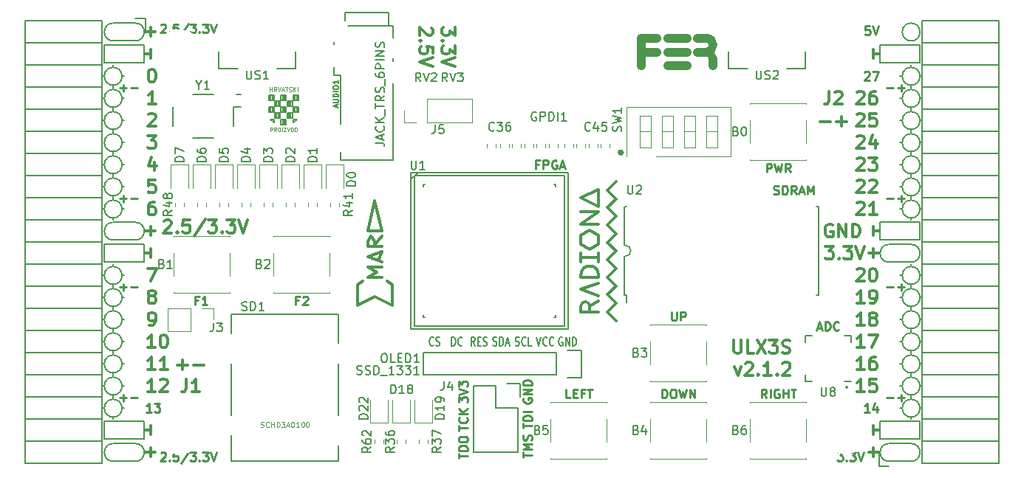
<source format=gto>
G04 #@! TF.GenerationSoftware,KiCad,Pcbnew,5.0.0+dfsg1-2*
G04 #@! TF.CreationDate,2018-08-27T09:53:12+02:00*
G04 #@! TF.ProjectId,ulx3s,756C7833732E6B696361645F70636200,rev?*
G04 #@! TF.SameCoordinates,Original*
G04 #@! TF.FileFunction,Legend,Top*
G04 #@! TF.FilePolarity,Positive*
%FSLAX46Y46*%
G04 Gerber Fmt 4.6, Leading zero omitted, Abs format (unit mm)*
G04 Created by KiCad (PCBNEW 5.0.0+dfsg1-2) date Mon Aug 27 09:53:12 2018*
%MOMM*%
%LPD*%
G01*
G04 APERTURE LIST*
%ADD10C,0.250000*%
%ADD11C,0.200000*%
%ADD12C,0.300000*%
%ADD13C,0.150000*%
%ADD14C,0.120000*%
%ADD15C,1.000000*%
%ADD16C,0.152400*%
%ADD17C,0.124460*%
%ADD18C,0.075000*%
%ADD19C,0.500000*%
%ADD20R,0.400000X2.000000*%
%ADD21C,2.100000*%
%ADD22R,1.220000X2.540000*%
%ADD23R,0.660000X1.000000*%
%ADD24O,1.827200X1.827200*%
%ADD25R,1.827200X1.827200*%
%ADD26C,5.600000*%
%ADD27O,0.950000X0.400000*%
%ADD28O,0.400000X0.950000*%
%ADD29R,1.775000X1.775000*%
%ADD30R,1.827200X2.132000*%
%ADD31O,1.827200X2.132000*%
%ADD32R,2.900000X2.100000*%
%ADD33R,2.900000X2.300000*%
%ADD34R,2.900000X2.900000*%
%ADD35C,1.800000*%
%ADD36R,0.800000X1.600000*%
%ADD37R,1.550000X1.000000*%
%ADD38R,1.550000X2.100000*%
%ADD39R,2.300000X1.900000*%
%ADD40R,1.100000X0.770000*%
%ADD41R,1.600000X1.070000*%
%ADD42R,1.800000X1.800000*%
%ADD43O,1.800000X1.800000*%
%ADD44R,1.395000X1.500000*%
%ADD45R,1.900000X2.000000*%
%ADD46R,0.500000X1.450000*%
%ADD47R,2.000000X2.000000*%
%ADD48R,2.200000X1.700000*%
%ADD49R,1.650000X1.400000*%
G04 APERTURE END LIST*
D10*
X116641666Y-93497571D02*
X116308333Y-93497571D01*
X116308333Y-94021380D02*
X116308333Y-93021380D01*
X116784523Y-93021380D01*
X117117857Y-93116619D02*
X117165476Y-93069000D01*
X117260714Y-93021380D01*
X117498809Y-93021380D01*
X117594047Y-93069000D01*
X117641666Y-93116619D01*
X117689285Y-93211857D01*
X117689285Y-93307095D01*
X117641666Y-93449952D01*
X117070238Y-94021380D01*
X117689285Y-94021380D01*
X105084666Y-93497571D02*
X104751333Y-93497571D01*
X104751333Y-94021380D02*
X104751333Y-93021380D01*
X105227523Y-93021380D01*
X106132285Y-94021380D02*
X105560857Y-94021380D01*
X105846571Y-94021380D02*
X105846571Y-93021380D01*
X105751333Y-93164238D01*
X105656095Y-93259476D01*
X105560857Y-93307095D01*
X170236666Y-104689380D02*
X169903333Y-104213190D01*
X169665238Y-104689380D02*
X169665238Y-103689380D01*
X170046190Y-103689380D01*
X170141428Y-103737000D01*
X170189047Y-103784619D01*
X170236666Y-103879857D01*
X170236666Y-104022714D01*
X170189047Y-104117952D01*
X170141428Y-104165571D01*
X170046190Y-104213190D01*
X169665238Y-104213190D01*
X170665238Y-104689380D02*
X170665238Y-103689380D01*
X171665238Y-103737000D02*
X171570000Y-103689380D01*
X171427142Y-103689380D01*
X171284285Y-103737000D01*
X171189047Y-103832238D01*
X171141428Y-103927476D01*
X171093809Y-104117952D01*
X171093809Y-104260809D01*
X171141428Y-104451285D01*
X171189047Y-104546523D01*
X171284285Y-104641761D01*
X171427142Y-104689380D01*
X171522380Y-104689380D01*
X171665238Y-104641761D01*
X171712857Y-104594142D01*
X171712857Y-104260809D01*
X171522380Y-104260809D01*
X172141428Y-104689380D02*
X172141428Y-103689380D01*
X172141428Y-104165571D02*
X172712857Y-104165571D01*
X172712857Y-104689380D02*
X172712857Y-103689380D01*
X173046190Y-103689380D02*
X173617619Y-103689380D01*
X173331904Y-104689380D02*
X173331904Y-103689380D01*
X159354285Y-94799380D02*
X159354285Y-95608904D01*
X159401904Y-95704142D01*
X159449523Y-95751761D01*
X159544761Y-95799380D01*
X159735238Y-95799380D01*
X159830476Y-95751761D01*
X159878095Y-95704142D01*
X159925714Y-95608904D01*
X159925714Y-94799380D01*
X160401904Y-95799380D02*
X160401904Y-94799380D01*
X160782857Y-94799380D01*
X160878095Y-94847000D01*
X160925714Y-94894619D01*
X160973333Y-94989857D01*
X160973333Y-95132714D01*
X160925714Y-95227952D01*
X160878095Y-95275571D01*
X160782857Y-95323190D01*
X160401904Y-95323190D01*
X158259047Y-104689380D02*
X158259047Y-103689380D01*
X158497142Y-103689380D01*
X158640000Y-103737000D01*
X158735238Y-103832238D01*
X158782857Y-103927476D01*
X158830476Y-104117952D01*
X158830476Y-104260809D01*
X158782857Y-104451285D01*
X158735238Y-104546523D01*
X158640000Y-104641761D01*
X158497142Y-104689380D01*
X158259047Y-104689380D01*
X159449523Y-103689380D02*
X159640000Y-103689380D01*
X159735238Y-103737000D01*
X159830476Y-103832238D01*
X159878095Y-104022714D01*
X159878095Y-104356047D01*
X159830476Y-104546523D01*
X159735238Y-104641761D01*
X159640000Y-104689380D01*
X159449523Y-104689380D01*
X159354285Y-104641761D01*
X159259047Y-104546523D01*
X159211428Y-104356047D01*
X159211428Y-104022714D01*
X159259047Y-103832238D01*
X159354285Y-103737000D01*
X159449523Y-103689380D01*
X160211428Y-103689380D02*
X160449523Y-104689380D01*
X160640000Y-103975095D01*
X160830476Y-104689380D01*
X161068571Y-103689380D01*
X161449523Y-104689380D02*
X161449523Y-103689380D01*
X162020952Y-104689380D01*
X162020952Y-103689380D01*
X147757619Y-104689380D02*
X147281428Y-104689380D01*
X147281428Y-103689380D01*
X148090952Y-104165571D02*
X148424285Y-104165571D01*
X148567142Y-104689380D02*
X148090952Y-104689380D01*
X148090952Y-103689380D01*
X148567142Y-103689380D01*
X149329047Y-104165571D02*
X148995714Y-104165571D01*
X148995714Y-104689380D02*
X148995714Y-103689380D01*
X149471904Y-103689380D01*
X149710000Y-103689380D02*
X150281428Y-103689380D01*
X149995714Y-104689380D02*
X149995714Y-103689380D01*
X170251666Y-78781380D02*
X170251666Y-77781380D01*
X170632619Y-77781380D01*
X170727857Y-77829000D01*
X170775476Y-77876619D01*
X170823095Y-77971857D01*
X170823095Y-78114714D01*
X170775476Y-78209952D01*
X170727857Y-78257571D01*
X170632619Y-78305190D01*
X170251666Y-78305190D01*
X171156428Y-77781380D02*
X171394523Y-78781380D01*
X171585000Y-78067095D01*
X171775476Y-78781380D01*
X172013571Y-77781380D01*
X172965952Y-78781380D02*
X172632619Y-78305190D01*
X172394523Y-78781380D02*
X172394523Y-77781380D01*
X172775476Y-77781380D01*
X172870714Y-77829000D01*
X172918333Y-77876619D01*
X172965952Y-77971857D01*
X172965952Y-78114714D01*
X172918333Y-78209952D01*
X172870714Y-78257571D01*
X172775476Y-78305190D01*
X172394523Y-78305190D01*
D11*
X179586000Y-103475000D02*
G75*
G03X179586000Y-103475000I-127000J0D01*
G01*
D12*
X134560428Y-62144714D02*
X134560428Y-63073285D01*
X133989000Y-62573285D01*
X133989000Y-62787571D01*
X133917571Y-62930428D01*
X133846142Y-63001857D01*
X133703285Y-63073285D01*
X133346142Y-63073285D01*
X133203285Y-63001857D01*
X133131857Y-62930428D01*
X133060428Y-62787571D01*
X133060428Y-62359000D01*
X133131857Y-62216142D01*
X133203285Y-62144714D01*
X133203285Y-63716142D02*
X133131857Y-63787571D01*
X133060428Y-63716142D01*
X133131857Y-63644714D01*
X133203285Y-63716142D01*
X133060428Y-63716142D01*
X134560428Y-64287571D02*
X134560428Y-65216142D01*
X133989000Y-64716142D01*
X133989000Y-64930428D01*
X133917571Y-65073285D01*
X133846142Y-65144714D01*
X133703285Y-65216142D01*
X133346142Y-65216142D01*
X133203285Y-65144714D01*
X133131857Y-65073285D01*
X133060428Y-64930428D01*
X133060428Y-64501857D01*
X133131857Y-64359000D01*
X133203285Y-64287571D01*
X134560428Y-65644714D02*
X133060428Y-66144714D01*
X134560428Y-66644714D01*
X131877571Y-62216142D02*
X131949000Y-62287571D01*
X132020428Y-62430428D01*
X132020428Y-62787571D01*
X131949000Y-62930428D01*
X131877571Y-63001857D01*
X131734714Y-63073285D01*
X131591857Y-63073285D01*
X131377571Y-63001857D01*
X130520428Y-62144714D01*
X130520428Y-63073285D01*
X130663285Y-63716142D02*
X130591857Y-63787571D01*
X130520428Y-63716142D01*
X130591857Y-63644714D01*
X130663285Y-63716142D01*
X130520428Y-63716142D01*
X132020428Y-65144714D02*
X132020428Y-64430428D01*
X131306142Y-64359000D01*
X131377571Y-64430428D01*
X131449000Y-64573285D01*
X131449000Y-64930428D01*
X131377571Y-65073285D01*
X131306142Y-65144714D01*
X131163285Y-65216142D01*
X130806142Y-65216142D01*
X130663285Y-65144714D01*
X130591857Y-65073285D01*
X130520428Y-64930428D01*
X130520428Y-64573285D01*
X130591857Y-64430428D01*
X130663285Y-64359000D01*
X132020428Y-65644714D02*
X130520428Y-66144714D01*
X132020428Y-66644714D01*
X102760000Y-100897142D02*
X103902857Y-100897142D01*
X103331428Y-101468571D02*
X103331428Y-100325714D01*
X104617142Y-100897142D02*
X105760000Y-100897142D01*
X166592714Y-101121571D02*
X166949857Y-102121571D01*
X167307000Y-101121571D01*
X167807000Y-100764428D02*
X167878428Y-100693000D01*
X168021285Y-100621571D01*
X168378428Y-100621571D01*
X168521285Y-100693000D01*
X168592714Y-100764428D01*
X168664142Y-100907285D01*
X168664142Y-101050142D01*
X168592714Y-101264428D01*
X167735571Y-102121571D01*
X168664142Y-102121571D01*
X169307000Y-101978714D02*
X169378428Y-102050142D01*
X169307000Y-102121571D01*
X169235571Y-102050142D01*
X169307000Y-101978714D01*
X169307000Y-102121571D01*
X170807000Y-102121571D02*
X169949857Y-102121571D01*
X170378428Y-102121571D02*
X170378428Y-100621571D01*
X170235571Y-100835857D01*
X170092714Y-100978714D01*
X169949857Y-101050142D01*
X171449857Y-101978714D02*
X171521285Y-102050142D01*
X171449857Y-102121571D01*
X171378428Y-102050142D01*
X171449857Y-101978714D01*
X171449857Y-102121571D01*
X172092714Y-100764428D02*
X172164142Y-100693000D01*
X172307000Y-100621571D01*
X172664142Y-100621571D01*
X172807000Y-100693000D01*
X172878428Y-100764428D01*
X172949857Y-100907285D01*
X172949857Y-101050142D01*
X172878428Y-101264428D01*
X172021285Y-102121571D01*
X172949857Y-102121571D01*
X182492000Y-87582000D02*
X182492000Y-88598000D01*
X181984000Y-88090000D02*
X183254000Y-88090000D01*
X182492000Y-110442000D02*
X182492000Y-111458000D01*
X183254000Y-110950000D02*
X181984000Y-110950000D01*
X99688000Y-110442000D02*
X99688000Y-111458000D01*
X98926000Y-110950000D02*
X100196000Y-110950000D01*
X99688000Y-62182000D02*
X99688000Y-63198000D01*
X98926000Y-62690000D02*
X100196000Y-62690000D01*
X99688000Y-85042000D02*
X99688000Y-86058000D01*
X98926000Y-85550000D02*
X100196000Y-85550000D01*
D11*
X97910000Y-63706000D02*
G75*
G03X97910000Y-61674000I0J1016000D01*
G01*
X184270000Y-109934000D02*
G75*
G03X184270000Y-111966000I0J-1016000D01*
G01*
X95370000Y-111966000D02*
X97910000Y-111966000D01*
X95370000Y-109934000D02*
X97910000Y-109934000D01*
X97910000Y-111966000D02*
G75*
G03X97910000Y-109934000I0J1016000D01*
G01*
X95370000Y-109934000D02*
G75*
G03X95370000Y-111966000I0J-1016000D01*
G01*
X95370000Y-61674000D02*
X97910000Y-61674000D01*
X95370000Y-63706000D02*
X97910000Y-63706000D01*
X95370000Y-61674000D02*
G75*
G03X95370000Y-63706000I0J-1016000D01*
G01*
X95370000Y-84534000D02*
X97910000Y-84534000D01*
X95370000Y-86566000D02*
X97910000Y-86566000D01*
X95370000Y-84534000D02*
G75*
G03X95370000Y-86566000I0J-1016000D01*
G01*
X97910000Y-86566000D02*
G75*
G03X97910000Y-84534000I0J1016000D01*
G01*
X187826000Y-62690000D02*
G75*
G03X187826000Y-62690000I-1016000J0D01*
G01*
X184270000Y-89106000D02*
X186810000Y-89106000D01*
X184270000Y-87074000D02*
X186810000Y-87074000D01*
X184270000Y-87074000D02*
G75*
G03X184270000Y-89106000I0J-1016000D01*
G01*
X186810000Y-89106000D02*
G75*
G03X186810000Y-87074000I0J1016000D01*
G01*
X186810000Y-111966000D02*
X184270000Y-111966000D01*
X186810000Y-109934000D02*
X184270000Y-109934000D01*
X186810000Y-111966000D02*
G75*
G03X186810000Y-109934000I0J1016000D01*
G01*
X94354000Y-66246000D02*
X94354000Y-64214000D01*
X98926000Y-66246000D02*
X94354000Y-66246000D01*
X98926000Y-64214000D02*
X98926000Y-66246000D01*
X94354000Y-64214000D02*
X98926000Y-64214000D01*
X94354000Y-87074000D02*
X98926000Y-87074000D01*
X94354000Y-89106000D02*
X94354000Y-87074000D01*
X98926000Y-89106000D02*
X94354000Y-89106000D01*
X98926000Y-87074000D02*
X98926000Y-89106000D01*
X94354000Y-109426000D02*
X98926000Y-109426000D01*
X94354000Y-107394000D02*
X94354000Y-109426000D01*
X98926000Y-107394000D02*
X94354000Y-107394000D01*
X98926000Y-109426000D02*
X98926000Y-107394000D01*
X183254000Y-109426000D02*
X187826000Y-109426000D01*
X183254000Y-107394000D02*
X183254000Y-109426000D01*
X187826000Y-107394000D02*
X187826000Y-109426000D01*
X183254000Y-107394000D02*
X187826000Y-107394000D01*
X183254000Y-66246000D02*
X187826000Y-66246000D01*
X183254000Y-64214000D02*
X183254000Y-66246000D01*
X187826000Y-64214000D02*
X183254000Y-64214000D01*
X187826000Y-66246000D02*
X187826000Y-64214000D01*
X183254000Y-84534000D02*
X187826000Y-84534000D01*
X183254000Y-86566000D02*
X183254000Y-84534000D01*
X187826000Y-86566000D02*
X183254000Y-86566000D01*
X187826000Y-84534000D02*
X187826000Y-86566000D01*
D10*
X96148000Y-69111428D02*
X96909904Y-69111428D01*
X96528952Y-69492380D02*
X96528952Y-68730476D01*
X97386095Y-69111428D02*
X98148000Y-69111428D01*
X96148000Y-81811428D02*
X96909904Y-81811428D01*
X96528952Y-82192380D02*
X96528952Y-81430476D01*
X97386095Y-81811428D02*
X98148000Y-81811428D01*
X96148000Y-91971428D02*
X96909904Y-91971428D01*
X96528952Y-92352380D02*
X96528952Y-91590476D01*
X97386095Y-91971428D02*
X98148000Y-91971428D01*
X96148000Y-104671428D02*
X96909904Y-104671428D01*
X96528952Y-105052380D02*
X96528952Y-104290476D01*
X97386095Y-104671428D02*
X98148000Y-104671428D01*
X184032000Y-104671428D02*
X184793904Y-104671428D01*
X185270095Y-104671428D02*
X186032000Y-104671428D01*
X185651047Y-105052380D02*
X185651047Y-104290476D01*
X184032000Y-91971428D02*
X184793904Y-91971428D01*
X185270095Y-91971428D02*
X186032000Y-91971428D01*
X185651047Y-92352380D02*
X185651047Y-91590476D01*
X184032000Y-81811428D02*
X184793904Y-81811428D01*
X185270095Y-81811428D02*
X186032000Y-81811428D01*
X185651047Y-82192380D02*
X185651047Y-81430476D01*
X184032000Y-69111428D02*
X184793904Y-69111428D01*
X185270095Y-69111428D02*
X186032000Y-69111428D01*
X185651047Y-69492380D02*
X185651047Y-68730476D01*
D12*
X176420000Y-72957142D02*
X177562857Y-72957142D01*
X178277142Y-72957142D02*
X179420000Y-72957142D01*
X178848571Y-73528571D02*
X178848571Y-72385714D01*
D11*
X187826000Y-67770000D02*
G75*
G03X187826000Y-67770000I-1016000J0D01*
G01*
X187826000Y-70310000D02*
G75*
G03X187826000Y-70310000I-1016000J0D01*
G01*
X187826000Y-72850000D02*
G75*
G03X187826000Y-72850000I-1016000J0D01*
G01*
X187826000Y-75390000D02*
G75*
G03X187826000Y-75390000I-1016000J0D01*
G01*
X187826000Y-77930000D02*
G75*
G03X187826000Y-77930000I-1016000J0D01*
G01*
X187826000Y-80470000D02*
G75*
G03X187826000Y-80470000I-1016000J0D01*
G01*
X187826000Y-83010000D02*
G75*
G03X187826000Y-83010000I-1016000J0D01*
G01*
X187826000Y-90630000D02*
G75*
G03X187826000Y-90630000I-1016000J0D01*
G01*
X187826000Y-93170000D02*
G75*
G03X187826000Y-93170000I-1016000J0D01*
G01*
X187826000Y-95710000D02*
G75*
G03X187826000Y-95710000I-1016000J0D01*
G01*
X187826000Y-98250000D02*
G75*
G03X187826000Y-98250000I-1016000J0D01*
G01*
X187826000Y-100790000D02*
G75*
G03X187826000Y-100790000I-1016000J0D01*
G01*
X187826000Y-103330000D02*
G75*
G03X187826000Y-103330000I-1016000J0D01*
G01*
X187826000Y-105870000D02*
G75*
G03X187826000Y-105870000I-1016000J0D01*
G01*
X96386000Y-105870000D02*
G75*
G03X96386000Y-105870000I-1016000J0D01*
G01*
X96386000Y-103330000D02*
G75*
G03X96386000Y-103330000I-1016000J0D01*
G01*
X96386000Y-100790000D02*
G75*
G03X96386000Y-100790000I-1016000J0D01*
G01*
X96386000Y-98250000D02*
G75*
G03X96386000Y-98250000I-1016000J0D01*
G01*
X96386000Y-95710000D02*
G75*
G03X96386000Y-95710000I-1016000J0D01*
G01*
X96386000Y-93170000D02*
G75*
G03X96386000Y-93170000I-1016000J0D01*
G01*
X96386000Y-90630000D02*
G75*
G03X96386000Y-90630000I-1016000J0D01*
G01*
X96386000Y-83010000D02*
G75*
G03X96386000Y-83010000I-1016000J0D01*
G01*
X96386000Y-80470000D02*
G75*
G03X96386000Y-80470000I-1016000J0D01*
G01*
X96386000Y-77930000D02*
G75*
G03X96386000Y-77930000I-1016000J0D01*
G01*
X96386000Y-75390000D02*
G75*
G03X96386000Y-75390000I-1016000J0D01*
G01*
X96386000Y-72850000D02*
G75*
G03X96386000Y-72850000I-1016000J0D01*
G01*
X96386000Y-70310000D02*
G75*
G03X96386000Y-70310000I-1016000J0D01*
G01*
X96386000Y-67770000D02*
G75*
G03X96386000Y-67770000I-1016000J0D01*
G01*
D12*
X177793142Y-84800000D02*
X177650285Y-84728571D01*
X177436000Y-84728571D01*
X177221714Y-84800000D01*
X177078857Y-84942857D01*
X177007428Y-85085714D01*
X176936000Y-85371428D01*
X176936000Y-85585714D01*
X177007428Y-85871428D01*
X177078857Y-86014285D01*
X177221714Y-86157142D01*
X177436000Y-86228571D01*
X177578857Y-86228571D01*
X177793142Y-86157142D01*
X177864571Y-86085714D01*
X177864571Y-85585714D01*
X177578857Y-85585714D01*
X178507428Y-86228571D02*
X178507428Y-84728571D01*
X179364571Y-86228571D01*
X179364571Y-84728571D01*
X180078857Y-86228571D02*
X180078857Y-84728571D01*
X180436000Y-84728571D01*
X180650285Y-84800000D01*
X180793142Y-84942857D01*
X180864571Y-85085714D01*
X180936000Y-85371428D01*
X180936000Y-85585714D01*
X180864571Y-85871428D01*
X180793142Y-86014285D01*
X180650285Y-86157142D01*
X180436000Y-86228571D01*
X180078857Y-86228571D01*
X182492000Y-86058000D02*
X182492000Y-85042000D01*
X183254000Y-85550000D02*
X182492000Y-85550000D01*
X182492000Y-107902000D02*
X182492000Y-108918000D01*
X182492000Y-108410000D02*
X183254000Y-108410000D01*
D10*
X182047523Y-106322380D02*
X181476095Y-106322380D01*
X181761809Y-106322380D02*
X181761809Y-105322380D01*
X181666571Y-105465238D01*
X181571333Y-105560476D01*
X181476095Y-105608095D01*
X182904666Y-105655714D02*
X182904666Y-106322380D01*
X182666571Y-105274761D02*
X182428476Y-105989047D01*
X183047523Y-105989047D01*
X181476095Y-67317619D02*
X181523714Y-67270000D01*
X181618952Y-67222380D01*
X181857047Y-67222380D01*
X181952285Y-67270000D01*
X181999904Y-67317619D01*
X182047523Y-67412857D01*
X182047523Y-67508095D01*
X181999904Y-67650952D01*
X181428476Y-68222380D01*
X182047523Y-68222380D01*
X182380857Y-67222380D02*
X183047523Y-67222380D01*
X182618952Y-68222380D01*
D12*
X182492000Y-64722000D02*
X182492000Y-65738000D01*
X182492000Y-65230000D02*
X183254000Y-65230000D01*
X99688000Y-107902000D02*
X99688000Y-108918000D01*
X98926000Y-108410000D02*
X99688000Y-108410000D01*
X99315000Y-74568571D02*
X100243571Y-74568571D01*
X99743571Y-75140000D01*
X99957857Y-75140000D01*
X100100714Y-75211428D01*
X100172142Y-75282857D01*
X100243571Y-75425714D01*
X100243571Y-75782857D01*
X100172142Y-75925714D01*
X100100714Y-75997142D01*
X99957857Y-76068571D01*
X99529285Y-76068571D01*
X99386428Y-75997142D01*
X99315000Y-75925714D01*
X100100714Y-77608571D02*
X100100714Y-78608571D01*
X99743571Y-77037142D02*
X99386428Y-78108571D01*
X100315000Y-78108571D01*
X100172142Y-79648571D02*
X99457857Y-79648571D01*
X99386428Y-80362857D01*
X99457857Y-80291428D01*
X99600714Y-80220000D01*
X99957857Y-80220000D01*
X100100714Y-80291428D01*
X100172142Y-80362857D01*
X100243571Y-80505714D01*
X100243571Y-80862857D01*
X100172142Y-81005714D01*
X100100714Y-81077142D01*
X99957857Y-81148571D01*
X99600714Y-81148571D01*
X99457857Y-81077142D01*
X99386428Y-81005714D01*
D10*
X99751523Y-106322380D02*
X99180095Y-106322380D01*
X99465809Y-106322380D02*
X99465809Y-105322380D01*
X99370571Y-105465238D01*
X99275333Y-105560476D01*
X99180095Y-105608095D01*
X100084857Y-105322380D02*
X100703904Y-105322380D01*
X100370571Y-105703333D01*
X100513428Y-105703333D01*
X100608666Y-105750952D01*
X100656285Y-105798571D01*
X100703904Y-105893809D01*
X100703904Y-106131904D01*
X100656285Y-106227142D01*
X100608666Y-106274761D01*
X100513428Y-106322380D01*
X100227714Y-106322380D01*
X100132476Y-106274761D01*
X100084857Y-106227142D01*
D12*
X99315000Y-89808571D02*
X100315000Y-89808571D01*
X99672142Y-91308571D01*
X99688000Y-87582000D02*
X99688000Y-88598000D01*
X98926000Y-88090000D02*
X99688000Y-88090000D01*
X99688000Y-64722000D02*
X99688000Y-65738000D01*
X98926000Y-65230000D02*
X99688000Y-65230000D01*
D10*
X100817976Y-61874619D02*
X100865595Y-61827000D01*
X100960833Y-61779380D01*
X101198928Y-61779380D01*
X101294166Y-61827000D01*
X101341785Y-61874619D01*
X101389404Y-61969857D01*
X101389404Y-62065095D01*
X101341785Y-62207952D01*
X100770357Y-62779380D01*
X101389404Y-62779380D01*
X101817976Y-62684142D02*
X101865595Y-62731761D01*
X101817976Y-62779380D01*
X101770357Y-62731761D01*
X101817976Y-62684142D01*
X101817976Y-62779380D01*
X102770357Y-61779380D02*
X102294166Y-61779380D01*
X102246547Y-62255571D01*
X102294166Y-62207952D01*
X102389404Y-62160333D01*
X102627500Y-62160333D01*
X102722738Y-62207952D01*
X102770357Y-62255571D01*
X102817976Y-62350809D01*
X102817976Y-62588904D01*
X102770357Y-62684142D01*
X102722738Y-62731761D01*
X102627500Y-62779380D01*
X102389404Y-62779380D01*
X102294166Y-62731761D01*
X102246547Y-62684142D01*
X103960833Y-61731761D02*
X103103690Y-63017476D01*
X104198928Y-61779380D02*
X104817976Y-61779380D01*
X104484642Y-62160333D01*
X104627500Y-62160333D01*
X104722738Y-62207952D01*
X104770357Y-62255571D01*
X104817976Y-62350809D01*
X104817976Y-62588904D01*
X104770357Y-62684142D01*
X104722738Y-62731761D01*
X104627500Y-62779380D01*
X104341785Y-62779380D01*
X104246547Y-62731761D01*
X104198928Y-62684142D01*
X105246547Y-62684142D02*
X105294166Y-62731761D01*
X105246547Y-62779380D01*
X105198928Y-62731761D01*
X105246547Y-62684142D01*
X105246547Y-62779380D01*
X105627500Y-61779380D02*
X106246547Y-61779380D01*
X105913214Y-62160333D01*
X106056071Y-62160333D01*
X106151309Y-62207952D01*
X106198928Y-62255571D01*
X106246547Y-62350809D01*
X106246547Y-62588904D01*
X106198928Y-62684142D01*
X106151309Y-62731761D01*
X106056071Y-62779380D01*
X105770357Y-62779380D01*
X105675119Y-62731761D01*
X105627500Y-62684142D01*
X106532261Y-61779380D02*
X106865595Y-62779380D01*
X107198928Y-61779380D01*
X178360261Y-110910380D02*
X178979309Y-110910380D01*
X178645976Y-111291333D01*
X178788833Y-111291333D01*
X178884071Y-111338952D01*
X178931690Y-111386571D01*
X178979309Y-111481809D01*
X178979309Y-111719904D01*
X178931690Y-111815142D01*
X178884071Y-111862761D01*
X178788833Y-111910380D01*
X178503119Y-111910380D01*
X178407880Y-111862761D01*
X178360261Y-111815142D01*
X179407880Y-111815142D02*
X179455500Y-111862761D01*
X179407880Y-111910380D01*
X179360261Y-111862761D01*
X179407880Y-111815142D01*
X179407880Y-111910380D01*
X179788833Y-110910380D02*
X180407880Y-110910380D01*
X180074547Y-111291333D01*
X180217404Y-111291333D01*
X180312642Y-111338952D01*
X180360261Y-111386571D01*
X180407880Y-111481809D01*
X180407880Y-111719904D01*
X180360261Y-111815142D01*
X180312642Y-111862761D01*
X180217404Y-111910380D01*
X179931690Y-111910380D01*
X179836452Y-111862761D01*
X179788833Y-111815142D01*
X180693595Y-110910380D02*
X181026928Y-111910380D01*
X181360261Y-110910380D01*
D12*
X101199714Y-84381428D02*
X101271142Y-84310000D01*
X101414000Y-84238571D01*
X101771142Y-84238571D01*
X101914000Y-84310000D01*
X101985428Y-84381428D01*
X102056857Y-84524285D01*
X102056857Y-84667142D01*
X101985428Y-84881428D01*
X101128285Y-85738571D01*
X102056857Y-85738571D01*
X102699714Y-85595714D02*
X102771142Y-85667142D01*
X102699714Y-85738571D01*
X102628285Y-85667142D01*
X102699714Y-85595714D01*
X102699714Y-85738571D01*
X104128285Y-84238571D02*
X103414000Y-84238571D01*
X103342571Y-84952857D01*
X103414000Y-84881428D01*
X103556857Y-84810000D01*
X103914000Y-84810000D01*
X104056857Y-84881428D01*
X104128285Y-84952857D01*
X104199714Y-85095714D01*
X104199714Y-85452857D01*
X104128285Y-85595714D01*
X104056857Y-85667142D01*
X103914000Y-85738571D01*
X103556857Y-85738571D01*
X103414000Y-85667142D01*
X103342571Y-85595714D01*
X105914000Y-84167142D02*
X104628285Y-86095714D01*
X106271142Y-84238571D02*
X107199714Y-84238571D01*
X106699714Y-84810000D01*
X106914000Y-84810000D01*
X107056857Y-84881428D01*
X107128285Y-84952857D01*
X107199714Y-85095714D01*
X107199714Y-85452857D01*
X107128285Y-85595714D01*
X107056857Y-85667142D01*
X106914000Y-85738571D01*
X106485428Y-85738571D01*
X106342571Y-85667142D01*
X106271142Y-85595714D01*
X107842571Y-85595714D02*
X107914000Y-85667142D01*
X107842571Y-85738571D01*
X107771142Y-85667142D01*
X107842571Y-85595714D01*
X107842571Y-85738571D01*
X108414000Y-84238571D02*
X109342571Y-84238571D01*
X108842571Y-84810000D01*
X109056857Y-84810000D01*
X109199714Y-84881428D01*
X109271142Y-84952857D01*
X109342571Y-85095714D01*
X109342571Y-85452857D01*
X109271142Y-85595714D01*
X109199714Y-85667142D01*
X109056857Y-85738571D01*
X108628285Y-85738571D01*
X108485428Y-85667142D01*
X108414000Y-85595714D01*
X109771142Y-84238571D02*
X110271142Y-85738571D01*
X110771142Y-84238571D01*
D10*
X100817976Y-111023619D02*
X100865595Y-110976000D01*
X100960833Y-110928380D01*
X101198928Y-110928380D01*
X101294166Y-110976000D01*
X101341785Y-111023619D01*
X101389404Y-111118857D01*
X101389404Y-111214095D01*
X101341785Y-111356952D01*
X100770357Y-111928380D01*
X101389404Y-111928380D01*
X101817976Y-111833142D02*
X101865595Y-111880761D01*
X101817976Y-111928380D01*
X101770357Y-111880761D01*
X101817976Y-111833142D01*
X101817976Y-111928380D01*
X102770357Y-110928380D02*
X102294166Y-110928380D01*
X102246547Y-111404571D01*
X102294166Y-111356952D01*
X102389404Y-111309333D01*
X102627500Y-111309333D01*
X102722738Y-111356952D01*
X102770357Y-111404571D01*
X102817976Y-111499809D01*
X102817976Y-111737904D01*
X102770357Y-111833142D01*
X102722738Y-111880761D01*
X102627500Y-111928380D01*
X102389404Y-111928380D01*
X102294166Y-111880761D01*
X102246547Y-111833142D01*
X103960833Y-110880761D02*
X103103690Y-112166476D01*
X104198928Y-110928380D02*
X104817976Y-110928380D01*
X104484642Y-111309333D01*
X104627500Y-111309333D01*
X104722738Y-111356952D01*
X104770357Y-111404571D01*
X104817976Y-111499809D01*
X104817976Y-111737904D01*
X104770357Y-111833142D01*
X104722738Y-111880761D01*
X104627500Y-111928380D01*
X104341785Y-111928380D01*
X104246547Y-111880761D01*
X104198928Y-111833142D01*
X105246547Y-111833142D02*
X105294166Y-111880761D01*
X105246547Y-111928380D01*
X105198928Y-111880761D01*
X105246547Y-111833142D01*
X105246547Y-111928380D01*
X105627500Y-110928380D02*
X106246547Y-110928380D01*
X105913214Y-111309333D01*
X106056071Y-111309333D01*
X106151309Y-111356952D01*
X106198928Y-111404571D01*
X106246547Y-111499809D01*
X106246547Y-111737904D01*
X106198928Y-111833142D01*
X106151309Y-111880761D01*
X106056071Y-111928380D01*
X105770357Y-111928380D01*
X105675119Y-111880761D01*
X105627500Y-111833142D01*
X106532261Y-110928380D02*
X106865595Y-111928380D01*
X107198928Y-110928380D01*
X182047523Y-62015380D02*
X181571333Y-62015380D01*
X181523714Y-62491571D01*
X181571333Y-62443952D01*
X181666571Y-62396333D01*
X181904666Y-62396333D01*
X181999904Y-62443952D01*
X182047523Y-62491571D01*
X182095142Y-62586809D01*
X182095142Y-62824904D01*
X182047523Y-62920142D01*
X181999904Y-62967761D01*
X181904666Y-63015380D01*
X181666571Y-63015380D01*
X181571333Y-62967761D01*
X181523714Y-62920142D01*
X182380857Y-62015380D02*
X182714190Y-63015380D01*
X183047523Y-62015380D01*
D12*
X180587142Y-69631428D02*
X180658571Y-69560000D01*
X180801428Y-69488571D01*
X181158571Y-69488571D01*
X181301428Y-69560000D01*
X181372857Y-69631428D01*
X181444285Y-69774285D01*
X181444285Y-69917142D01*
X181372857Y-70131428D01*
X180515714Y-70988571D01*
X181444285Y-70988571D01*
X182730000Y-69488571D02*
X182444285Y-69488571D01*
X182301428Y-69560000D01*
X182230000Y-69631428D01*
X182087142Y-69845714D01*
X182015714Y-70131428D01*
X182015714Y-70702857D01*
X182087142Y-70845714D01*
X182158571Y-70917142D01*
X182301428Y-70988571D01*
X182587142Y-70988571D01*
X182730000Y-70917142D01*
X182801428Y-70845714D01*
X182872857Y-70702857D01*
X182872857Y-70345714D01*
X182801428Y-70202857D01*
X182730000Y-70131428D01*
X182587142Y-70060000D01*
X182301428Y-70060000D01*
X182158571Y-70131428D01*
X182087142Y-70202857D01*
X182015714Y-70345714D01*
X180587142Y-72171428D02*
X180658571Y-72100000D01*
X180801428Y-72028571D01*
X181158571Y-72028571D01*
X181301428Y-72100000D01*
X181372857Y-72171428D01*
X181444285Y-72314285D01*
X181444285Y-72457142D01*
X181372857Y-72671428D01*
X180515714Y-73528571D01*
X181444285Y-73528571D01*
X182801428Y-72028571D02*
X182087142Y-72028571D01*
X182015714Y-72742857D01*
X182087142Y-72671428D01*
X182230000Y-72600000D01*
X182587142Y-72600000D01*
X182730000Y-72671428D01*
X182801428Y-72742857D01*
X182872857Y-72885714D01*
X182872857Y-73242857D01*
X182801428Y-73385714D01*
X182730000Y-73457142D01*
X182587142Y-73528571D01*
X182230000Y-73528571D01*
X182087142Y-73457142D01*
X182015714Y-73385714D01*
X180587142Y-74711428D02*
X180658571Y-74640000D01*
X180801428Y-74568571D01*
X181158571Y-74568571D01*
X181301428Y-74640000D01*
X181372857Y-74711428D01*
X181444285Y-74854285D01*
X181444285Y-74997142D01*
X181372857Y-75211428D01*
X180515714Y-76068571D01*
X181444285Y-76068571D01*
X182730000Y-75068571D02*
X182730000Y-76068571D01*
X182372857Y-74497142D02*
X182015714Y-75568571D01*
X182944285Y-75568571D01*
X180587142Y-77251428D02*
X180658571Y-77180000D01*
X180801428Y-77108571D01*
X181158571Y-77108571D01*
X181301428Y-77180000D01*
X181372857Y-77251428D01*
X181444285Y-77394285D01*
X181444285Y-77537142D01*
X181372857Y-77751428D01*
X180515714Y-78608571D01*
X181444285Y-78608571D01*
X181944285Y-77108571D02*
X182872857Y-77108571D01*
X182372857Y-77680000D01*
X182587142Y-77680000D01*
X182730000Y-77751428D01*
X182801428Y-77822857D01*
X182872857Y-77965714D01*
X182872857Y-78322857D01*
X182801428Y-78465714D01*
X182730000Y-78537142D01*
X182587142Y-78608571D01*
X182158571Y-78608571D01*
X182015714Y-78537142D01*
X181944285Y-78465714D01*
X180587142Y-79791428D02*
X180658571Y-79720000D01*
X180801428Y-79648571D01*
X181158571Y-79648571D01*
X181301428Y-79720000D01*
X181372857Y-79791428D01*
X181444285Y-79934285D01*
X181444285Y-80077142D01*
X181372857Y-80291428D01*
X180515714Y-81148571D01*
X181444285Y-81148571D01*
X182015714Y-79791428D02*
X182087142Y-79720000D01*
X182230000Y-79648571D01*
X182587142Y-79648571D01*
X182730000Y-79720000D01*
X182801428Y-79791428D01*
X182872857Y-79934285D01*
X182872857Y-80077142D01*
X182801428Y-80291428D01*
X181944285Y-81148571D01*
X182872857Y-81148571D01*
X180587142Y-82331428D02*
X180658571Y-82260000D01*
X180801428Y-82188571D01*
X181158571Y-82188571D01*
X181301428Y-82260000D01*
X181372857Y-82331428D01*
X181444285Y-82474285D01*
X181444285Y-82617142D01*
X181372857Y-82831428D01*
X180515714Y-83688571D01*
X181444285Y-83688571D01*
X182872857Y-83688571D02*
X182015714Y-83688571D01*
X182444285Y-83688571D02*
X182444285Y-82188571D01*
X182301428Y-82402857D01*
X182158571Y-82545714D01*
X182015714Y-82617142D01*
X176975714Y-87268571D02*
X177904285Y-87268571D01*
X177404285Y-87840000D01*
X177618571Y-87840000D01*
X177761428Y-87911428D01*
X177832857Y-87982857D01*
X177904285Y-88125714D01*
X177904285Y-88482857D01*
X177832857Y-88625714D01*
X177761428Y-88697142D01*
X177618571Y-88768571D01*
X177190000Y-88768571D01*
X177047142Y-88697142D01*
X176975714Y-88625714D01*
X178547142Y-88625714D02*
X178618571Y-88697142D01*
X178547142Y-88768571D01*
X178475714Y-88697142D01*
X178547142Y-88625714D01*
X178547142Y-88768571D01*
X179118571Y-87268571D02*
X180047142Y-87268571D01*
X179547142Y-87840000D01*
X179761428Y-87840000D01*
X179904285Y-87911428D01*
X179975714Y-87982857D01*
X180047142Y-88125714D01*
X180047142Y-88482857D01*
X179975714Y-88625714D01*
X179904285Y-88697142D01*
X179761428Y-88768571D01*
X179332857Y-88768571D01*
X179190000Y-88697142D01*
X179118571Y-88625714D01*
X180475714Y-87268571D02*
X180975714Y-88768571D01*
X181475714Y-87268571D01*
X180587142Y-89951428D02*
X180658571Y-89880000D01*
X180801428Y-89808571D01*
X181158571Y-89808571D01*
X181301428Y-89880000D01*
X181372857Y-89951428D01*
X181444285Y-90094285D01*
X181444285Y-90237142D01*
X181372857Y-90451428D01*
X180515714Y-91308571D01*
X181444285Y-91308571D01*
X182372857Y-89808571D02*
X182515714Y-89808571D01*
X182658571Y-89880000D01*
X182730000Y-89951428D01*
X182801428Y-90094285D01*
X182872857Y-90380000D01*
X182872857Y-90737142D01*
X182801428Y-91022857D01*
X182730000Y-91165714D01*
X182658571Y-91237142D01*
X182515714Y-91308571D01*
X182372857Y-91308571D01*
X182230000Y-91237142D01*
X182158571Y-91165714D01*
X182087142Y-91022857D01*
X182015714Y-90737142D01*
X182015714Y-90380000D01*
X182087142Y-90094285D01*
X182158571Y-89951428D01*
X182230000Y-89880000D01*
X182372857Y-89808571D01*
X181444285Y-93848571D02*
X180587142Y-93848571D01*
X181015714Y-93848571D02*
X181015714Y-92348571D01*
X180872857Y-92562857D01*
X180730000Y-92705714D01*
X180587142Y-92777142D01*
X182158571Y-93848571D02*
X182444285Y-93848571D01*
X182587142Y-93777142D01*
X182658571Y-93705714D01*
X182801428Y-93491428D01*
X182872857Y-93205714D01*
X182872857Y-92634285D01*
X182801428Y-92491428D01*
X182730000Y-92420000D01*
X182587142Y-92348571D01*
X182301428Y-92348571D01*
X182158571Y-92420000D01*
X182087142Y-92491428D01*
X182015714Y-92634285D01*
X182015714Y-92991428D01*
X182087142Y-93134285D01*
X182158571Y-93205714D01*
X182301428Y-93277142D01*
X182587142Y-93277142D01*
X182730000Y-93205714D01*
X182801428Y-93134285D01*
X182872857Y-92991428D01*
X181444285Y-96388571D02*
X180587142Y-96388571D01*
X181015714Y-96388571D02*
X181015714Y-94888571D01*
X180872857Y-95102857D01*
X180730000Y-95245714D01*
X180587142Y-95317142D01*
X182301428Y-95531428D02*
X182158571Y-95460000D01*
X182087142Y-95388571D01*
X182015714Y-95245714D01*
X182015714Y-95174285D01*
X182087142Y-95031428D01*
X182158571Y-94960000D01*
X182301428Y-94888571D01*
X182587142Y-94888571D01*
X182730000Y-94960000D01*
X182801428Y-95031428D01*
X182872857Y-95174285D01*
X182872857Y-95245714D01*
X182801428Y-95388571D01*
X182730000Y-95460000D01*
X182587142Y-95531428D01*
X182301428Y-95531428D01*
X182158571Y-95602857D01*
X182087142Y-95674285D01*
X182015714Y-95817142D01*
X182015714Y-96102857D01*
X182087142Y-96245714D01*
X182158571Y-96317142D01*
X182301428Y-96388571D01*
X182587142Y-96388571D01*
X182730000Y-96317142D01*
X182801428Y-96245714D01*
X182872857Y-96102857D01*
X182872857Y-95817142D01*
X182801428Y-95674285D01*
X182730000Y-95602857D01*
X182587142Y-95531428D01*
X181444285Y-98928571D02*
X180587142Y-98928571D01*
X181015714Y-98928571D02*
X181015714Y-97428571D01*
X180872857Y-97642857D01*
X180730000Y-97785714D01*
X180587142Y-97857142D01*
X181944285Y-97428571D02*
X182944285Y-97428571D01*
X182301428Y-98928571D01*
X181444285Y-101468571D02*
X180587142Y-101468571D01*
X181015714Y-101468571D02*
X181015714Y-99968571D01*
X180872857Y-100182857D01*
X180730000Y-100325714D01*
X180587142Y-100397142D01*
X182730000Y-99968571D02*
X182444285Y-99968571D01*
X182301428Y-100040000D01*
X182230000Y-100111428D01*
X182087142Y-100325714D01*
X182015714Y-100611428D01*
X182015714Y-101182857D01*
X182087142Y-101325714D01*
X182158571Y-101397142D01*
X182301428Y-101468571D01*
X182587142Y-101468571D01*
X182730000Y-101397142D01*
X182801428Y-101325714D01*
X182872857Y-101182857D01*
X182872857Y-100825714D01*
X182801428Y-100682857D01*
X182730000Y-100611428D01*
X182587142Y-100540000D01*
X182301428Y-100540000D01*
X182158571Y-100611428D01*
X182087142Y-100682857D01*
X182015714Y-100825714D01*
X181444285Y-104008571D02*
X180587142Y-104008571D01*
X181015714Y-104008571D02*
X181015714Y-102508571D01*
X180872857Y-102722857D01*
X180730000Y-102865714D01*
X180587142Y-102937142D01*
X182801428Y-102508571D02*
X182087142Y-102508571D01*
X182015714Y-103222857D01*
X182087142Y-103151428D01*
X182230000Y-103080000D01*
X182587142Y-103080000D01*
X182730000Y-103151428D01*
X182801428Y-103222857D01*
X182872857Y-103365714D01*
X182872857Y-103722857D01*
X182801428Y-103865714D01*
X182730000Y-103937142D01*
X182587142Y-104008571D01*
X182230000Y-104008571D01*
X182087142Y-103937142D01*
X182015714Y-103865714D01*
D11*
X186810000Y-66500000D02*
X186810000Y-66754000D01*
X187826000Y-67770000D02*
X188080000Y-67770000D01*
X185540000Y-67770000D02*
X185794000Y-67770000D01*
X186810000Y-69294000D02*
X186810000Y-68786000D01*
X187826000Y-70310000D02*
X188080000Y-70310000D01*
X185540000Y-70310000D02*
X185794000Y-70310000D01*
X186810000Y-71326000D02*
X186810000Y-71834000D01*
X187826000Y-72850000D02*
X188080000Y-72850000D01*
X185540000Y-72850000D02*
X185794000Y-72850000D01*
X186810000Y-73866000D02*
X186810000Y-74374000D01*
X187826000Y-75390000D02*
X188080000Y-75390000D01*
X185540000Y-75390000D02*
X185794000Y-75390000D01*
X186810000Y-76406000D02*
X186810000Y-76914000D01*
X187826000Y-77930000D02*
X188080000Y-77930000D01*
X185540000Y-77930000D02*
X185794000Y-77930000D01*
X186810000Y-79454000D02*
X186810000Y-78946000D01*
X187826000Y-80470000D02*
X188080000Y-80470000D01*
X185540000Y-80470000D02*
X185794000Y-80470000D01*
X186810000Y-81994000D02*
X186810000Y-81486000D01*
X187826000Y-83010000D02*
X188080000Y-83010000D01*
X185540000Y-83010000D02*
X185794000Y-83010000D01*
X186810000Y-84026000D02*
X186810000Y-84280000D01*
X186810000Y-89360000D02*
X186810000Y-89614000D01*
X187826000Y-90630000D02*
X188080000Y-90630000D01*
X185540000Y-90630000D02*
X185794000Y-90630000D01*
X186810000Y-91646000D02*
X186810000Y-92154000D01*
X187826000Y-93170000D02*
X188080000Y-93170000D01*
X185540000Y-93170000D02*
X185794000Y-93170000D01*
X186810000Y-94186000D02*
X186810000Y-94694000D01*
X187826000Y-95710000D02*
X188080000Y-95710000D01*
X185540000Y-95710000D02*
X185794000Y-95710000D01*
X186810000Y-97234000D02*
X186810000Y-96726000D01*
X187826000Y-98250000D02*
X188080000Y-98250000D01*
X185540000Y-98250000D02*
X185794000Y-98250000D01*
X187826000Y-100790000D02*
X188080000Y-100790000D01*
X185540000Y-100790000D02*
X185794000Y-100790000D01*
X186810000Y-99266000D02*
X186810000Y-99774000D01*
X186810000Y-102314000D02*
X186810000Y-101806000D01*
X187826000Y-103330000D02*
X188080000Y-103330000D01*
X185540000Y-103330000D02*
X185794000Y-103330000D01*
X186810000Y-104346000D02*
X186810000Y-104854000D01*
X185540000Y-105870000D02*
X185794000Y-105870000D01*
X187826000Y-105870000D02*
X188080000Y-105870000D01*
X186810000Y-106886000D02*
X186810000Y-107140000D01*
X95370000Y-66754000D02*
X95370000Y-66500000D01*
X96386000Y-67770000D02*
X96640000Y-67770000D01*
X94100000Y-67770000D02*
X94354000Y-67770000D01*
X95370000Y-68786000D02*
X95370000Y-69294000D01*
X96386000Y-70310000D02*
X96640000Y-70310000D01*
X94100000Y-70310000D02*
X94354000Y-70310000D01*
X95370000Y-71326000D02*
X95370000Y-71834000D01*
X96386000Y-72850000D02*
X96640000Y-72850000D01*
X94100000Y-72850000D02*
X94354000Y-72850000D01*
X95370000Y-73866000D02*
X95370000Y-74374000D01*
X96386000Y-75390000D02*
X96640000Y-75390000D01*
X95370000Y-76406000D02*
X95370000Y-76914000D01*
X96386000Y-77930000D02*
X96640000Y-77930000D01*
X94100000Y-77930000D02*
X94354000Y-77930000D01*
X95370000Y-79454000D02*
X95370000Y-78946000D01*
X96386000Y-80470000D02*
X96640000Y-80470000D01*
X94100000Y-80470000D02*
X94354000Y-80470000D01*
X95370000Y-81486000D02*
X95370000Y-81994000D01*
X96386000Y-83010000D02*
X96640000Y-83010000D01*
X95370000Y-84026000D02*
X95370000Y-84280000D01*
X94100000Y-83010000D02*
X94354000Y-83010000D01*
X95370000Y-106886000D02*
X95370000Y-107140000D01*
X95370000Y-89360000D02*
X95370000Y-89614000D01*
X96386000Y-93170000D02*
X96640000Y-93170000D01*
X94100000Y-93170000D02*
X94354000Y-93170000D01*
X95370000Y-94186000D02*
X95370000Y-94694000D01*
X94100000Y-90630000D02*
X94354000Y-90630000D01*
X96386000Y-90630000D02*
X96640000Y-90630000D01*
X95370000Y-92154000D02*
X95370000Y-91646000D01*
X96386000Y-95710000D02*
X96640000Y-95710000D01*
X94100000Y-95710000D02*
X94354000Y-95710000D01*
X96386000Y-98250000D02*
X96640000Y-98250000D01*
X94354000Y-98250000D02*
X94100000Y-98250000D01*
X95370000Y-96726000D02*
X95370000Y-97234000D01*
X95370000Y-99266000D02*
X95370000Y-99774000D01*
X94100000Y-100790000D02*
X94354000Y-100790000D01*
X96386000Y-100790000D02*
X96640000Y-100790000D01*
X94100000Y-103330000D02*
X94354000Y-103330000D01*
X96386000Y-103330000D02*
X96640000Y-103330000D01*
X95370000Y-101806000D02*
X95370000Y-102314000D01*
X95370000Y-104346000D02*
X95370000Y-104854000D01*
X96386000Y-105870000D02*
X96640000Y-105870000D01*
X94100000Y-105870000D02*
X94354000Y-105870000D01*
D12*
X100164285Y-104008571D02*
X99307142Y-104008571D01*
X99735714Y-104008571D02*
X99735714Y-102508571D01*
X99592857Y-102722857D01*
X99450000Y-102865714D01*
X99307142Y-102937142D01*
X100735714Y-102651428D02*
X100807142Y-102580000D01*
X100950000Y-102508571D01*
X101307142Y-102508571D01*
X101450000Y-102580000D01*
X101521428Y-102651428D01*
X101592857Y-102794285D01*
X101592857Y-102937142D01*
X101521428Y-103151428D01*
X100664285Y-104008571D01*
X101592857Y-104008571D01*
X100164285Y-101468571D02*
X99307142Y-101468571D01*
X99735714Y-101468571D02*
X99735714Y-99968571D01*
X99592857Y-100182857D01*
X99450000Y-100325714D01*
X99307142Y-100397142D01*
X101592857Y-101468571D02*
X100735714Y-101468571D01*
X101164285Y-101468571D02*
X101164285Y-99968571D01*
X101021428Y-100182857D01*
X100878571Y-100325714D01*
X100735714Y-100397142D01*
X100164285Y-98928571D02*
X99307142Y-98928571D01*
X99735714Y-98928571D02*
X99735714Y-97428571D01*
X99592857Y-97642857D01*
X99450000Y-97785714D01*
X99307142Y-97857142D01*
X101092857Y-97428571D02*
X101235714Y-97428571D01*
X101378571Y-97500000D01*
X101450000Y-97571428D01*
X101521428Y-97714285D01*
X101592857Y-98000000D01*
X101592857Y-98357142D01*
X101521428Y-98642857D01*
X101450000Y-98785714D01*
X101378571Y-98857142D01*
X101235714Y-98928571D01*
X101092857Y-98928571D01*
X100950000Y-98857142D01*
X100878571Y-98785714D01*
X100807142Y-98642857D01*
X100735714Y-98357142D01*
X100735714Y-98000000D01*
X100807142Y-97714285D01*
X100878571Y-97571428D01*
X100950000Y-97500000D01*
X101092857Y-97428571D01*
X99529285Y-96388571D02*
X99815000Y-96388571D01*
X99957857Y-96317142D01*
X100029285Y-96245714D01*
X100172142Y-96031428D01*
X100243571Y-95745714D01*
X100243571Y-95174285D01*
X100172142Y-95031428D01*
X100100714Y-94960000D01*
X99957857Y-94888571D01*
X99672142Y-94888571D01*
X99529285Y-94960000D01*
X99457857Y-95031428D01*
X99386428Y-95174285D01*
X99386428Y-95531428D01*
X99457857Y-95674285D01*
X99529285Y-95745714D01*
X99672142Y-95817142D01*
X99957857Y-95817142D01*
X100100714Y-95745714D01*
X100172142Y-95674285D01*
X100243571Y-95531428D01*
X99672142Y-92991428D02*
X99529285Y-92920000D01*
X99457857Y-92848571D01*
X99386428Y-92705714D01*
X99386428Y-92634285D01*
X99457857Y-92491428D01*
X99529285Y-92420000D01*
X99672142Y-92348571D01*
X99957857Y-92348571D01*
X100100714Y-92420000D01*
X100172142Y-92491428D01*
X100243571Y-92634285D01*
X100243571Y-92705714D01*
X100172142Y-92848571D01*
X100100714Y-92920000D01*
X99957857Y-92991428D01*
X99672142Y-92991428D01*
X99529285Y-93062857D01*
X99457857Y-93134285D01*
X99386428Y-93277142D01*
X99386428Y-93562857D01*
X99457857Y-93705714D01*
X99529285Y-93777142D01*
X99672142Y-93848571D01*
X99957857Y-93848571D01*
X100100714Y-93777142D01*
X100172142Y-93705714D01*
X100243571Y-93562857D01*
X100243571Y-93277142D01*
X100172142Y-93134285D01*
X100100714Y-93062857D01*
X99957857Y-92991428D01*
X100100714Y-82188571D02*
X99815000Y-82188571D01*
X99672142Y-82260000D01*
X99600714Y-82331428D01*
X99457857Y-82545714D01*
X99386428Y-82831428D01*
X99386428Y-83402857D01*
X99457857Y-83545714D01*
X99529285Y-83617142D01*
X99672142Y-83688571D01*
X99957857Y-83688571D01*
X100100714Y-83617142D01*
X100172142Y-83545714D01*
X100243571Y-83402857D01*
X100243571Y-83045714D01*
X100172142Y-82902857D01*
X100100714Y-82831428D01*
X99957857Y-82760000D01*
X99672142Y-82760000D01*
X99529285Y-82831428D01*
X99457857Y-82902857D01*
X99386428Y-83045714D01*
X99386428Y-72171428D02*
X99457857Y-72100000D01*
X99600714Y-72028571D01*
X99957857Y-72028571D01*
X100100714Y-72100000D01*
X100172142Y-72171428D01*
X100243571Y-72314285D01*
X100243571Y-72457142D01*
X100172142Y-72671428D01*
X99315000Y-73528571D01*
X100243571Y-73528571D01*
X100243571Y-70988571D02*
X99386428Y-70988571D01*
X99815000Y-70988571D02*
X99815000Y-69488571D01*
X99672142Y-69702857D01*
X99529285Y-69845714D01*
X99386428Y-69917142D01*
X99743571Y-66948571D02*
X99886428Y-66948571D01*
X100029285Y-67020000D01*
X100100714Y-67091428D01*
X100172142Y-67234285D01*
X100243571Y-67520000D01*
X100243571Y-67877142D01*
X100172142Y-68162857D01*
X100100714Y-68305714D01*
X100029285Y-68377142D01*
X99886428Y-68448571D01*
X99743571Y-68448571D01*
X99600714Y-68377142D01*
X99529285Y-68305714D01*
X99457857Y-68162857D01*
X99386428Y-67877142D01*
X99386428Y-67520000D01*
X99457857Y-67234285D01*
X99529285Y-67091428D01*
X99600714Y-67020000D01*
X99743571Y-66948571D01*
X166501428Y-98081571D02*
X166501428Y-99295857D01*
X166572857Y-99438714D01*
X166644285Y-99510142D01*
X166787142Y-99581571D01*
X167072857Y-99581571D01*
X167215714Y-99510142D01*
X167287142Y-99438714D01*
X167358571Y-99295857D01*
X167358571Y-98081571D01*
X168787142Y-99581571D02*
X168072857Y-99581571D01*
X168072857Y-98081571D01*
X169144285Y-98081571D02*
X170144285Y-99581571D01*
X170144285Y-98081571D02*
X169144285Y-99581571D01*
X170572857Y-98081571D02*
X171501428Y-98081571D01*
X171001428Y-98653000D01*
X171215714Y-98653000D01*
X171358571Y-98724428D01*
X171430000Y-98795857D01*
X171501428Y-98938714D01*
X171501428Y-99295857D01*
X171430000Y-99438714D01*
X171358571Y-99510142D01*
X171215714Y-99581571D01*
X170787142Y-99581571D01*
X170644285Y-99510142D01*
X170572857Y-99438714D01*
X172072857Y-99510142D02*
X172287142Y-99581571D01*
X172644285Y-99581571D01*
X172787142Y-99510142D01*
X172858571Y-99438714D01*
X172930000Y-99295857D01*
X172930000Y-99153000D01*
X172858571Y-99010142D01*
X172787142Y-98938714D01*
X172644285Y-98867285D01*
X172358571Y-98795857D01*
X172215714Y-98724428D01*
X172144285Y-98653000D01*
X172072857Y-98510142D01*
X172072857Y-98367285D01*
X172144285Y-98224428D01*
X172215714Y-98153000D01*
X172358571Y-98081571D01*
X172715714Y-98081571D01*
X172930000Y-98153000D01*
D10*
X144137285Y-77876571D02*
X143803952Y-77876571D01*
X143803952Y-78400380D02*
X143803952Y-77400380D01*
X144280142Y-77400380D01*
X144661095Y-78400380D02*
X144661095Y-77400380D01*
X145042047Y-77400380D01*
X145137285Y-77448000D01*
X145184904Y-77495619D01*
X145232523Y-77590857D01*
X145232523Y-77733714D01*
X145184904Y-77828952D01*
X145137285Y-77876571D01*
X145042047Y-77924190D01*
X144661095Y-77924190D01*
X146184904Y-77448000D02*
X146089666Y-77400380D01*
X145946809Y-77400380D01*
X145803952Y-77448000D01*
X145708714Y-77543238D01*
X145661095Y-77638476D01*
X145613476Y-77828952D01*
X145613476Y-77971809D01*
X145661095Y-78162285D01*
X145708714Y-78257523D01*
X145803952Y-78352761D01*
X145946809Y-78400380D01*
X146042047Y-78400380D01*
X146184904Y-78352761D01*
X146232523Y-78305142D01*
X146232523Y-77971809D01*
X146042047Y-77971809D01*
X146613476Y-78114666D02*
X147089666Y-78114666D01*
X146518238Y-78400380D02*
X146851571Y-77400380D01*
X147184904Y-78400380D01*
X171077285Y-81273761D02*
X171220142Y-81321380D01*
X171458238Y-81321380D01*
X171553476Y-81273761D01*
X171601095Y-81226142D01*
X171648714Y-81130904D01*
X171648714Y-81035666D01*
X171601095Y-80940428D01*
X171553476Y-80892809D01*
X171458238Y-80845190D01*
X171267761Y-80797571D01*
X171172523Y-80749952D01*
X171124904Y-80702333D01*
X171077285Y-80607095D01*
X171077285Y-80511857D01*
X171124904Y-80416619D01*
X171172523Y-80369000D01*
X171267761Y-80321380D01*
X171505857Y-80321380D01*
X171648714Y-80369000D01*
X172077285Y-81321380D02*
X172077285Y-80321380D01*
X172315380Y-80321380D01*
X172458238Y-80369000D01*
X172553476Y-80464238D01*
X172601095Y-80559476D01*
X172648714Y-80749952D01*
X172648714Y-80892809D01*
X172601095Y-81083285D01*
X172553476Y-81178523D01*
X172458238Y-81273761D01*
X172315380Y-81321380D01*
X172077285Y-81321380D01*
X173648714Y-81321380D02*
X173315380Y-80845190D01*
X173077285Y-81321380D02*
X173077285Y-80321380D01*
X173458238Y-80321380D01*
X173553476Y-80369000D01*
X173601095Y-80416619D01*
X173648714Y-80511857D01*
X173648714Y-80654714D01*
X173601095Y-80749952D01*
X173553476Y-80797571D01*
X173458238Y-80845190D01*
X173077285Y-80845190D01*
X174029666Y-81035666D02*
X174505857Y-81035666D01*
X173934428Y-81321380D02*
X174267761Y-80321380D01*
X174601095Y-81321380D01*
X174934428Y-81321380D02*
X174934428Y-80321380D01*
X175267761Y-81035666D01*
X175601095Y-80321380D01*
X175601095Y-81321380D01*
X176061904Y-96656666D02*
X176538095Y-96656666D01*
X175966666Y-96942380D02*
X176300000Y-95942380D01*
X176633333Y-96942380D01*
X176966666Y-96942380D02*
X176966666Y-95942380D01*
X177204761Y-95942380D01*
X177347619Y-95990000D01*
X177442857Y-96085238D01*
X177490476Y-96180476D01*
X177538095Y-96370952D01*
X177538095Y-96513809D01*
X177490476Y-96704285D01*
X177442857Y-96799523D01*
X177347619Y-96894761D01*
X177204761Y-96942380D01*
X176966666Y-96942380D01*
X178538095Y-96847142D02*
X178490476Y-96894761D01*
X178347619Y-96942380D01*
X178252380Y-96942380D01*
X178109523Y-96894761D01*
X178014285Y-96799523D01*
X177966666Y-96704285D01*
X177919047Y-96513809D01*
X177919047Y-96370952D01*
X177966666Y-96180476D01*
X178014285Y-96085238D01*
X178109523Y-95990000D01*
X178252380Y-95942380D01*
X178347619Y-95942380D01*
X178490476Y-95990000D01*
X178538095Y-96037619D01*
X142335380Y-111521333D02*
X142335380Y-110949904D01*
X143335380Y-111235619D02*
X142335380Y-111235619D01*
X143335380Y-110616571D02*
X142335380Y-110616571D01*
X143049666Y-110283238D01*
X142335380Y-109949904D01*
X143335380Y-109949904D01*
X143287761Y-109521333D02*
X143335380Y-109378476D01*
X143335380Y-109140380D01*
X143287761Y-109045142D01*
X143240142Y-108997523D01*
X143144904Y-108949904D01*
X143049666Y-108949904D01*
X142954428Y-108997523D01*
X142906809Y-109045142D01*
X142859190Y-109140380D01*
X142811571Y-109330857D01*
X142763952Y-109426095D01*
X142716333Y-109473714D01*
X142621095Y-109521333D01*
X142525857Y-109521333D01*
X142430619Y-109473714D01*
X142383000Y-109426095D01*
X142335380Y-109330857D01*
X142335380Y-109092761D01*
X142383000Y-108949904D01*
X142335380Y-108163809D02*
X142335380Y-107592380D01*
X143335380Y-107878095D02*
X142335380Y-107878095D01*
X143335380Y-107259047D02*
X142335380Y-107259047D01*
X142335380Y-107020952D01*
X142383000Y-106878095D01*
X142478238Y-106782857D01*
X142573476Y-106735238D01*
X142763952Y-106687619D01*
X142906809Y-106687619D01*
X143097285Y-106735238D01*
X143192523Y-106782857D01*
X143287761Y-106878095D01*
X143335380Y-107020952D01*
X143335380Y-107259047D01*
X143335380Y-106259047D02*
X142335380Y-106259047D01*
X142383000Y-104726904D02*
X142335380Y-104822142D01*
X142335380Y-104965000D01*
X142383000Y-105107857D01*
X142478238Y-105203095D01*
X142573476Y-105250714D01*
X142763952Y-105298333D01*
X142906809Y-105298333D01*
X143097285Y-105250714D01*
X143192523Y-105203095D01*
X143287761Y-105107857D01*
X143335380Y-104965000D01*
X143335380Y-104869761D01*
X143287761Y-104726904D01*
X143240142Y-104679285D01*
X142906809Y-104679285D01*
X142906809Y-104869761D01*
X143335380Y-104250714D02*
X142335380Y-104250714D01*
X143335380Y-103679285D01*
X142335380Y-103679285D01*
X143335380Y-103203095D02*
X142335380Y-103203095D01*
X142335380Y-102965000D01*
X142383000Y-102822142D01*
X142478238Y-102726904D01*
X142573476Y-102679285D01*
X142763952Y-102631666D01*
X142906809Y-102631666D01*
X143097285Y-102679285D01*
X143192523Y-102726904D01*
X143287761Y-102822142D01*
X143335380Y-102965000D01*
X143335380Y-103203095D01*
X134969380Y-111624523D02*
X134969380Y-111053095D01*
X135969380Y-111338809D02*
X134969380Y-111338809D01*
X135969380Y-110719761D02*
X134969380Y-110719761D01*
X134969380Y-110481666D01*
X135017000Y-110338809D01*
X135112238Y-110243571D01*
X135207476Y-110195952D01*
X135397952Y-110148333D01*
X135540809Y-110148333D01*
X135731285Y-110195952D01*
X135826523Y-110243571D01*
X135921761Y-110338809D01*
X135969380Y-110481666D01*
X135969380Y-110719761D01*
X134969380Y-109529285D02*
X134969380Y-109338809D01*
X135017000Y-109243571D01*
X135112238Y-109148333D01*
X135302714Y-109100714D01*
X135636047Y-109100714D01*
X135826523Y-109148333D01*
X135921761Y-109243571D01*
X135969380Y-109338809D01*
X135969380Y-109529285D01*
X135921761Y-109624523D01*
X135826523Y-109719761D01*
X135636047Y-109767380D01*
X135302714Y-109767380D01*
X135112238Y-109719761D01*
X135017000Y-109624523D01*
X134969380Y-109529285D01*
X134969380Y-108425714D02*
X134969380Y-107854285D01*
X135969380Y-108140000D02*
X134969380Y-108140000D01*
X135874142Y-106949523D02*
X135921761Y-106997142D01*
X135969380Y-107140000D01*
X135969380Y-107235238D01*
X135921761Y-107378095D01*
X135826523Y-107473333D01*
X135731285Y-107520952D01*
X135540809Y-107568571D01*
X135397952Y-107568571D01*
X135207476Y-107520952D01*
X135112238Y-107473333D01*
X135017000Y-107378095D01*
X134969380Y-107235238D01*
X134969380Y-107140000D01*
X135017000Y-106997142D01*
X135064619Y-106949523D01*
X135969380Y-106520952D02*
X134969380Y-106520952D01*
X135969380Y-105949523D02*
X135397952Y-106378095D01*
X134969380Y-105949523D02*
X135540809Y-106520952D01*
X134969380Y-105203095D02*
X134969380Y-104584047D01*
X135350333Y-104917380D01*
X135350333Y-104774523D01*
X135397952Y-104679285D01*
X135445571Y-104631666D01*
X135540809Y-104584047D01*
X135778904Y-104584047D01*
X135874142Y-104631666D01*
X135921761Y-104679285D01*
X135969380Y-104774523D01*
X135969380Y-105060238D01*
X135921761Y-105155476D01*
X135874142Y-105203095D01*
X134969380Y-104298333D02*
X135969380Y-103965000D01*
X134969380Y-103631666D01*
X134969380Y-103393571D02*
X134969380Y-102774523D01*
X135350333Y-103107857D01*
X135350333Y-102965000D01*
X135397952Y-102869761D01*
X135445571Y-102822142D01*
X135540809Y-102774523D01*
X135778904Y-102774523D01*
X135874142Y-102822142D01*
X135921761Y-102869761D01*
X135969380Y-102965000D01*
X135969380Y-103250714D01*
X135921761Y-103345952D01*
X135874142Y-103393571D01*
D13*
G04 #@! TO.C,U1*
X129880000Y-79200000D02*
X147080000Y-79200000D01*
X147080000Y-79200000D02*
X147080000Y-96400000D01*
X147080000Y-96400000D02*
X129880000Y-96400000D01*
X129880000Y-96400000D02*
X129880000Y-79200000D01*
X129480000Y-78800000D02*
X147480000Y-78800000D01*
X147480000Y-78800000D02*
X147480000Y-96800000D01*
X147480000Y-96800000D02*
X129480000Y-96800000D01*
X129480000Y-96800000D02*
X129480000Y-78800000D01*
X130280000Y-78800000D02*
X129480000Y-79600000D01*
X130880000Y-95200000D02*
X130880000Y-95400000D01*
X130880000Y-95400000D02*
X131080000Y-95400000D01*
X145880000Y-95400000D02*
X146080000Y-95400000D01*
X146080000Y-95400000D02*
X146080000Y-95200000D01*
X145880000Y-80200000D02*
X146080000Y-80200000D01*
X146080000Y-80200000D02*
X146080000Y-80400000D01*
X130880000Y-80400000D02*
X130880000Y-80200000D01*
X130880000Y-80200000D02*
X131080000Y-80200000D01*
D14*
G04 #@! TO.C,SW1*
X163315000Y-74120000D02*
X164585000Y-74120000D01*
X163315000Y-72310000D02*
X163315000Y-75930000D01*
X164585000Y-72310000D02*
X163315000Y-72310000D01*
X164585000Y-75930000D02*
X164585000Y-72310000D01*
X163315000Y-75930000D02*
X164585000Y-75930000D01*
X160775000Y-74120000D02*
X162045000Y-74120000D01*
X160775000Y-72310000D02*
X160775000Y-75930000D01*
X162045000Y-72310000D02*
X160775000Y-72310000D01*
X162045000Y-75930000D02*
X162045000Y-72310000D01*
X160775000Y-75930000D02*
X162045000Y-75930000D01*
X158235000Y-74120000D02*
X159505000Y-74120000D01*
X158235000Y-72310000D02*
X158235000Y-75930000D01*
X159505000Y-72310000D02*
X158235000Y-72310000D01*
X159505000Y-75930000D02*
X159505000Y-72310000D01*
X158235000Y-75930000D02*
X159505000Y-75930000D01*
X155695000Y-74120000D02*
X156965000Y-74120000D01*
X155695000Y-72310000D02*
X155695000Y-75930000D01*
X156965000Y-72310000D02*
X155695000Y-72310000D01*
X156965000Y-75930000D02*
X156965000Y-72310000D01*
X155695000Y-75930000D02*
X156965000Y-75930000D01*
X166120000Y-76965000D02*
X157600000Y-76965000D01*
X166120000Y-71275000D02*
X166120000Y-76965000D01*
X154160000Y-71275000D02*
X166120000Y-71275000D01*
X154160000Y-76965000D02*
X154160000Y-71275000D01*
D12*
X153740000Y-76520000D02*
G75*
G03X153740000Y-76520000I-200000J0D01*
G01*
D13*
G04 #@! TO.C,U2*
X176193000Y-92880000D02*
X175993000Y-92880000D01*
X176193000Y-82720000D02*
X175993000Y-82720000D01*
X154193000Y-92880000D02*
X154193000Y-93700000D01*
X153993000Y-92880000D02*
X154193000Y-92880000D01*
X153993000Y-82720000D02*
X154193000Y-82720000D01*
X176203000Y-82720000D02*
X176203000Y-92880000D01*
X153983000Y-92880000D02*
X153983000Y-88435000D01*
X154044000Y-87165000D02*
G75*
G02X154044000Y-88435000I0J-635000D01*
G01*
X153983000Y-87165000D02*
X153983000Y-82720000D01*
D15*
G04 #@! TO.C,fer*
X164101000Y-65994000D02*
X164101000Y-66594000D01*
X164101000Y-65794000D02*
G75*
G03X163301000Y-64994000I-800000J0D01*
G01*
X163301000Y-64994000D02*
G75*
G03X163301000Y-63394000I0J800000D01*
G01*
X162301000Y-64994000D02*
X163301000Y-64994000D01*
X162301000Y-63394000D02*
X163301000Y-63394000D01*
X155901000Y-63394000D02*
X155901000Y-66594000D01*
X158901000Y-66594000D02*
X161101000Y-66594000D01*
X158901000Y-64994000D02*
X161101000Y-64994000D01*
X158901000Y-63394000D02*
X161101000Y-63394000D01*
X155901000Y-63394000D02*
X157701000Y-63394000D01*
X155901000Y-64994000D02*
X157701000Y-64994000D01*
D13*
G04 #@! TO.C,J1*
X85270000Y-112220000D02*
X94100000Y-112220000D01*
X85270000Y-109680000D02*
X85270000Y-112220000D01*
X94100000Y-109680000D02*
X94100000Y-112220000D01*
X94100000Y-112220000D02*
X85270000Y-112220000D01*
X94100000Y-109680000D02*
X85270000Y-109680000D01*
X94100000Y-107140000D02*
X94100000Y-109680000D01*
X85270000Y-107140000D02*
X85270000Y-109680000D01*
X85270000Y-109680000D02*
X94100000Y-109680000D01*
X85270000Y-91900000D02*
X94100000Y-91900000D01*
X85270000Y-89360000D02*
X85270000Y-91900000D01*
X94100000Y-89360000D02*
X94100000Y-91900000D01*
X94100000Y-91900000D02*
X85270000Y-91900000D01*
X94100000Y-94440000D02*
X85270000Y-94440000D01*
X94100000Y-91900000D02*
X94100000Y-94440000D01*
X85270000Y-91900000D02*
X85270000Y-94440000D01*
X85270000Y-94440000D02*
X94100000Y-94440000D01*
X85270000Y-107140000D02*
X94100000Y-107140000D01*
X85270000Y-104600000D02*
X85270000Y-107140000D01*
X94100000Y-104600000D02*
X94100000Y-107140000D01*
X94100000Y-107140000D02*
X85270000Y-107140000D01*
X94100000Y-104600000D02*
X85270000Y-104600000D01*
X94100000Y-102060000D02*
X94100000Y-104600000D01*
X85270000Y-102060000D02*
X85270000Y-104600000D01*
X85270000Y-104600000D02*
X94100000Y-104600000D01*
X85270000Y-102060000D02*
X94100000Y-102060000D01*
X85270000Y-99520000D02*
X85270000Y-102060000D01*
X94100000Y-99520000D02*
X94100000Y-102060000D01*
X94100000Y-102060000D02*
X85270000Y-102060000D01*
X94100000Y-99520000D02*
X85270000Y-99520000D01*
X94100000Y-96980000D02*
X94100000Y-99520000D01*
X85270000Y-96980000D02*
X85270000Y-99520000D01*
X85270000Y-99520000D02*
X94100000Y-99520000D01*
X85270000Y-96980000D02*
X94100000Y-96980000D01*
X85270000Y-94440000D02*
X85270000Y-96980000D01*
X94100000Y-94440000D02*
X94100000Y-96980000D01*
X94100000Y-96980000D02*
X85270000Y-96980000D01*
X94100000Y-79200000D02*
X85270000Y-79200000D01*
X94100000Y-76660000D02*
X94100000Y-79200000D01*
X85270000Y-76660000D02*
X85270000Y-79200000D01*
X85270000Y-79200000D02*
X94100000Y-79200000D01*
X85270000Y-81740000D02*
X94100000Y-81740000D01*
X85270000Y-79200000D02*
X85270000Y-81740000D01*
X94100000Y-79200000D02*
X94100000Y-81740000D01*
X94100000Y-81740000D02*
X85270000Y-81740000D01*
X94100000Y-84280000D02*
X85270000Y-84280000D01*
X94100000Y-81740000D02*
X94100000Y-84280000D01*
X85270000Y-81740000D02*
X85270000Y-84280000D01*
X85270000Y-84280000D02*
X94100000Y-84280000D01*
X85270000Y-86820000D02*
X94100000Y-86820000D01*
X85270000Y-84280000D02*
X85270000Y-86820000D01*
X94100000Y-84280000D02*
X94100000Y-86820000D01*
X94100000Y-86820000D02*
X85270000Y-86820000D01*
X94100000Y-89360000D02*
X85270000Y-89360000D01*
X94100000Y-86820000D02*
X94100000Y-89360000D01*
X85270000Y-86820000D02*
X85270000Y-89360000D01*
X85270000Y-89360000D02*
X94100000Y-89360000D01*
X85270000Y-76660000D02*
X94100000Y-76660000D01*
X85270000Y-74120000D02*
X85270000Y-76660000D01*
X94100000Y-74120000D02*
X94100000Y-76660000D01*
X94100000Y-76660000D02*
X85270000Y-76660000D01*
X94100000Y-74120000D02*
X85270000Y-74120000D01*
X94100000Y-71580000D02*
X94100000Y-74120000D01*
X85270000Y-71580000D02*
X85270000Y-74120000D01*
X85270000Y-74120000D02*
X94100000Y-74120000D01*
X85270000Y-71580000D02*
X94100000Y-71580000D01*
X85270000Y-69040000D02*
X85270000Y-71580000D01*
X94100000Y-69040000D02*
X94100000Y-71580000D01*
X94100000Y-71580000D02*
X85270000Y-71580000D01*
X94100000Y-69040000D02*
X85270000Y-69040000D01*
X94100000Y-66500000D02*
X94100000Y-69040000D01*
X85270000Y-66500000D02*
X85270000Y-69040000D01*
X85270000Y-69040000D02*
X94100000Y-69040000D01*
X85270000Y-66500000D02*
X94100000Y-66500000D01*
X85270000Y-63960000D02*
X85270000Y-66500000D01*
X94100000Y-63960000D02*
X94100000Y-66500000D01*
X94100000Y-66500000D02*
X85270000Y-66500000D01*
X94100000Y-63960000D02*
X85270000Y-63960000D01*
X94100000Y-61420000D02*
X94100000Y-63960000D01*
X99060000Y-62690000D02*
X99060000Y-61140000D01*
X99060000Y-61140000D02*
X97910000Y-61140000D01*
X94100000Y-61420000D02*
X85270000Y-61420000D01*
X85270000Y-61420000D02*
X85270000Y-63960000D01*
X85270000Y-63960000D02*
X94100000Y-63960000D01*
G04 #@! TO.C,J2*
X196910000Y-61420000D02*
X188080000Y-61420000D01*
X196910000Y-63960000D02*
X196910000Y-61420000D01*
X188080000Y-63960000D02*
X188080000Y-61420000D01*
X188080000Y-61420000D02*
X196910000Y-61420000D01*
X188080000Y-63960000D02*
X196910000Y-63960000D01*
X188080000Y-66500000D02*
X188080000Y-63960000D01*
X196910000Y-66500000D02*
X196910000Y-63960000D01*
X196910000Y-63960000D02*
X188080000Y-63960000D01*
X196910000Y-81740000D02*
X188080000Y-81740000D01*
X196910000Y-84280000D02*
X196910000Y-81740000D01*
X188080000Y-84280000D02*
X188080000Y-81740000D01*
X188080000Y-81740000D02*
X196910000Y-81740000D01*
X188080000Y-79200000D02*
X196910000Y-79200000D01*
X188080000Y-81740000D02*
X188080000Y-79200000D01*
X196910000Y-81740000D02*
X196910000Y-79200000D01*
X196910000Y-79200000D02*
X188080000Y-79200000D01*
X196910000Y-66500000D02*
X188080000Y-66500000D01*
X196910000Y-69040000D02*
X196910000Y-66500000D01*
X188080000Y-69040000D02*
X188080000Y-66500000D01*
X188080000Y-66500000D02*
X196910000Y-66500000D01*
X188080000Y-69040000D02*
X196910000Y-69040000D01*
X188080000Y-71580000D02*
X188080000Y-69040000D01*
X196910000Y-71580000D02*
X196910000Y-69040000D01*
X196910000Y-69040000D02*
X188080000Y-69040000D01*
X196910000Y-71580000D02*
X188080000Y-71580000D01*
X196910000Y-74120000D02*
X196910000Y-71580000D01*
X188080000Y-74120000D02*
X188080000Y-71580000D01*
X188080000Y-71580000D02*
X196910000Y-71580000D01*
X188080000Y-74120000D02*
X196910000Y-74120000D01*
X188080000Y-76660000D02*
X188080000Y-74120000D01*
X196910000Y-76660000D02*
X196910000Y-74120000D01*
X196910000Y-74120000D02*
X188080000Y-74120000D01*
X196910000Y-76660000D02*
X188080000Y-76660000D01*
X196910000Y-79200000D02*
X196910000Y-76660000D01*
X188080000Y-79200000D02*
X188080000Y-76660000D01*
X188080000Y-76660000D02*
X196910000Y-76660000D01*
X188080000Y-94440000D02*
X196910000Y-94440000D01*
X188080000Y-96980000D02*
X188080000Y-94440000D01*
X196910000Y-96980000D02*
X196910000Y-94440000D01*
X196910000Y-94440000D02*
X188080000Y-94440000D01*
X196910000Y-91900000D02*
X188080000Y-91900000D01*
X196910000Y-94440000D02*
X196910000Y-91900000D01*
X188080000Y-94440000D02*
X188080000Y-91900000D01*
X188080000Y-91900000D02*
X196910000Y-91900000D01*
X188080000Y-89360000D02*
X196910000Y-89360000D01*
X188080000Y-91900000D02*
X188080000Y-89360000D01*
X196910000Y-91900000D02*
X196910000Y-89360000D01*
X196910000Y-89360000D02*
X188080000Y-89360000D01*
X196910000Y-86820000D02*
X188080000Y-86820000D01*
X196910000Y-89360000D02*
X196910000Y-86820000D01*
X188080000Y-89360000D02*
X188080000Y-86820000D01*
X188080000Y-86820000D02*
X196910000Y-86820000D01*
X188080000Y-84280000D02*
X196910000Y-84280000D01*
X188080000Y-86820000D02*
X188080000Y-84280000D01*
X196910000Y-86820000D02*
X196910000Y-84280000D01*
X196910000Y-84280000D02*
X188080000Y-84280000D01*
X196910000Y-96980000D02*
X188080000Y-96980000D01*
X196910000Y-99520000D02*
X196910000Y-96980000D01*
X188080000Y-99520000D02*
X188080000Y-96980000D01*
X188080000Y-96980000D02*
X196910000Y-96980000D01*
X188080000Y-99520000D02*
X196910000Y-99520000D01*
X188080000Y-102060000D02*
X188080000Y-99520000D01*
X196910000Y-102060000D02*
X196910000Y-99520000D01*
X196910000Y-99520000D02*
X188080000Y-99520000D01*
X196910000Y-102060000D02*
X188080000Y-102060000D01*
X196910000Y-104600000D02*
X196910000Y-102060000D01*
X188080000Y-104600000D02*
X188080000Y-102060000D01*
X188080000Y-102060000D02*
X196910000Y-102060000D01*
X188080000Y-104600000D02*
X196910000Y-104600000D01*
X188080000Y-107140000D02*
X188080000Y-104600000D01*
X196910000Y-107140000D02*
X196910000Y-104600000D01*
X196910000Y-104600000D02*
X188080000Y-104600000D01*
X196910000Y-107140000D02*
X188080000Y-107140000D01*
X196910000Y-109680000D02*
X196910000Y-107140000D01*
X188080000Y-109680000D02*
X188080000Y-107140000D01*
X188080000Y-107140000D02*
X196910000Y-107140000D01*
X188080000Y-109680000D02*
X196910000Y-109680000D01*
X188080000Y-112220000D02*
X188080000Y-109680000D01*
X183120000Y-110950000D02*
X183120000Y-112500000D01*
X183120000Y-112500000D02*
X184270000Y-112500000D01*
X188080000Y-112220000D02*
X196910000Y-112220000D01*
X196910000Y-112220000D02*
X196910000Y-109680000D01*
X196910000Y-109680000D02*
X188080000Y-109680000D01*
G04 #@! TO.C,J4*
X141725000Y-110950000D02*
X141725000Y-105870000D01*
X142005000Y-103050000D02*
X142005000Y-104600000D01*
X139185000Y-103330000D02*
X139185000Y-105870000D01*
X139185000Y-105870000D02*
X141725000Y-105870000D01*
X141725000Y-110950000D02*
X136645000Y-110950000D01*
X136645000Y-110950000D02*
X136645000Y-105870000D01*
X142005000Y-103050000D02*
X140455000Y-103050000D01*
X136645000Y-103330000D02*
X139185000Y-103330000D01*
X136645000Y-105870000D02*
X136645000Y-103330000D01*
G04 #@! TO.C,U8*
X174660000Y-102780000D02*
X174660000Y-102030000D01*
X179910000Y-97530000D02*
X179910000Y-98280000D01*
X174660000Y-97530000D02*
X174660000Y-98280000D01*
X179910000Y-102780000D02*
X179160000Y-102780000D01*
X179910000Y-97530000D02*
X179160000Y-97530000D01*
X174660000Y-97530000D02*
X175410000Y-97530000D01*
X174660000Y-102780000D02*
X175410000Y-102780000D01*
G04 #@! TO.C,OLED1*
X146170000Y-99520000D02*
X130930000Y-99520000D01*
X130930000Y-99520000D02*
X130930000Y-102060000D01*
X130930000Y-102060000D02*
X146170000Y-102060000D01*
X148990000Y-99240000D02*
X147440000Y-99240000D01*
X146170000Y-99520000D02*
X146170000Y-102060000D01*
X147440000Y-102340000D02*
X148990000Y-102340000D01*
X148990000Y-102340000D02*
X148990000Y-99240000D01*
D12*
G04 #@! TO.C,radiona*
X149980000Y-94836000D02*
X149980000Y-94136000D01*
X148980000Y-94836000D02*
X148980000Y-94136000D01*
X151980000Y-80836000D02*
X152980000Y-79836000D01*
X152980000Y-81836000D02*
X151980000Y-80836000D01*
X151980000Y-82836000D02*
X152980000Y-81836000D01*
X152980000Y-83836000D02*
X151980000Y-82836000D01*
X151980000Y-84836000D02*
X152980000Y-83836000D01*
X152980000Y-85836000D02*
X151980000Y-84836000D01*
X151980000Y-86836000D02*
X152980000Y-85836000D01*
X152980000Y-87836000D02*
X151980000Y-86836000D01*
X151980000Y-88836000D02*
X152980000Y-87836000D01*
X152980000Y-89836000D02*
X151980000Y-88836000D01*
X151980000Y-90836000D02*
X152980000Y-89836000D01*
X152980000Y-91836000D02*
X151980000Y-90836000D01*
X151980000Y-92836000D02*
X152980000Y-91836000D01*
X152980000Y-93836000D02*
X151980000Y-92836000D01*
X151980000Y-94836000D02*
X152980000Y-93836000D01*
X152980000Y-95836000D02*
X151980000Y-94836000D01*
X150980000Y-90836000D02*
X150980000Y-90536000D01*
X148980000Y-90836000D02*
X148980000Y-90536000D01*
X148980000Y-89036000D02*
X148980000Y-88036000D01*
X150980000Y-89036000D02*
X150980000Y-88036000D01*
X150980000Y-83336000D02*
X148980000Y-83336000D01*
X148980000Y-84736000D02*
X150980000Y-83336000D01*
X149980000Y-94136000D02*
X150980000Y-93536000D01*
X149980000Y-85436000D02*
X150980000Y-86036000D01*
X148980000Y-86036000D02*
X149980000Y-85436000D01*
X149980000Y-87636000D02*
X148980000Y-87036000D01*
X150980000Y-87036000D02*
X149980000Y-87636000D01*
X148980000Y-86036000D02*
X148980000Y-87036000D01*
X150980000Y-87036000D02*
X150980000Y-86036000D01*
X150980000Y-80736000D02*
X150980000Y-82736000D01*
X148980000Y-81736000D02*
X150980000Y-80736000D01*
X150980000Y-82736000D02*
X148980000Y-81736000D01*
X150980000Y-84736000D02*
X148980000Y-84736000D01*
X148980000Y-88536000D02*
X150980000Y-88536000D01*
X150980000Y-90536000D02*
G75*
G03X148980000Y-90536000I-1000000J0D01*
G01*
X150980000Y-90836000D02*
X148980000Y-90836000D01*
X148980000Y-92236000D02*
X150980000Y-91536000D01*
X150980000Y-92936000D02*
X148980000Y-92236000D01*
X149980000Y-94136000D02*
G75*
G03X148980000Y-94136000I-500000J0D01*
G01*
X150980000Y-94836000D02*
X148980000Y-94836000D01*
D13*
G04 #@! TO.C,AUDIO1*
X121968000Y-60418000D02*
X121968000Y-61418000D01*
X126968000Y-60418000D02*
X121968000Y-60418000D01*
X126968000Y-62018000D02*
X126968000Y-60418000D01*
X127468000Y-62018000D02*
X122268000Y-62018000D01*
X120668000Y-64118000D02*
X120668000Y-63818000D01*
X120668000Y-67618000D02*
X120668000Y-66718000D01*
X121468000Y-67618000D02*
X120668000Y-67618000D01*
X121468000Y-73218000D02*
X121468000Y-67618000D01*
X121468000Y-77418000D02*
X121468000Y-76418000D01*
X121468000Y-77418000D02*
X127468000Y-77418000D01*
X127468000Y-68618000D02*
X127468000Y-77418000D01*
X127468000Y-65718000D02*
X127468000Y-66018000D01*
X127468000Y-62018000D02*
X127468000Y-63318000D01*
G04 #@! TO.C,SD1*
X108900000Y-95100000D02*
X108900000Y-97250000D01*
X121200000Y-95100000D02*
X108900000Y-95100000D01*
X121200000Y-98350000D02*
X121200000Y-95100000D01*
X121200000Y-106650000D02*
X121200000Y-100750000D01*
X108900000Y-100750000D02*
X108900000Y-106650000D01*
X121200000Y-111900000D02*
X121200000Y-110150000D01*
X108900000Y-111900000D02*
X121200000Y-111900000D01*
X108900000Y-109000000D02*
X108900000Y-111900000D01*
G04 #@! TO.C,Y1*
X109472000Y-69860000D02*
X110022000Y-69860000D01*
X109172000Y-73460000D02*
X109172000Y-71260000D01*
X106872000Y-69860000D02*
X104472000Y-69860000D01*
X109172000Y-71260000D02*
X110022000Y-71260000D01*
X106872000Y-74860000D02*
X104472000Y-74860000D01*
X102172000Y-71260000D02*
X102172000Y-73460000D01*
D12*
G04 #@! TO.C,REF\002A\002A*
X124542000Y-89689000D02*
X126142000Y-89689000D01*
X125542000Y-90289000D02*
X124542000Y-89689000D01*
X124542000Y-90889000D02*
X125542000Y-90289000D01*
X126142000Y-90889000D02*
X124542000Y-90889000D01*
X127342000Y-91689000D02*
X126742000Y-91289000D01*
X123342000Y-91689000D02*
X123942000Y-91289000D01*
X123342000Y-94089000D02*
X123342000Y-91689000D01*
X125342000Y-82089000D02*
X124542000Y-85489000D01*
X126142000Y-85489000D02*
X125342000Y-82089000D01*
X124542000Y-85489000D02*
X126142000Y-85489000D01*
X125342000Y-87089000D02*
X126142000Y-86089000D01*
X125342000Y-86689000D02*
X125342000Y-87289000D01*
X124942000Y-86089000D02*
X125342000Y-86689000D01*
X124542000Y-86689000D02*
X124942000Y-86089000D01*
X124542000Y-87289000D02*
X124542000Y-86689000D01*
X124542000Y-87289000D02*
X126142000Y-87289000D01*
X126142000Y-87889000D02*
X125742000Y-88889000D01*
X124542000Y-88489000D02*
X126142000Y-87889000D01*
X126142000Y-89089000D02*
X124542000Y-88489000D01*
X127342000Y-94089000D02*
X127342000Y-91689000D01*
X125342000Y-93089000D02*
X127342000Y-94089000D01*
X123342000Y-94089000D02*
X125342000Y-93089000D01*
D11*
G04 #@! TO.C,HR*
X115000000Y-72798000D02*
X115000000Y-73198000D01*
X115700000Y-72098000D02*
X115700000Y-72498000D01*
X114300000Y-72098000D02*
X114300000Y-72498000D01*
X116400000Y-71398000D02*
X116400000Y-71798000D01*
X113600000Y-71398000D02*
X113600000Y-71798000D01*
X115000000Y-71398000D02*
X115000000Y-71798000D01*
X115700000Y-70698000D02*
X115700000Y-71098000D01*
X116400000Y-69998000D02*
X116400000Y-70398000D01*
X115000000Y-69998000D02*
X115000000Y-70398000D01*
X114300000Y-70698000D02*
X114300000Y-71098000D01*
X113600000Y-69998000D02*
X113600000Y-70398000D01*
X113400000Y-71798000D02*
X113400000Y-71398000D01*
X113400000Y-70398000D02*
X113400000Y-69998000D01*
X114100000Y-71098000D02*
X114100000Y-70698000D01*
X114800000Y-70398000D02*
X114800000Y-69998000D01*
X116200000Y-70398000D02*
X116200000Y-69998000D01*
X115500000Y-71098000D02*
X115500000Y-70698000D01*
X114800000Y-71798000D02*
X114800000Y-71398000D01*
X114100000Y-72498000D02*
X114100000Y-72098000D01*
X116200000Y-71798000D02*
X116200000Y-71398000D01*
X115500000Y-72498000D02*
X115500000Y-72098000D01*
X114800000Y-73198000D02*
X114800000Y-72798000D01*
X116400000Y-72698000D02*
X116000000Y-72698000D01*
X116000000Y-73098000D02*
X116400000Y-72698000D01*
X116000000Y-72698000D02*
X116000000Y-73098000D01*
X115200000Y-72698000D02*
X114600000Y-72698000D01*
X115200000Y-73298000D02*
X115200000Y-72698000D01*
X114600000Y-73298000D02*
X115200000Y-73298000D01*
X114600000Y-72698000D02*
X114600000Y-73298000D01*
X113800000Y-73098000D02*
X113400000Y-72698000D01*
X113800000Y-72698000D02*
X113800000Y-73098000D01*
X113400000Y-72698000D02*
X113800000Y-72698000D01*
X115300000Y-72598000D02*
X115300000Y-71998000D01*
X115900000Y-72598000D02*
X115300000Y-72598000D01*
X115900000Y-71998000D02*
X115900000Y-72598000D01*
X115300000Y-71998000D02*
X115900000Y-71998000D01*
X113900000Y-72598000D02*
X113900000Y-71998000D01*
X114500000Y-72598000D02*
X113900000Y-72598000D01*
X114500000Y-71998000D02*
X114500000Y-72598000D01*
X113900000Y-71998000D02*
X114500000Y-71998000D01*
X116600000Y-71298000D02*
X116000000Y-71298000D01*
X116600000Y-71898000D02*
X116600000Y-71298000D01*
X116000000Y-71898000D02*
X116600000Y-71898000D01*
X116000000Y-71298000D02*
X116000000Y-71898000D01*
X115200000Y-71298000D02*
X114600000Y-71298000D01*
X115200000Y-71898000D02*
X115200000Y-71298000D01*
X114600000Y-71898000D02*
X115200000Y-71898000D01*
X114600000Y-71298000D02*
X114600000Y-71898000D01*
X113200000Y-71898000D02*
X113200000Y-71298000D01*
X113800000Y-71898000D02*
X113200000Y-71898000D01*
X113800000Y-71298000D02*
X113800000Y-71898000D01*
X113200000Y-71298000D02*
X113800000Y-71298000D01*
X115900000Y-70598000D02*
X115300000Y-70598000D01*
X115900000Y-71198000D02*
X115900000Y-70598000D01*
X115300000Y-71198000D02*
X115900000Y-71198000D01*
X115300000Y-70598000D02*
X115300000Y-71198000D01*
X114500000Y-70598000D02*
X113900000Y-70598000D01*
X114500000Y-71198000D02*
X114500000Y-70598000D01*
X113900000Y-71198000D02*
X114500000Y-71198000D01*
X113900000Y-70598000D02*
X113900000Y-71198000D01*
X116600000Y-69898000D02*
X116000000Y-69898000D01*
X116600000Y-70498000D02*
X116600000Y-69898000D01*
X116000000Y-70498000D02*
X116600000Y-70498000D01*
X116000000Y-69898000D02*
X116000000Y-70498000D01*
X114600000Y-70498000D02*
X114600000Y-69898000D01*
X115200000Y-70498000D02*
X114600000Y-70498000D01*
X115200000Y-69898000D02*
X115200000Y-70498000D01*
X114600000Y-69898000D02*
X115200000Y-69898000D01*
X113200000Y-70498000D02*
X113200000Y-69898000D01*
X113800000Y-70498000D02*
X113200000Y-70498000D01*
X113800000Y-69898000D02*
X113800000Y-70498000D01*
X113200000Y-69898000D02*
X113800000Y-69898000D01*
D14*
G04 #@! TO.C,C36*
X149851000Y-75991000D02*
X149851000Y-75551000D01*
X150871000Y-75991000D02*
X150871000Y-75551000D01*
G04 #@! TO.C,C37*
X152268000Y-75991000D02*
X152268000Y-75551000D01*
X151248000Y-75991000D02*
X151248000Y-75551000D01*
G04 #@! TO.C,C38*
X140711000Y-75991000D02*
X140711000Y-75551000D01*
X139691000Y-75991000D02*
X139691000Y-75551000D01*
G04 #@! TO.C,C39*
X142485000Y-75991000D02*
X142485000Y-75551000D01*
X143505000Y-75991000D02*
X143505000Y-75551000D01*
G04 #@! TO.C,C40*
X145279000Y-75991000D02*
X145279000Y-75551000D01*
X146299000Y-75991000D02*
X146299000Y-75551000D01*
G04 #@! TO.C,C41*
X149474000Y-75991000D02*
X149474000Y-75551000D01*
X148454000Y-75991000D02*
X148454000Y-75551000D01*
G04 #@! TO.C,C42*
X138232800Y-75983600D02*
X138232800Y-75543600D01*
X139252800Y-75983600D02*
X139252800Y-75543600D01*
G04 #@! TO.C,C43*
X142108000Y-75991000D02*
X142108000Y-75551000D01*
X141088000Y-75991000D02*
X141088000Y-75551000D01*
G04 #@! TO.C,C44*
X144902000Y-75991000D02*
X144902000Y-75551000D01*
X143882000Y-75991000D02*
X143882000Y-75551000D01*
G04 #@! TO.C,C45*
X147057000Y-75979000D02*
X147057000Y-75539000D01*
X148077000Y-75979000D02*
X148077000Y-75539000D01*
G04 #@! TO.C,D19*
X129920000Y-104870000D02*
X129920000Y-107570000D01*
X129920000Y-107570000D02*
X131940000Y-107570000D01*
X131940000Y-107570000D02*
X131940000Y-104870000D01*
G04 #@! TO.C,D0*
X121780000Y-80599000D02*
X121780000Y-77899000D01*
X121780000Y-77899000D02*
X119760000Y-77899000D01*
X119760000Y-77899000D02*
X119760000Y-80599000D01*
G04 #@! TO.C,D1*
X117220000Y-77899000D02*
X117220000Y-80599000D01*
X119240000Y-77899000D02*
X117220000Y-77899000D01*
X119240000Y-80599000D02*
X119240000Y-77899000D01*
G04 #@! TO.C,D2*
X116700000Y-80599000D02*
X116700000Y-77899000D01*
X116700000Y-77899000D02*
X114680000Y-77899000D01*
X114680000Y-77899000D02*
X114680000Y-80599000D01*
G04 #@! TO.C,D3*
X114160000Y-80599000D02*
X114160000Y-77899000D01*
X114160000Y-77899000D02*
X112140000Y-77899000D01*
X112140000Y-77899000D02*
X112140000Y-80599000D01*
G04 #@! TO.C,D4*
X109600000Y-77899000D02*
X109600000Y-80599000D01*
X111620000Y-77899000D02*
X109600000Y-77899000D01*
X111620000Y-80599000D02*
X111620000Y-77899000D01*
G04 #@! TO.C,D5*
X107060000Y-77899000D02*
X107060000Y-80599000D01*
X109080000Y-77899000D02*
X107060000Y-77899000D01*
X109080000Y-80599000D02*
X109080000Y-77899000D01*
G04 #@! TO.C,D6*
X106555000Y-80599000D02*
X106555000Y-77899000D01*
X106555000Y-77899000D02*
X104535000Y-77899000D01*
X104535000Y-77899000D02*
X104535000Y-80599000D01*
G04 #@! TO.C,D7*
X101980000Y-77899000D02*
X101980000Y-80599000D01*
X104000000Y-77899000D02*
X101980000Y-77899000D01*
X104000000Y-80599000D02*
X104000000Y-77899000D01*
G04 #@! TO.C,D18*
X127380000Y-104870000D02*
X127380000Y-107570000D01*
X127380000Y-107570000D02*
X129400000Y-107570000D01*
X129400000Y-107570000D02*
X129400000Y-104870000D01*
G04 #@! TO.C,D22*
X126860000Y-107570000D02*
X126860000Y-104870000D01*
X124840000Y-107570000D02*
X126860000Y-107570000D01*
X124840000Y-104870000D02*
X124840000Y-107570000D01*
G04 #@! TO.C,R41*
X120260000Y-82722000D02*
X120260000Y-82282000D01*
X121280000Y-82722000D02*
X121280000Y-82282000D01*
G04 #@! TO.C,R42*
X118740000Y-82722000D02*
X118740000Y-82282000D01*
X117720000Y-82722000D02*
X117720000Y-82282000D01*
G04 #@! TO.C,R43*
X115180000Y-82722000D02*
X115180000Y-82282000D01*
X116200000Y-82722000D02*
X116200000Y-82282000D01*
G04 #@! TO.C,R44*
X113660000Y-82722000D02*
X113660000Y-82282000D01*
X112640000Y-82722000D02*
X112640000Y-82282000D01*
G04 #@! TO.C,R45*
X111120000Y-82722000D02*
X111120000Y-82282000D01*
X110100000Y-82722000D02*
X110100000Y-82282000D01*
G04 #@! TO.C,R46*
X107560000Y-82722000D02*
X107560000Y-82282000D01*
X108580000Y-82722000D02*
X108580000Y-82282000D01*
G04 #@! TO.C,R47*
X106040000Y-82722000D02*
X106040000Y-82282000D01*
X105020000Y-82722000D02*
X105020000Y-82282000D01*
G04 #@! TO.C,R48*
X102480000Y-82722000D02*
X102480000Y-82282000D01*
X103500000Y-82722000D02*
X103500000Y-82282000D01*
G04 #@! TO.C,R36*
X127880000Y-109460000D02*
X127880000Y-109900000D01*
X128900000Y-109460000D02*
X128900000Y-109900000D01*
G04 #@! TO.C,R37*
X130420000Y-109900000D02*
X130420000Y-109460000D01*
X131440000Y-109900000D02*
X131440000Y-109460000D01*
G04 #@! TO.C,R62*
X126360000Y-109460000D02*
X126360000Y-109900000D01*
X125340000Y-109460000D02*
X125340000Y-109900000D01*
G04 #@! TO.C,J3*
X101660000Y-94380000D02*
X101660000Y-97040000D01*
X104260000Y-94380000D02*
X101660000Y-94380000D01*
X104260000Y-97040000D02*
X101660000Y-97040000D01*
X104260000Y-94380000D02*
X104260000Y-97040000D01*
X105530000Y-94380000D02*
X106860000Y-94380000D01*
X106860000Y-94380000D02*
X106860000Y-95710000D01*
G04 #@! TO.C,J5*
X136466000Y-73055000D02*
X136466000Y-70395000D01*
X131326000Y-73055000D02*
X136466000Y-73055000D01*
X131326000Y-70395000D02*
X136466000Y-70395000D01*
X131326000Y-73055000D02*
X131326000Y-70395000D01*
X130056000Y-73055000D02*
X128726000Y-73055000D01*
X128726000Y-73055000D02*
X128726000Y-71725000D01*
D13*
G04 #@! TO.C,US1*
X107480000Y-66925000D02*
X107480000Y-64975000D01*
X109630000Y-66925000D02*
X107480000Y-66925000D01*
X116280000Y-66925000D02*
X114130000Y-66925000D01*
X116280000Y-64925000D02*
X116280000Y-66925000D01*
G04 #@! TO.C,US2*
X174700000Y-64925000D02*
X174700000Y-66925000D01*
X174700000Y-66925000D02*
X172550000Y-66925000D01*
X168050000Y-66925000D02*
X165900000Y-66925000D01*
X165900000Y-66925000D02*
X165900000Y-64975000D01*
D14*
G04 #@! TO.C,B0*
X168340000Y-77350000D02*
X168340000Y-77320000D01*
X168340000Y-70890000D02*
X168340000Y-70920000D01*
X174800000Y-70890000D02*
X174800000Y-70920000D01*
X174800000Y-77320000D02*
X174800000Y-77350000D01*
X168340000Y-75420000D02*
X168340000Y-72820000D01*
X174800000Y-77350000D02*
X168340000Y-77350000D01*
X174800000Y-75420000D02*
X174800000Y-72820000D01*
X174800000Y-70890000D02*
X168340000Y-70890000D01*
G04 #@! TO.C,B1*
X102300000Y-92590000D02*
X108760000Y-92590000D01*
X102300000Y-88060000D02*
X102300000Y-90660000D01*
X102300000Y-86130000D02*
X108760000Y-86130000D01*
X108760000Y-88060000D02*
X108760000Y-90660000D01*
X102300000Y-86160000D02*
X102300000Y-86130000D01*
X102300000Y-92590000D02*
X102300000Y-92560000D01*
X108760000Y-92590000D02*
X108760000Y-92560000D01*
X108760000Y-86130000D02*
X108760000Y-86160000D01*
G04 #@! TO.C,B2*
X120190000Y-86130000D02*
X120190000Y-86160000D01*
X120190000Y-92590000D02*
X120190000Y-92560000D01*
X113730000Y-92590000D02*
X113730000Y-92560000D01*
X113730000Y-86160000D02*
X113730000Y-86130000D01*
X120190000Y-88060000D02*
X120190000Y-90660000D01*
X113730000Y-86130000D02*
X120190000Y-86130000D01*
X113730000Y-88060000D02*
X113730000Y-90660000D01*
X113730000Y-92590000D02*
X120190000Y-92590000D01*
G04 #@! TO.C,B3*
X156910000Y-102750000D02*
X163370000Y-102750000D01*
X156910000Y-98220000D02*
X156910000Y-100820000D01*
X156910000Y-96290000D02*
X163370000Y-96290000D01*
X163370000Y-98220000D02*
X163370000Y-100820000D01*
X156910000Y-96320000D02*
X156910000Y-96290000D01*
X156910000Y-102750000D02*
X156910000Y-102720000D01*
X163370000Y-102750000D02*
X163370000Y-102720000D01*
X163370000Y-96290000D02*
X163370000Y-96320000D01*
G04 #@! TO.C,B4*
X156910000Y-111640000D02*
X156910000Y-111610000D01*
X156910000Y-105180000D02*
X156910000Y-105210000D01*
X163370000Y-105180000D02*
X163370000Y-105210000D01*
X163370000Y-111610000D02*
X163370000Y-111640000D01*
X156910000Y-109710000D02*
X156910000Y-107110000D01*
X163370000Y-111640000D02*
X156910000Y-111640000D01*
X163370000Y-109710000D02*
X163370000Y-107110000D01*
X163370000Y-105180000D02*
X156910000Y-105180000D01*
G04 #@! TO.C,B5*
X151940000Y-105180000D02*
X145480000Y-105180000D01*
X151940000Y-109710000D02*
X151940000Y-107110000D01*
X151940000Y-111640000D02*
X145480000Y-111640000D01*
X145480000Y-109710000D02*
X145480000Y-107110000D01*
X151940000Y-111610000D02*
X151940000Y-111640000D01*
X151940000Y-105180000D02*
X151940000Y-105210000D01*
X145480000Y-105180000D02*
X145480000Y-105210000D01*
X145480000Y-111640000D02*
X145480000Y-111610000D01*
G04 #@! TO.C,B6*
X168340000Y-111640000D02*
X168340000Y-111610000D01*
X168340000Y-105180000D02*
X168340000Y-105210000D01*
X174800000Y-105180000D02*
X174800000Y-105210000D01*
X174800000Y-111610000D02*
X174800000Y-111640000D01*
X168340000Y-109710000D02*
X168340000Y-107110000D01*
X174800000Y-111640000D02*
X168340000Y-111640000D01*
X174800000Y-109710000D02*
X174800000Y-107110000D01*
X174800000Y-105180000D02*
X168340000Y-105180000D01*
G04 #@! TO.C,U1*
D13*
X129518095Y-77452380D02*
X129518095Y-78261904D01*
X129565714Y-78357142D01*
X129613333Y-78404761D01*
X129708571Y-78452380D01*
X129899047Y-78452380D01*
X129994285Y-78404761D01*
X130041904Y-78357142D01*
X130089523Y-78261904D01*
X130089523Y-77452380D01*
X131089523Y-78452380D02*
X130518095Y-78452380D01*
X130803809Y-78452380D02*
X130803809Y-77452380D01*
X130708571Y-77595238D01*
X130613333Y-77690476D01*
X130518095Y-77738095D01*
G04 #@! TO.C,GPDI1*
X143843619Y-71923500D02*
X143748380Y-71875880D01*
X143605523Y-71875880D01*
X143462666Y-71923500D01*
X143367428Y-72018738D01*
X143319809Y-72113976D01*
X143272190Y-72304452D01*
X143272190Y-72447309D01*
X143319809Y-72637785D01*
X143367428Y-72733023D01*
X143462666Y-72828261D01*
X143605523Y-72875880D01*
X143700761Y-72875880D01*
X143843619Y-72828261D01*
X143891238Y-72780642D01*
X143891238Y-72447309D01*
X143700761Y-72447309D01*
X144319809Y-72875880D02*
X144319809Y-71875880D01*
X144700761Y-71875880D01*
X144796000Y-71923500D01*
X144843619Y-71971119D01*
X144891238Y-72066357D01*
X144891238Y-72209214D01*
X144843619Y-72304452D01*
X144796000Y-72352071D01*
X144700761Y-72399690D01*
X144319809Y-72399690D01*
X145319809Y-72875880D02*
X145319809Y-71875880D01*
X145557904Y-71875880D01*
X145700761Y-71923500D01*
X145796000Y-72018738D01*
X145843619Y-72113976D01*
X145891238Y-72304452D01*
X145891238Y-72447309D01*
X145843619Y-72637785D01*
X145796000Y-72733023D01*
X145700761Y-72828261D01*
X145557904Y-72875880D01*
X145319809Y-72875880D01*
X146319809Y-72875880D02*
X146319809Y-71875880D01*
X147319809Y-72875880D02*
X146748380Y-72875880D01*
X147034095Y-72875880D02*
X147034095Y-71875880D01*
X146938857Y-72018738D01*
X146843619Y-72113976D01*
X146748380Y-72161595D01*
G04 #@! TO.C,SW1*
X153574761Y-74074333D02*
X153622380Y-73931476D01*
X153622380Y-73693380D01*
X153574761Y-73598142D01*
X153527142Y-73550523D01*
X153431904Y-73502904D01*
X153336666Y-73502904D01*
X153241428Y-73550523D01*
X153193809Y-73598142D01*
X153146190Y-73693380D01*
X153098571Y-73883857D01*
X153050952Y-73979095D01*
X153003333Y-74026714D01*
X152908095Y-74074333D01*
X152812857Y-74074333D01*
X152717619Y-74026714D01*
X152670000Y-73979095D01*
X152622380Y-73883857D01*
X152622380Y-73645761D01*
X152670000Y-73502904D01*
X152622380Y-73169571D02*
X153622380Y-72931476D01*
X152908095Y-72741000D01*
X153622380Y-72550523D01*
X152622380Y-72312428D01*
X153622380Y-71407666D02*
X153622380Y-71979095D01*
X153622380Y-71693380D02*
X152622380Y-71693380D01*
X152765238Y-71788619D01*
X152860476Y-71883857D01*
X152908095Y-71979095D01*
G04 #@! TO.C,U2*
X154338095Y-80272380D02*
X154338095Y-81081904D01*
X154385714Y-81177142D01*
X154433333Y-81224761D01*
X154528571Y-81272380D01*
X154719047Y-81272380D01*
X154814285Y-81224761D01*
X154861904Y-81177142D01*
X154909523Y-81081904D01*
X154909523Y-80272380D01*
X155338095Y-80367619D02*
X155385714Y-80320000D01*
X155480952Y-80272380D01*
X155719047Y-80272380D01*
X155814285Y-80320000D01*
X155861904Y-80367619D01*
X155909523Y-80462857D01*
X155909523Y-80558095D01*
X155861904Y-80700952D01*
X155290476Y-81272380D01*
X155909523Y-81272380D01*
G04 #@! TO.C,J1*
D12*
X103760000Y-102508571D02*
X103760000Y-103580000D01*
X103688571Y-103794285D01*
X103545714Y-103937142D01*
X103331428Y-104008571D01*
X103188571Y-104008571D01*
X105260000Y-104008571D02*
X104402857Y-104008571D01*
X104831428Y-104008571D02*
X104831428Y-102508571D01*
X104688571Y-102722857D01*
X104545714Y-102865714D01*
X104402857Y-102937142D01*
G04 #@! TO.C,J2*
X177420000Y-69488571D02*
X177420000Y-70560000D01*
X177348571Y-70774285D01*
X177205714Y-70917142D01*
X176991428Y-70988571D01*
X176848571Y-70988571D01*
X178062857Y-69631428D02*
X178134285Y-69560000D01*
X178277142Y-69488571D01*
X178634285Y-69488571D01*
X178777142Y-69560000D01*
X178848571Y-69631428D01*
X178920000Y-69774285D01*
X178920000Y-69917142D01*
X178848571Y-70131428D01*
X177991428Y-70988571D01*
X178920000Y-70988571D01*
G04 #@! TO.C,J4*
D13*
X133278666Y-102800380D02*
X133278666Y-103514666D01*
X133231047Y-103657523D01*
X133135809Y-103752761D01*
X132992952Y-103800380D01*
X132897714Y-103800380D01*
X134183428Y-103133714D02*
X134183428Y-103800380D01*
X133945333Y-102752761D02*
X133707238Y-103467047D01*
X134326285Y-103467047D01*
G04 #@! TO.C,U8*
X176523095Y-103482380D02*
X176523095Y-104291904D01*
X176570714Y-104387142D01*
X176618333Y-104434761D01*
X176713571Y-104482380D01*
X176904047Y-104482380D01*
X176999285Y-104434761D01*
X177046904Y-104387142D01*
X177094523Y-104291904D01*
X177094523Y-103482380D01*
X177713571Y-103910952D02*
X177618333Y-103863333D01*
X177570714Y-103815714D01*
X177523095Y-103720476D01*
X177523095Y-103672857D01*
X177570714Y-103577619D01*
X177618333Y-103530000D01*
X177713571Y-103482380D01*
X177904047Y-103482380D01*
X177999285Y-103530000D01*
X178046904Y-103577619D01*
X178094523Y-103672857D01*
X178094523Y-103720476D01*
X178046904Y-103815714D01*
X177999285Y-103863333D01*
X177904047Y-103910952D01*
X177713571Y-103910952D01*
X177618333Y-103958571D01*
X177570714Y-104006190D01*
X177523095Y-104101428D01*
X177523095Y-104291904D01*
X177570714Y-104387142D01*
X177618333Y-104434761D01*
X177713571Y-104482380D01*
X177904047Y-104482380D01*
X177999285Y-104434761D01*
X178046904Y-104387142D01*
X178094523Y-104291904D01*
X178094523Y-104101428D01*
X178046904Y-104006190D01*
X177999285Y-103958571D01*
X177904047Y-103910952D01*
G04 #@! TO.C,OLED1*
X126334428Y-99607380D02*
X126524904Y-99607380D01*
X126620142Y-99655000D01*
X126715380Y-99750238D01*
X126763000Y-99940714D01*
X126763000Y-100274047D01*
X126715380Y-100464523D01*
X126620142Y-100559761D01*
X126524904Y-100607380D01*
X126334428Y-100607380D01*
X126239190Y-100559761D01*
X126143952Y-100464523D01*
X126096333Y-100274047D01*
X126096333Y-99940714D01*
X126143952Y-99750238D01*
X126239190Y-99655000D01*
X126334428Y-99607380D01*
X127667761Y-100607380D02*
X127191571Y-100607380D01*
X127191571Y-99607380D01*
X128001095Y-100083571D02*
X128334428Y-100083571D01*
X128477285Y-100607380D02*
X128001095Y-100607380D01*
X128001095Y-99607380D01*
X128477285Y-99607380D01*
X128905857Y-100607380D02*
X128905857Y-99607380D01*
X129143952Y-99607380D01*
X129286809Y-99655000D01*
X129382047Y-99750238D01*
X129429666Y-99845476D01*
X129477285Y-100035952D01*
X129477285Y-100178809D01*
X129429666Y-100369285D01*
X129382047Y-100464523D01*
X129286809Y-100559761D01*
X129143952Y-100607380D01*
X128905857Y-100607380D01*
X130429666Y-100607380D02*
X129858238Y-100607380D01*
X130143952Y-100607380D02*
X130143952Y-99607380D01*
X130048714Y-99750238D01*
X129953476Y-99845476D01*
X129858238Y-99893095D01*
X123318380Y-101956761D02*
X123461238Y-102004380D01*
X123699333Y-102004380D01*
X123794571Y-101956761D01*
X123842190Y-101909142D01*
X123889809Y-101813904D01*
X123889809Y-101718666D01*
X123842190Y-101623428D01*
X123794571Y-101575809D01*
X123699333Y-101528190D01*
X123508857Y-101480571D01*
X123413619Y-101432952D01*
X123366000Y-101385333D01*
X123318380Y-101290095D01*
X123318380Y-101194857D01*
X123366000Y-101099619D01*
X123413619Y-101052000D01*
X123508857Y-101004380D01*
X123746952Y-101004380D01*
X123889809Y-101052000D01*
X124270761Y-101956761D02*
X124413619Y-102004380D01*
X124651714Y-102004380D01*
X124746952Y-101956761D01*
X124794571Y-101909142D01*
X124842190Y-101813904D01*
X124842190Y-101718666D01*
X124794571Y-101623428D01*
X124746952Y-101575809D01*
X124651714Y-101528190D01*
X124461238Y-101480571D01*
X124366000Y-101432952D01*
X124318380Y-101385333D01*
X124270761Y-101290095D01*
X124270761Y-101194857D01*
X124318380Y-101099619D01*
X124366000Y-101052000D01*
X124461238Y-101004380D01*
X124699333Y-101004380D01*
X124842190Y-101052000D01*
X125270761Y-102004380D02*
X125270761Y-101004380D01*
X125508857Y-101004380D01*
X125651714Y-101052000D01*
X125746952Y-101147238D01*
X125794571Y-101242476D01*
X125842190Y-101432952D01*
X125842190Y-101575809D01*
X125794571Y-101766285D01*
X125746952Y-101861523D01*
X125651714Y-101956761D01*
X125508857Y-102004380D01*
X125270761Y-102004380D01*
X126032666Y-102099619D02*
X126794571Y-102099619D01*
X127556476Y-102004380D02*
X126985047Y-102004380D01*
X127270761Y-102004380D02*
X127270761Y-101004380D01*
X127175523Y-101147238D01*
X127080285Y-101242476D01*
X126985047Y-101290095D01*
X127889809Y-101004380D02*
X128508857Y-101004380D01*
X128175523Y-101385333D01*
X128318380Y-101385333D01*
X128413619Y-101432952D01*
X128461238Y-101480571D01*
X128508857Y-101575809D01*
X128508857Y-101813904D01*
X128461238Y-101909142D01*
X128413619Y-101956761D01*
X128318380Y-102004380D01*
X128032666Y-102004380D01*
X127937428Y-101956761D01*
X127889809Y-101909142D01*
X128842190Y-101004380D02*
X129461238Y-101004380D01*
X129127904Y-101385333D01*
X129270761Y-101385333D01*
X129366000Y-101432952D01*
X129413619Y-101480571D01*
X129461238Y-101575809D01*
X129461238Y-101813904D01*
X129413619Y-101909142D01*
X129366000Y-101956761D01*
X129270761Y-102004380D01*
X128985047Y-102004380D01*
X128889809Y-101956761D01*
X128842190Y-101909142D01*
X130413619Y-102004380D02*
X129842190Y-102004380D01*
X130127904Y-102004380D02*
X130127904Y-101004380D01*
X130032666Y-101147238D01*
X129937428Y-101242476D01*
X129842190Y-101290095D01*
X132075000Y-98607142D02*
X132039285Y-98654761D01*
X131932142Y-98702380D01*
X131860714Y-98702380D01*
X131753571Y-98654761D01*
X131682142Y-98559523D01*
X131646428Y-98464285D01*
X131610714Y-98273809D01*
X131610714Y-98130952D01*
X131646428Y-97940476D01*
X131682142Y-97845238D01*
X131753571Y-97750000D01*
X131860714Y-97702380D01*
X131932142Y-97702380D01*
X132039285Y-97750000D01*
X132075000Y-97797619D01*
X132360714Y-98654761D02*
X132467857Y-98702380D01*
X132646428Y-98702380D01*
X132717857Y-98654761D01*
X132753571Y-98607142D01*
X132789285Y-98511904D01*
X132789285Y-98416666D01*
X132753571Y-98321428D01*
X132717857Y-98273809D01*
X132646428Y-98226190D01*
X132503571Y-98178571D01*
X132432142Y-98130952D01*
X132396428Y-98083333D01*
X132360714Y-97988095D01*
X132360714Y-97892857D01*
X132396428Y-97797619D01*
X132432142Y-97750000D01*
X132503571Y-97702380D01*
X132682142Y-97702380D01*
X132789285Y-97750000D01*
X134168571Y-98702380D02*
X134168571Y-97702380D01*
X134347142Y-97702380D01*
X134454285Y-97750000D01*
X134525714Y-97845238D01*
X134561428Y-97940476D01*
X134597142Y-98130952D01*
X134597142Y-98273809D01*
X134561428Y-98464285D01*
X134525714Y-98559523D01*
X134454285Y-98654761D01*
X134347142Y-98702380D01*
X134168571Y-98702380D01*
X135347142Y-98607142D02*
X135311428Y-98654761D01*
X135204285Y-98702380D01*
X135132857Y-98702380D01*
X135025714Y-98654761D01*
X134954285Y-98559523D01*
X134918571Y-98464285D01*
X134882857Y-98273809D01*
X134882857Y-98130952D01*
X134918571Y-97940476D01*
X134954285Y-97845238D01*
X135025714Y-97750000D01*
X135132857Y-97702380D01*
X135204285Y-97702380D01*
X135311428Y-97750000D01*
X135347142Y-97797619D01*
X136815714Y-98702380D02*
X136565714Y-98226190D01*
X136387142Y-98702380D02*
X136387142Y-97702380D01*
X136672857Y-97702380D01*
X136744285Y-97750000D01*
X136780000Y-97797619D01*
X136815714Y-97892857D01*
X136815714Y-98035714D01*
X136780000Y-98130952D01*
X136744285Y-98178571D01*
X136672857Y-98226190D01*
X136387142Y-98226190D01*
X137137142Y-98178571D02*
X137387142Y-98178571D01*
X137494285Y-98702380D02*
X137137142Y-98702380D01*
X137137142Y-97702380D01*
X137494285Y-97702380D01*
X137780000Y-98654761D02*
X137887142Y-98702380D01*
X138065714Y-98702380D01*
X138137142Y-98654761D01*
X138172857Y-98607142D01*
X138208571Y-98511904D01*
X138208571Y-98416666D01*
X138172857Y-98321428D01*
X138137142Y-98273809D01*
X138065714Y-98226190D01*
X137922857Y-98178571D01*
X137851428Y-98130952D01*
X137815714Y-98083333D01*
X137780000Y-97988095D01*
X137780000Y-97892857D01*
X137815714Y-97797619D01*
X137851428Y-97750000D01*
X137922857Y-97702380D01*
X138101428Y-97702380D01*
X138208571Y-97750000D01*
X138909285Y-98654761D02*
X139016428Y-98702380D01*
X139195000Y-98702380D01*
X139266428Y-98654761D01*
X139302142Y-98607142D01*
X139337857Y-98511904D01*
X139337857Y-98416666D01*
X139302142Y-98321428D01*
X139266428Y-98273809D01*
X139195000Y-98226190D01*
X139052142Y-98178571D01*
X138980714Y-98130952D01*
X138945000Y-98083333D01*
X138909285Y-97988095D01*
X138909285Y-97892857D01*
X138945000Y-97797619D01*
X138980714Y-97750000D01*
X139052142Y-97702380D01*
X139230714Y-97702380D01*
X139337857Y-97750000D01*
X139659285Y-98702380D02*
X139659285Y-97702380D01*
X139837857Y-97702380D01*
X139945000Y-97750000D01*
X140016428Y-97845238D01*
X140052142Y-97940476D01*
X140087857Y-98130952D01*
X140087857Y-98273809D01*
X140052142Y-98464285D01*
X140016428Y-98559523D01*
X139945000Y-98654761D01*
X139837857Y-98702380D01*
X139659285Y-98702380D01*
X140373571Y-98416666D02*
X140730714Y-98416666D01*
X140302142Y-98702380D02*
X140552142Y-97702380D01*
X140802142Y-98702380D01*
X141467142Y-98654761D02*
X141574285Y-98702380D01*
X141752857Y-98702380D01*
X141824285Y-98654761D01*
X141860000Y-98607142D01*
X141895714Y-98511904D01*
X141895714Y-98416666D01*
X141860000Y-98321428D01*
X141824285Y-98273809D01*
X141752857Y-98226190D01*
X141610000Y-98178571D01*
X141538571Y-98130952D01*
X141502857Y-98083333D01*
X141467142Y-97988095D01*
X141467142Y-97892857D01*
X141502857Y-97797619D01*
X141538571Y-97750000D01*
X141610000Y-97702380D01*
X141788571Y-97702380D01*
X141895714Y-97750000D01*
X142645714Y-98607142D02*
X142610000Y-98654761D01*
X142502857Y-98702380D01*
X142431428Y-98702380D01*
X142324285Y-98654761D01*
X142252857Y-98559523D01*
X142217142Y-98464285D01*
X142181428Y-98273809D01*
X142181428Y-98130952D01*
X142217142Y-97940476D01*
X142252857Y-97845238D01*
X142324285Y-97750000D01*
X142431428Y-97702380D01*
X142502857Y-97702380D01*
X142610000Y-97750000D01*
X142645714Y-97797619D01*
X143324285Y-98702380D02*
X142967142Y-98702380D01*
X142967142Y-97702380D01*
X143900000Y-97702380D02*
X144150000Y-98702380D01*
X144400000Y-97702380D01*
X145078571Y-98607142D02*
X145042857Y-98654761D01*
X144935714Y-98702380D01*
X144864285Y-98702380D01*
X144757142Y-98654761D01*
X144685714Y-98559523D01*
X144650000Y-98464285D01*
X144614285Y-98273809D01*
X144614285Y-98130952D01*
X144650000Y-97940476D01*
X144685714Y-97845238D01*
X144757142Y-97750000D01*
X144864285Y-97702380D01*
X144935714Y-97702380D01*
X145042857Y-97750000D01*
X145078571Y-97797619D01*
X145828571Y-98607142D02*
X145792857Y-98654761D01*
X145685714Y-98702380D01*
X145614285Y-98702380D01*
X145507142Y-98654761D01*
X145435714Y-98559523D01*
X145400000Y-98464285D01*
X145364285Y-98273809D01*
X145364285Y-98130952D01*
X145400000Y-97940476D01*
X145435714Y-97845238D01*
X145507142Y-97750000D01*
X145614285Y-97702380D01*
X145685714Y-97702380D01*
X145792857Y-97750000D01*
X145828571Y-97797619D01*
X146868571Y-97750000D02*
X146797142Y-97702380D01*
X146690000Y-97702380D01*
X146582857Y-97750000D01*
X146511428Y-97845238D01*
X146475714Y-97940476D01*
X146440000Y-98130952D01*
X146440000Y-98273809D01*
X146475714Y-98464285D01*
X146511428Y-98559523D01*
X146582857Y-98654761D01*
X146690000Y-98702380D01*
X146761428Y-98702380D01*
X146868571Y-98654761D01*
X146904285Y-98607142D01*
X146904285Y-98273809D01*
X146761428Y-98273809D01*
X147225714Y-98702380D02*
X147225714Y-97702380D01*
X147654285Y-98702380D01*
X147654285Y-97702380D01*
X148011428Y-98702380D02*
X148011428Y-97702380D01*
X148190000Y-97702380D01*
X148297142Y-97750000D01*
X148368571Y-97845238D01*
X148404285Y-97940476D01*
X148440000Y-98130952D01*
X148440000Y-98273809D01*
X148404285Y-98464285D01*
X148368571Y-98559523D01*
X148297142Y-98654761D01*
X148190000Y-98702380D01*
X148011428Y-98702380D01*
G04 #@! TO.C,AUDIO1*
D16*
X121009098Y-71325350D02*
X121009098Y-71035064D01*
X121183269Y-71383407D02*
X120573669Y-71180207D01*
X121183269Y-70977007D01*
X120573669Y-70773807D02*
X121067155Y-70773807D01*
X121125212Y-70744778D01*
X121154240Y-70715750D01*
X121183269Y-70657692D01*
X121183269Y-70541578D01*
X121154240Y-70483521D01*
X121125212Y-70454492D01*
X121067155Y-70425464D01*
X120573669Y-70425464D01*
X121183269Y-70135178D02*
X120573669Y-70135178D01*
X120573669Y-69990035D01*
X120602698Y-69902950D01*
X120660755Y-69844892D01*
X120718812Y-69815864D01*
X120834926Y-69786835D01*
X120922012Y-69786835D01*
X121038126Y-69815864D01*
X121096183Y-69844892D01*
X121154240Y-69902950D01*
X121183269Y-69990035D01*
X121183269Y-70135178D01*
X121183269Y-69525578D02*
X120573669Y-69525578D01*
X120573669Y-69119178D02*
X120573669Y-69003064D01*
X120602698Y-68945007D01*
X120660755Y-68886950D01*
X120776869Y-68857921D01*
X120980069Y-68857921D01*
X121096183Y-68886950D01*
X121154240Y-68945007D01*
X121183269Y-69003064D01*
X121183269Y-69119178D01*
X121154240Y-69177235D01*
X121096183Y-69235292D01*
X120980069Y-69264321D01*
X120776869Y-69264321D01*
X120660755Y-69235292D01*
X120602698Y-69177235D01*
X120573669Y-69119178D01*
X121183269Y-68277350D02*
X121183269Y-68625692D01*
X121183269Y-68451521D02*
X120573669Y-68451521D01*
X120660755Y-68509578D01*
X120718812Y-68567635D01*
X120747840Y-68625692D01*
D13*
X125439878Y-75420397D02*
X126154164Y-75420397D01*
X126297021Y-75468016D01*
X126392259Y-75563254D01*
X126439878Y-75706111D01*
X126439878Y-75801350D01*
X126154164Y-74991826D02*
X126154164Y-74515635D01*
X126439878Y-75087064D02*
X125439878Y-74753730D01*
X126439878Y-74420397D01*
X126344640Y-73515635D02*
X126392259Y-73563254D01*
X126439878Y-73706111D01*
X126439878Y-73801350D01*
X126392259Y-73944207D01*
X126297021Y-74039445D01*
X126201783Y-74087064D01*
X126011307Y-74134683D01*
X125868450Y-74134683D01*
X125677974Y-74087064D01*
X125582736Y-74039445D01*
X125487498Y-73944207D01*
X125439878Y-73801350D01*
X125439878Y-73706111D01*
X125487498Y-73563254D01*
X125535117Y-73515635D01*
X126439878Y-73087064D02*
X125439878Y-73087064D01*
X126439878Y-72515635D02*
X125868450Y-72944207D01*
X125439878Y-72515635D02*
X126011307Y-73087064D01*
X126535117Y-72325159D02*
X126535117Y-71563254D01*
X125439878Y-71468016D02*
X125439878Y-70896588D01*
X126439878Y-71182302D02*
X125439878Y-71182302D01*
X126439878Y-69991826D02*
X125963688Y-70325159D01*
X126439878Y-70563254D02*
X125439878Y-70563254D01*
X125439878Y-70182302D01*
X125487498Y-70087064D01*
X125535117Y-70039445D01*
X125630355Y-69991826D01*
X125773212Y-69991826D01*
X125868450Y-70039445D01*
X125916069Y-70087064D01*
X125963688Y-70182302D01*
X125963688Y-70563254D01*
X126392259Y-69610873D02*
X126439878Y-69468016D01*
X126439878Y-69229921D01*
X126392259Y-69134683D01*
X126344640Y-69087064D01*
X126249402Y-69039445D01*
X126154164Y-69039445D01*
X126058926Y-69087064D01*
X126011307Y-69134683D01*
X125963688Y-69229921D01*
X125916069Y-69420397D01*
X125868450Y-69515635D01*
X125820831Y-69563254D01*
X125725593Y-69610873D01*
X125630355Y-69610873D01*
X125535117Y-69563254D01*
X125487498Y-69515635D01*
X125439878Y-69420397D01*
X125439878Y-69182302D01*
X125487498Y-69039445D01*
X126535117Y-68848969D02*
X126535117Y-68087064D01*
X125439878Y-67420397D02*
X125439878Y-67610873D01*
X125487498Y-67706111D01*
X125535117Y-67753730D01*
X125677974Y-67848969D01*
X125868450Y-67896588D01*
X126249402Y-67896588D01*
X126344640Y-67848969D01*
X126392259Y-67801350D01*
X126439878Y-67706111D01*
X126439878Y-67515635D01*
X126392259Y-67420397D01*
X126344640Y-67372778D01*
X126249402Y-67325159D01*
X126011307Y-67325159D01*
X125916069Y-67372778D01*
X125868450Y-67420397D01*
X125820831Y-67515635D01*
X125820831Y-67706111D01*
X125868450Y-67801350D01*
X125916069Y-67848969D01*
X126011307Y-67896588D01*
X126439878Y-66896588D02*
X125439878Y-66896588D01*
X125439878Y-66515635D01*
X125487498Y-66420397D01*
X125535117Y-66372778D01*
X125630355Y-66325159D01*
X125773212Y-66325159D01*
X125868450Y-66372778D01*
X125916069Y-66420397D01*
X125963688Y-66515635D01*
X125963688Y-66896588D01*
X126439878Y-65896588D02*
X125439878Y-65896588D01*
X126439878Y-65420397D02*
X125439878Y-65420397D01*
X126439878Y-64848969D01*
X125439878Y-64848969D01*
X126392259Y-64420397D02*
X126439878Y-64277540D01*
X126439878Y-64039445D01*
X126392259Y-63944207D01*
X126344640Y-63896588D01*
X126249402Y-63848969D01*
X126154164Y-63848969D01*
X126058926Y-63896588D01*
X126011307Y-63944207D01*
X125963688Y-64039445D01*
X125916069Y-64229921D01*
X125868450Y-64325159D01*
X125820831Y-64372778D01*
X125725593Y-64420397D01*
X125630355Y-64420397D01*
X125535117Y-64372778D01*
X125487498Y-64325159D01*
X125439878Y-64229921D01*
X125439878Y-63991826D01*
X125487498Y-63848969D01*
G04 #@! TO.C,SD1*
X110125095Y-94608761D02*
X110267952Y-94656380D01*
X110506047Y-94656380D01*
X110601285Y-94608761D01*
X110648904Y-94561142D01*
X110696523Y-94465904D01*
X110696523Y-94370666D01*
X110648904Y-94275428D01*
X110601285Y-94227809D01*
X110506047Y-94180190D01*
X110315571Y-94132571D01*
X110220333Y-94084952D01*
X110172714Y-94037333D01*
X110125095Y-93942095D01*
X110125095Y-93846857D01*
X110172714Y-93751619D01*
X110220333Y-93704000D01*
X110315571Y-93656380D01*
X110553666Y-93656380D01*
X110696523Y-93704000D01*
X111125095Y-94656380D02*
X111125095Y-93656380D01*
X111363190Y-93656380D01*
X111506047Y-93704000D01*
X111601285Y-93799238D01*
X111648904Y-93894476D01*
X111696523Y-94084952D01*
X111696523Y-94227809D01*
X111648904Y-94418285D01*
X111601285Y-94513523D01*
X111506047Y-94608761D01*
X111363190Y-94656380D01*
X111125095Y-94656380D01*
X112648904Y-94656380D02*
X112077476Y-94656380D01*
X112363190Y-94656380D02*
X112363190Y-93656380D01*
X112267952Y-93799238D01*
X112172714Y-93894476D01*
X112077476Y-93942095D01*
D17*
X112281158Y-108022630D02*
X112366792Y-108051175D01*
X112509516Y-108051175D01*
X112566605Y-108022630D01*
X112595150Y-107994085D01*
X112623695Y-107936996D01*
X112623695Y-107879906D01*
X112595150Y-107822817D01*
X112566605Y-107794272D01*
X112509516Y-107765727D01*
X112395337Y-107737182D01*
X112338247Y-107708638D01*
X112309702Y-107680093D01*
X112281158Y-107623003D01*
X112281158Y-107565914D01*
X112309702Y-107508824D01*
X112338247Y-107480280D01*
X112395337Y-107451735D01*
X112538060Y-107451735D01*
X112623695Y-107480280D01*
X113223135Y-107994085D02*
X113194590Y-108022630D01*
X113108956Y-108051175D01*
X113051866Y-108051175D01*
X112966232Y-108022630D01*
X112909142Y-107965540D01*
X112880598Y-107908451D01*
X112852053Y-107794272D01*
X112852053Y-107708638D01*
X112880598Y-107594459D01*
X112909142Y-107537369D01*
X112966232Y-107480280D01*
X113051866Y-107451735D01*
X113108956Y-107451735D01*
X113194590Y-107480280D01*
X113223135Y-107508824D01*
X113480038Y-108051175D02*
X113480038Y-107451735D01*
X113480038Y-107737182D02*
X113822575Y-107737182D01*
X113822575Y-108051175D02*
X113822575Y-107451735D01*
X114108022Y-108051175D02*
X114108022Y-107451735D01*
X114250746Y-107451735D01*
X114336380Y-107480280D01*
X114393470Y-107537369D01*
X114422015Y-107594459D01*
X114450560Y-107708638D01*
X114450560Y-107794272D01*
X114422015Y-107908451D01*
X114393470Y-107965540D01*
X114336380Y-108022630D01*
X114250746Y-108051175D01*
X114108022Y-108051175D01*
X114650373Y-107451735D02*
X115021455Y-107451735D01*
X114821641Y-107680093D01*
X114907276Y-107680093D01*
X114964365Y-107708638D01*
X114992910Y-107737182D01*
X115021455Y-107794272D01*
X115021455Y-107936996D01*
X114992910Y-107994085D01*
X114964365Y-108022630D01*
X114907276Y-108051175D01*
X114736007Y-108051175D01*
X114678918Y-108022630D01*
X114650373Y-107994085D01*
X115249813Y-107879906D02*
X115535260Y-107879906D01*
X115192723Y-108051175D02*
X115392537Y-107451735D01*
X115592350Y-108051175D01*
X115906342Y-107451735D02*
X115963432Y-107451735D01*
X116020521Y-107480280D01*
X116049066Y-107508824D01*
X116077611Y-107565914D01*
X116106156Y-107680093D01*
X116106156Y-107822817D01*
X116077611Y-107936996D01*
X116049066Y-107994085D01*
X116020521Y-108022630D01*
X115963432Y-108051175D01*
X115906342Y-108051175D01*
X115849253Y-108022630D01*
X115820708Y-107994085D01*
X115792163Y-107936996D01*
X115763619Y-107822817D01*
X115763619Y-107680093D01*
X115792163Y-107565914D01*
X115820708Y-107508824D01*
X115849253Y-107480280D01*
X115906342Y-107451735D01*
X116677051Y-108051175D02*
X116334514Y-108051175D01*
X116505782Y-108051175D02*
X116505782Y-107451735D01*
X116448693Y-107537369D01*
X116391603Y-107594459D01*
X116334514Y-107623003D01*
X117048133Y-107451735D02*
X117105222Y-107451735D01*
X117162312Y-107480280D01*
X117190857Y-107508824D01*
X117219401Y-107565914D01*
X117247946Y-107680093D01*
X117247946Y-107822817D01*
X117219401Y-107936996D01*
X117190857Y-107994085D01*
X117162312Y-108022630D01*
X117105222Y-108051175D01*
X117048133Y-108051175D01*
X116991043Y-108022630D01*
X116962499Y-107994085D01*
X116933954Y-107936996D01*
X116905409Y-107822817D01*
X116905409Y-107680093D01*
X116933954Y-107565914D01*
X116962499Y-107508824D01*
X116991043Y-107480280D01*
X117048133Y-107451735D01*
X117619028Y-107451735D02*
X117676118Y-107451735D01*
X117733207Y-107480280D01*
X117761752Y-107508824D01*
X117790297Y-107565914D01*
X117818841Y-107680093D01*
X117818841Y-107822817D01*
X117790297Y-107936996D01*
X117761752Y-107994085D01*
X117733207Y-108022630D01*
X117676118Y-108051175D01*
X117619028Y-108051175D01*
X117561939Y-108022630D01*
X117533394Y-107994085D01*
X117504849Y-107936996D01*
X117476304Y-107822817D01*
X117476304Y-107680093D01*
X117504849Y-107565914D01*
X117533394Y-107508824D01*
X117561939Y-107480280D01*
X117619028Y-107451735D01*
G04 #@! TO.C,Y1*
D13*
X105195809Y-68780190D02*
X105195809Y-69256380D01*
X104862476Y-68256380D02*
X105195809Y-68780190D01*
X105529142Y-68256380D01*
X106386285Y-69256380D02*
X105814857Y-69256380D01*
X106100571Y-69256380D02*
X106100571Y-68256380D01*
X106005333Y-68399238D01*
X105910095Y-68494476D01*
X105814857Y-68542095D01*
G04 #@! TO.C,HR*
D18*
X113346428Y-74101571D02*
X113346428Y-73651571D01*
X113517857Y-73651571D01*
X113560714Y-73673000D01*
X113582142Y-73694428D01*
X113603571Y-73737285D01*
X113603571Y-73801571D01*
X113582142Y-73844428D01*
X113560714Y-73865857D01*
X113517857Y-73887285D01*
X113346428Y-73887285D01*
X114053571Y-74101571D02*
X113903571Y-73887285D01*
X113796428Y-74101571D02*
X113796428Y-73651571D01*
X113967857Y-73651571D01*
X114010714Y-73673000D01*
X114032142Y-73694428D01*
X114053571Y-73737285D01*
X114053571Y-73801571D01*
X114032142Y-73844428D01*
X114010714Y-73865857D01*
X113967857Y-73887285D01*
X113796428Y-73887285D01*
X114332142Y-73651571D02*
X114417857Y-73651571D01*
X114460714Y-73673000D01*
X114503571Y-73715857D01*
X114525000Y-73801571D01*
X114525000Y-73951571D01*
X114503571Y-74037285D01*
X114460714Y-74080142D01*
X114417857Y-74101571D01*
X114332142Y-74101571D01*
X114289285Y-74080142D01*
X114246428Y-74037285D01*
X114225000Y-73951571D01*
X114225000Y-73801571D01*
X114246428Y-73715857D01*
X114289285Y-73673000D01*
X114332142Y-73651571D01*
X114717857Y-74101571D02*
X114717857Y-73651571D01*
X114889285Y-73651571D02*
X115189285Y-73651571D01*
X114889285Y-74101571D01*
X115189285Y-74101571D01*
X115296428Y-73651571D02*
X115446428Y-74101571D01*
X115596428Y-73651571D01*
X115832142Y-73651571D02*
X115917857Y-73651571D01*
X115960714Y-73673000D01*
X116003571Y-73715857D01*
X116025000Y-73801571D01*
X116025000Y-73951571D01*
X116003571Y-74037285D01*
X115960714Y-74080142D01*
X115917857Y-74101571D01*
X115832142Y-74101571D01*
X115789285Y-74080142D01*
X115746428Y-74037285D01*
X115725000Y-73951571D01*
X115725000Y-73801571D01*
X115746428Y-73715857D01*
X115789285Y-73673000D01*
X115832142Y-73651571D01*
X116217857Y-74101571D02*
X116217857Y-73651571D01*
X116325000Y-73651571D01*
X116389285Y-73673000D01*
X116432142Y-73715857D01*
X116453571Y-73758714D01*
X116475000Y-73844428D01*
X116475000Y-73908714D01*
X116453571Y-73994428D01*
X116432142Y-74037285D01*
X116389285Y-74080142D01*
X116325000Y-74101571D01*
X116217857Y-74101571D01*
X113280952Y-69524190D02*
X113280952Y-69024190D01*
X113280952Y-69262285D02*
X113566666Y-69262285D01*
X113566666Y-69524190D02*
X113566666Y-69024190D01*
X114090476Y-69524190D02*
X113923809Y-69286095D01*
X113804761Y-69524190D02*
X113804761Y-69024190D01*
X113995238Y-69024190D01*
X114042857Y-69048000D01*
X114066666Y-69071809D01*
X114090476Y-69119428D01*
X114090476Y-69190857D01*
X114066666Y-69238476D01*
X114042857Y-69262285D01*
X113995238Y-69286095D01*
X113804761Y-69286095D01*
X114233333Y-69024190D02*
X114400000Y-69524190D01*
X114566666Y-69024190D01*
X114709523Y-69381333D02*
X114947619Y-69381333D01*
X114661904Y-69524190D02*
X114828571Y-69024190D01*
X114995238Y-69524190D01*
X115090476Y-69024190D02*
X115376190Y-69024190D01*
X115233333Y-69524190D02*
X115233333Y-69024190D01*
X115519047Y-69500380D02*
X115590476Y-69524190D01*
X115709523Y-69524190D01*
X115757142Y-69500380D01*
X115780952Y-69476571D01*
X115804761Y-69428952D01*
X115804761Y-69381333D01*
X115780952Y-69333714D01*
X115757142Y-69309904D01*
X115709523Y-69286095D01*
X115614285Y-69262285D01*
X115566666Y-69238476D01*
X115542857Y-69214666D01*
X115519047Y-69167047D01*
X115519047Y-69119428D01*
X115542857Y-69071809D01*
X115566666Y-69048000D01*
X115614285Y-69024190D01*
X115733333Y-69024190D01*
X115804761Y-69048000D01*
X116019047Y-69524190D02*
X116019047Y-69024190D01*
X116304761Y-69524190D02*
X116090476Y-69238476D01*
X116304761Y-69024190D02*
X116019047Y-69309904D01*
X116519047Y-69524190D02*
X116519047Y-69024190D01*
G04 #@! TO.C,C36*
D13*
X139037142Y-73957142D02*
X138989523Y-74004761D01*
X138846666Y-74052380D01*
X138751428Y-74052380D01*
X138608571Y-74004761D01*
X138513333Y-73909523D01*
X138465714Y-73814285D01*
X138418095Y-73623809D01*
X138418095Y-73480952D01*
X138465714Y-73290476D01*
X138513333Y-73195238D01*
X138608571Y-73100000D01*
X138751428Y-73052380D01*
X138846666Y-73052380D01*
X138989523Y-73100000D01*
X139037142Y-73147619D01*
X139370476Y-73052380D02*
X139989523Y-73052380D01*
X139656190Y-73433333D01*
X139799047Y-73433333D01*
X139894285Y-73480952D01*
X139941904Y-73528571D01*
X139989523Y-73623809D01*
X139989523Y-73861904D01*
X139941904Y-73957142D01*
X139894285Y-74004761D01*
X139799047Y-74052380D01*
X139513333Y-74052380D01*
X139418095Y-74004761D01*
X139370476Y-73957142D01*
X140846666Y-73052380D02*
X140656190Y-73052380D01*
X140560952Y-73100000D01*
X140513333Y-73147619D01*
X140418095Y-73290476D01*
X140370476Y-73480952D01*
X140370476Y-73861904D01*
X140418095Y-73957142D01*
X140465714Y-74004761D01*
X140560952Y-74052380D01*
X140751428Y-74052380D01*
X140846666Y-74004761D01*
X140894285Y-73957142D01*
X140941904Y-73861904D01*
X140941904Y-73623809D01*
X140894285Y-73528571D01*
X140846666Y-73480952D01*
X140751428Y-73433333D01*
X140560952Y-73433333D01*
X140465714Y-73480952D01*
X140418095Y-73528571D01*
X140370476Y-73623809D01*
G04 #@! TO.C,C45*
X150037142Y-73957142D02*
X149989523Y-74004761D01*
X149846666Y-74052380D01*
X149751428Y-74052380D01*
X149608571Y-74004761D01*
X149513333Y-73909523D01*
X149465714Y-73814285D01*
X149418095Y-73623809D01*
X149418095Y-73480952D01*
X149465714Y-73290476D01*
X149513333Y-73195238D01*
X149608571Y-73100000D01*
X149751428Y-73052380D01*
X149846666Y-73052380D01*
X149989523Y-73100000D01*
X150037142Y-73147619D01*
X150894285Y-73385714D02*
X150894285Y-74052380D01*
X150656190Y-73004761D02*
X150418095Y-73719047D01*
X151037142Y-73719047D01*
X151894285Y-73052380D02*
X151418095Y-73052380D01*
X151370476Y-73528571D01*
X151418095Y-73480952D01*
X151513333Y-73433333D01*
X151751428Y-73433333D01*
X151846666Y-73480952D01*
X151894285Y-73528571D01*
X151941904Y-73623809D01*
X151941904Y-73861904D01*
X151894285Y-73957142D01*
X151846666Y-74004761D01*
X151751428Y-74052380D01*
X151513333Y-74052380D01*
X151418095Y-74004761D01*
X151370476Y-73957142D01*
G04 #@! TO.C,D19*
X133302380Y-107084285D02*
X132302380Y-107084285D01*
X132302380Y-106846190D01*
X132350000Y-106703333D01*
X132445238Y-106608095D01*
X132540476Y-106560476D01*
X132730952Y-106512857D01*
X132873809Y-106512857D01*
X133064285Y-106560476D01*
X133159523Y-106608095D01*
X133254761Y-106703333D01*
X133302380Y-106846190D01*
X133302380Y-107084285D01*
X133302380Y-105560476D02*
X133302380Y-106131904D01*
X133302380Y-105846190D02*
X132302380Y-105846190D01*
X132445238Y-105941428D01*
X132540476Y-106036666D01*
X132588095Y-106131904D01*
X133302380Y-105084285D02*
X133302380Y-104893809D01*
X133254761Y-104798571D01*
X133207142Y-104750952D01*
X133064285Y-104655714D01*
X132873809Y-104608095D01*
X132492857Y-104608095D01*
X132397619Y-104655714D01*
X132350000Y-104703333D01*
X132302380Y-104798571D01*
X132302380Y-104989047D01*
X132350000Y-105084285D01*
X132397619Y-105131904D01*
X132492857Y-105179523D01*
X132730952Y-105179523D01*
X132826190Y-105131904D01*
X132873809Y-105084285D01*
X132921428Y-104989047D01*
X132921428Y-104798571D01*
X132873809Y-104703333D01*
X132826190Y-104655714D01*
X132730952Y-104608095D01*
G04 #@! TO.C,D0*
X123142380Y-80337095D02*
X122142380Y-80337095D01*
X122142380Y-80099000D01*
X122190000Y-79956142D01*
X122285238Y-79860904D01*
X122380476Y-79813285D01*
X122570952Y-79765666D01*
X122713809Y-79765666D01*
X122904285Y-79813285D01*
X122999523Y-79860904D01*
X123094761Y-79956142D01*
X123142380Y-80099000D01*
X123142380Y-80337095D01*
X122142380Y-79146619D02*
X122142380Y-79051380D01*
X122190000Y-78956142D01*
X122237619Y-78908523D01*
X122332857Y-78860904D01*
X122523333Y-78813285D01*
X122761428Y-78813285D01*
X122951904Y-78860904D01*
X123047142Y-78908523D01*
X123094761Y-78956142D01*
X123142380Y-79051380D01*
X123142380Y-79146619D01*
X123094761Y-79241857D01*
X123047142Y-79289476D01*
X122951904Y-79337095D01*
X122761428Y-79384714D01*
X122523333Y-79384714D01*
X122332857Y-79337095D01*
X122237619Y-79289476D01*
X122190000Y-79241857D01*
X122142380Y-79146619D01*
G04 #@! TO.C,D1*
X118697380Y-77543095D02*
X117697380Y-77543095D01*
X117697380Y-77305000D01*
X117745000Y-77162142D01*
X117840238Y-77066904D01*
X117935476Y-77019285D01*
X118125952Y-76971666D01*
X118268809Y-76971666D01*
X118459285Y-77019285D01*
X118554523Y-77066904D01*
X118649761Y-77162142D01*
X118697380Y-77305000D01*
X118697380Y-77543095D01*
X118697380Y-76019285D02*
X118697380Y-76590714D01*
X118697380Y-76305000D02*
X117697380Y-76305000D01*
X117840238Y-76400238D01*
X117935476Y-76495476D01*
X117983095Y-76590714D01*
G04 #@! TO.C,D2*
X116157380Y-77543095D02*
X115157380Y-77543095D01*
X115157380Y-77305000D01*
X115205000Y-77162142D01*
X115300238Y-77066904D01*
X115395476Y-77019285D01*
X115585952Y-76971666D01*
X115728809Y-76971666D01*
X115919285Y-77019285D01*
X116014523Y-77066904D01*
X116109761Y-77162142D01*
X116157380Y-77305000D01*
X116157380Y-77543095D01*
X115252619Y-76590714D02*
X115205000Y-76543095D01*
X115157380Y-76447857D01*
X115157380Y-76209761D01*
X115205000Y-76114523D01*
X115252619Y-76066904D01*
X115347857Y-76019285D01*
X115443095Y-76019285D01*
X115585952Y-76066904D01*
X116157380Y-76638333D01*
X116157380Y-76019285D01*
G04 #@! TO.C,D3*
X113617380Y-77543095D02*
X112617380Y-77543095D01*
X112617380Y-77305000D01*
X112665000Y-77162142D01*
X112760238Y-77066904D01*
X112855476Y-77019285D01*
X113045952Y-76971666D01*
X113188809Y-76971666D01*
X113379285Y-77019285D01*
X113474523Y-77066904D01*
X113569761Y-77162142D01*
X113617380Y-77305000D01*
X113617380Y-77543095D01*
X112617380Y-76638333D02*
X112617380Y-76019285D01*
X112998333Y-76352619D01*
X112998333Y-76209761D01*
X113045952Y-76114523D01*
X113093571Y-76066904D01*
X113188809Y-76019285D01*
X113426904Y-76019285D01*
X113522142Y-76066904D01*
X113569761Y-76114523D01*
X113617380Y-76209761D01*
X113617380Y-76495476D01*
X113569761Y-76590714D01*
X113522142Y-76638333D01*
G04 #@! TO.C,D4*
X111077380Y-77543095D02*
X110077380Y-77543095D01*
X110077380Y-77305000D01*
X110125000Y-77162142D01*
X110220238Y-77066904D01*
X110315476Y-77019285D01*
X110505952Y-76971666D01*
X110648809Y-76971666D01*
X110839285Y-77019285D01*
X110934523Y-77066904D01*
X111029761Y-77162142D01*
X111077380Y-77305000D01*
X111077380Y-77543095D01*
X110410714Y-76114523D02*
X111077380Y-76114523D01*
X110029761Y-76352619D02*
X110744047Y-76590714D01*
X110744047Y-75971666D01*
G04 #@! TO.C,D5*
X108537380Y-77543095D02*
X107537380Y-77543095D01*
X107537380Y-77305000D01*
X107585000Y-77162142D01*
X107680238Y-77066904D01*
X107775476Y-77019285D01*
X107965952Y-76971666D01*
X108108809Y-76971666D01*
X108299285Y-77019285D01*
X108394523Y-77066904D01*
X108489761Y-77162142D01*
X108537380Y-77305000D01*
X108537380Y-77543095D01*
X107537380Y-76066904D02*
X107537380Y-76543095D01*
X108013571Y-76590714D01*
X107965952Y-76543095D01*
X107918333Y-76447857D01*
X107918333Y-76209761D01*
X107965952Y-76114523D01*
X108013571Y-76066904D01*
X108108809Y-76019285D01*
X108346904Y-76019285D01*
X108442142Y-76066904D01*
X108489761Y-76114523D01*
X108537380Y-76209761D01*
X108537380Y-76447857D01*
X108489761Y-76543095D01*
X108442142Y-76590714D01*
G04 #@! TO.C,D6*
X105997380Y-77543095D02*
X104997380Y-77543095D01*
X104997380Y-77305000D01*
X105045000Y-77162142D01*
X105140238Y-77066904D01*
X105235476Y-77019285D01*
X105425952Y-76971666D01*
X105568809Y-76971666D01*
X105759285Y-77019285D01*
X105854523Y-77066904D01*
X105949761Y-77162142D01*
X105997380Y-77305000D01*
X105997380Y-77543095D01*
X104997380Y-76114523D02*
X104997380Y-76305000D01*
X105045000Y-76400238D01*
X105092619Y-76447857D01*
X105235476Y-76543095D01*
X105425952Y-76590714D01*
X105806904Y-76590714D01*
X105902142Y-76543095D01*
X105949761Y-76495476D01*
X105997380Y-76400238D01*
X105997380Y-76209761D01*
X105949761Y-76114523D01*
X105902142Y-76066904D01*
X105806904Y-76019285D01*
X105568809Y-76019285D01*
X105473571Y-76066904D01*
X105425952Y-76114523D01*
X105378333Y-76209761D01*
X105378333Y-76400238D01*
X105425952Y-76495476D01*
X105473571Y-76543095D01*
X105568809Y-76590714D01*
G04 #@! TO.C,D7*
X103457380Y-77543095D02*
X102457380Y-77543095D01*
X102457380Y-77305000D01*
X102505000Y-77162142D01*
X102600238Y-77066904D01*
X102695476Y-77019285D01*
X102885952Y-76971666D01*
X103028809Y-76971666D01*
X103219285Y-77019285D01*
X103314523Y-77066904D01*
X103409761Y-77162142D01*
X103457380Y-77305000D01*
X103457380Y-77543095D01*
X102457380Y-76638333D02*
X102457380Y-75971666D01*
X103457380Y-76400238D01*
G04 #@! TO.C,D18*
X127190714Y-104181380D02*
X127190714Y-103181380D01*
X127428809Y-103181380D01*
X127571666Y-103229000D01*
X127666904Y-103324238D01*
X127714523Y-103419476D01*
X127762142Y-103609952D01*
X127762142Y-103752809D01*
X127714523Y-103943285D01*
X127666904Y-104038523D01*
X127571666Y-104133761D01*
X127428809Y-104181380D01*
X127190714Y-104181380D01*
X128714523Y-104181380D02*
X128143095Y-104181380D01*
X128428809Y-104181380D02*
X128428809Y-103181380D01*
X128333571Y-103324238D01*
X128238333Y-103419476D01*
X128143095Y-103467095D01*
X129285952Y-103609952D02*
X129190714Y-103562333D01*
X129143095Y-103514714D01*
X129095476Y-103419476D01*
X129095476Y-103371857D01*
X129143095Y-103276619D01*
X129190714Y-103229000D01*
X129285952Y-103181380D01*
X129476428Y-103181380D01*
X129571666Y-103229000D01*
X129619285Y-103276619D01*
X129666904Y-103371857D01*
X129666904Y-103419476D01*
X129619285Y-103514714D01*
X129571666Y-103562333D01*
X129476428Y-103609952D01*
X129285952Y-103609952D01*
X129190714Y-103657571D01*
X129143095Y-103705190D01*
X129095476Y-103800428D01*
X129095476Y-103990904D01*
X129143095Y-104086142D01*
X129190714Y-104133761D01*
X129285952Y-104181380D01*
X129476428Y-104181380D01*
X129571666Y-104133761D01*
X129619285Y-104086142D01*
X129666904Y-103990904D01*
X129666904Y-103800428D01*
X129619285Y-103705190D01*
X129571666Y-103657571D01*
X129476428Y-103609952D01*
G04 #@! TO.C,D22*
X124539380Y-107102285D02*
X123539380Y-107102285D01*
X123539380Y-106864190D01*
X123587000Y-106721333D01*
X123682238Y-106626095D01*
X123777476Y-106578476D01*
X123967952Y-106530857D01*
X124110809Y-106530857D01*
X124301285Y-106578476D01*
X124396523Y-106626095D01*
X124491761Y-106721333D01*
X124539380Y-106864190D01*
X124539380Y-107102285D01*
X123634619Y-106149904D02*
X123587000Y-106102285D01*
X123539380Y-106007047D01*
X123539380Y-105768952D01*
X123587000Y-105673714D01*
X123634619Y-105626095D01*
X123729857Y-105578476D01*
X123825095Y-105578476D01*
X123967952Y-105626095D01*
X124539380Y-106197523D01*
X124539380Y-105578476D01*
X123634619Y-105197523D02*
X123587000Y-105149904D01*
X123539380Y-105054666D01*
X123539380Y-104816571D01*
X123587000Y-104721333D01*
X123634619Y-104673714D01*
X123729857Y-104626095D01*
X123825095Y-104626095D01*
X123967952Y-104673714D01*
X124539380Y-105245142D01*
X124539380Y-104626095D01*
G04 #@! TO.C,R41*
X122761380Y-83144857D02*
X122285190Y-83478190D01*
X122761380Y-83716285D02*
X121761380Y-83716285D01*
X121761380Y-83335333D01*
X121809000Y-83240095D01*
X121856619Y-83192476D01*
X121951857Y-83144857D01*
X122094714Y-83144857D01*
X122189952Y-83192476D01*
X122237571Y-83240095D01*
X122285190Y-83335333D01*
X122285190Y-83716285D01*
X122094714Y-82287714D02*
X122761380Y-82287714D01*
X121713761Y-82525809D02*
X122428047Y-82763904D01*
X122428047Y-82144857D01*
X122761380Y-81240095D02*
X122761380Y-81811523D01*
X122761380Y-81525809D02*
X121761380Y-81525809D01*
X121904238Y-81621047D01*
X121999476Y-81716285D01*
X122047095Y-81811523D01*
G04 #@! TO.C,R48*
X102132380Y-83144857D02*
X101656190Y-83478190D01*
X102132380Y-83716285D02*
X101132380Y-83716285D01*
X101132380Y-83335333D01*
X101180000Y-83240095D01*
X101227619Y-83192476D01*
X101322857Y-83144857D01*
X101465714Y-83144857D01*
X101560952Y-83192476D01*
X101608571Y-83240095D01*
X101656190Y-83335333D01*
X101656190Y-83716285D01*
X101465714Y-82287714D02*
X102132380Y-82287714D01*
X101084761Y-82525809D02*
X101799047Y-82763904D01*
X101799047Y-82144857D01*
X101560952Y-81621047D02*
X101513333Y-81716285D01*
X101465714Y-81763904D01*
X101370476Y-81811523D01*
X101322857Y-81811523D01*
X101227619Y-81763904D01*
X101180000Y-81716285D01*
X101132380Y-81621047D01*
X101132380Y-81430571D01*
X101180000Y-81335333D01*
X101227619Y-81287714D01*
X101322857Y-81240095D01*
X101370476Y-81240095D01*
X101465714Y-81287714D01*
X101513333Y-81335333D01*
X101560952Y-81430571D01*
X101560952Y-81621047D01*
X101608571Y-81716285D01*
X101656190Y-81763904D01*
X101751428Y-81811523D01*
X101941904Y-81811523D01*
X102037142Y-81763904D01*
X102084761Y-81716285D01*
X102132380Y-81621047D01*
X102132380Y-81430571D01*
X102084761Y-81335333D01*
X102037142Y-81287714D01*
X101941904Y-81240095D01*
X101751428Y-81240095D01*
X101656190Y-81287714D01*
X101608571Y-81335333D01*
X101560952Y-81430571D01*
G04 #@! TO.C,R36*
X127587380Y-110340857D02*
X127111190Y-110674190D01*
X127587380Y-110912285D02*
X126587380Y-110912285D01*
X126587380Y-110531333D01*
X126635000Y-110436095D01*
X126682619Y-110388476D01*
X126777857Y-110340857D01*
X126920714Y-110340857D01*
X127015952Y-110388476D01*
X127063571Y-110436095D01*
X127111190Y-110531333D01*
X127111190Y-110912285D01*
X126587380Y-110007523D02*
X126587380Y-109388476D01*
X126968333Y-109721809D01*
X126968333Y-109578952D01*
X127015952Y-109483714D01*
X127063571Y-109436095D01*
X127158809Y-109388476D01*
X127396904Y-109388476D01*
X127492142Y-109436095D01*
X127539761Y-109483714D01*
X127587380Y-109578952D01*
X127587380Y-109864666D01*
X127539761Y-109959904D01*
X127492142Y-110007523D01*
X126587380Y-108531333D02*
X126587380Y-108721809D01*
X126635000Y-108817047D01*
X126682619Y-108864666D01*
X126825476Y-108959904D01*
X127015952Y-109007523D01*
X127396904Y-109007523D01*
X127492142Y-108959904D01*
X127539761Y-108912285D01*
X127587380Y-108817047D01*
X127587380Y-108626571D01*
X127539761Y-108531333D01*
X127492142Y-108483714D01*
X127396904Y-108436095D01*
X127158809Y-108436095D01*
X127063571Y-108483714D01*
X127015952Y-108531333D01*
X126968333Y-108626571D01*
X126968333Y-108817047D01*
X127015952Y-108912285D01*
X127063571Y-108959904D01*
X127158809Y-109007523D01*
G04 #@! TO.C,R37*
X132921380Y-110322857D02*
X132445190Y-110656190D01*
X132921380Y-110894285D02*
X131921380Y-110894285D01*
X131921380Y-110513333D01*
X131969000Y-110418095D01*
X132016619Y-110370476D01*
X132111857Y-110322857D01*
X132254714Y-110322857D01*
X132349952Y-110370476D01*
X132397571Y-110418095D01*
X132445190Y-110513333D01*
X132445190Y-110894285D01*
X131921380Y-109989523D02*
X131921380Y-109370476D01*
X132302333Y-109703809D01*
X132302333Y-109560952D01*
X132349952Y-109465714D01*
X132397571Y-109418095D01*
X132492809Y-109370476D01*
X132730904Y-109370476D01*
X132826142Y-109418095D01*
X132873761Y-109465714D01*
X132921380Y-109560952D01*
X132921380Y-109846666D01*
X132873761Y-109941904D01*
X132826142Y-109989523D01*
X131921380Y-109037142D02*
X131921380Y-108370476D01*
X132921380Y-108799047D01*
G04 #@! TO.C,R62*
X124920380Y-110340857D02*
X124444190Y-110674190D01*
X124920380Y-110912285D02*
X123920380Y-110912285D01*
X123920380Y-110531333D01*
X123968000Y-110436095D01*
X124015619Y-110388476D01*
X124110857Y-110340857D01*
X124253714Y-110340857D01*
X124348952Y-110388476D01*
X124396571Y-110436095D01*
X124444190Y-110531333D01*
X124444190Y-110912285D01*
X123920380Y-109483714D02*
X123920380Y-109674190D01*
X123968000Y-109769428D01*
X124015619Y-109817047D01*
X124158476Y-109912285D01*
X124348952Y-109959904D01*
X124729904Y-109959904D01*
X124825142Y-109912285D01*
X124872761Y-109864666D01*
X124920380Y-109769428D01*
X124920380Y-109578952D01*
X124872761Y-109483714D01*
X124825142Y-109436095D01*
X124729904Y-109388476D01*
X124491809Y-109388476D01*
X124396571Y-109436095D01*
X124348952Y-109483714D01*
X124301333Y-109578952D01*
X124301333Y-109769428D01*
X124348952Y-109864666D01*
X124396571Y-109912285D01*
X124491809Y-109959904D01*
X124015619Y-109007523D02*
X123968000Y-108959904D01*
X123920380Y-108864666D01*
X123920380Y-108626571D01*
X123968000Y-108531333D01*
X124015619Y-108483714D01*
X124110857Y-108436095D01*
X124206095Y-108436095D01*
X124348952Y-108483714D01*
X124920380Y-109055142D01*
X124920380Y-108436095D01*
G04 #@! TO.C,J3*
X106862666Y-96069380D02*
X106862666Y-96783666D01*
X106815047Y-96926523D01*
X106719809Y-97021761D01*
X106576952Y-97069380D01*
X106481714Y-97069380D01*
X107243619Y-96069380D02*
X107862666Y-96069380D01*
X107529333Y-96450333D01*
X107672190Y-96450333D01*
X107767428Y-96497952D01*
X107815047Y-96545571D01*
X107862666Y-96640809D01*
X107862666Y-96878904D01*
X107815047Y-96974142D01*
X107767428Y-97021761D01*
X107672190Y-97069380D01*
X107386476Y-97069380D01*
X107291238Y-97021761D01*
X107243619Y-96974142D01*
G04 #@! TO.C,J5*
X132262666Y-73336380D02*
X132262666Y-74050666D01*
X132215047Y-74193523D01*
X132119809Y-74288761D01*
X131976952Y-74336380D01*
X131881714Y-74336380D01*
X133215047Y-73336380D02*
X132738857Y-73336380D01*
X132691238Y-73812571D01*
X132738857Y-73764952D01*
X132834095Y-73717333D01*
X133072190Y-73717333D01*
X133167428Y-73764952D01*
X133215047Y-73812571D01*
X133262666Y-73907809D01*
X133262666Y-74145904D01*
X133215047Y-74241142D01*
X133167428Y-74288761D01*
X133072190Y-74336380D01*
X132834095Y-74336380D01*
X132738857Y-74288761D01*
X132691238Y-74241142D01*
G04 #@! TO.C,RV2*
X130603761Y-68367380D02*
X130270428Y-67891190D01*
X130032333Y-68367380D02*
X130032333Y-67367380D01*
X130413285Y-67367380D01*
X130508523Y-67415000D01*
X130556142Y-67462619D01*
X130603761Y-67557857D01*
X130603761Y-67700714D01*
X130556142Y-67795952D01*
X130508523Y-67843571D01*
X130413285Y-67891190D01*
X130032333Y-67891190D01*
X130889476Y-67367380D02*
X131222809Y-68367380D01*
X131556142Y-67367380D01*
X131841857Y-67462619D02*
X131889476Y-67415000D01*
X131984714Y-67367380D01*
X132222809Y-67367380D01*
X132318047Y-67415000D01*
X132365666Y-67462619D01*
X132413285Y-67557857D01*
X132413285Y-67653095D01*
X132365666Y-67795952D01*
X131794238Y-68367380D01*
X132413285Y-68367380D01*
G04 #@! TO.C,RV3*
X133651761Y-68368380D02*
X133318428Y-67892190D01*
X133080333Y-68368380D02*
X133080333Y-67368380D01*
X133461285Y-67368380D01*
X133556523Y-67416000D01*
X133604142Y-67463619D01*
X133651761Y-67558857D01*
X133651761Y-67701714D01*
X133604142Y-67796952D01*
X133556523Y-67844571D01*
X133461285Y-67892190D01*
X133080333Y-67892190D01*
X133937476Y-67368380D02*
X134270809Y-68368380D01*
X134604142Y-67368380D01*
X134842238Y-67368380D02*
X135461285Y-67368380D01*
X135127952Y-67749333D01*
X135270809Y-67749333D01*
X135366047Y-67796952D01*
X135413666Y-67844571D01*
X135461285Y-67939809D01*
X135461285Y-68177904D01*
X135413666Y-68273142D01*
X135366047Y-68320761D01*
X135270809Y-68368380D01*
X134985095Y-68368380D01*
X134889857Y-68320761D01*
X134842238Y-68273142D01*
G04 #@! TO.C,US1*
X110641904Y-67113380D02*
X110641904Y-67922904D01*
X110689523Y-68018142D01*
X110737142Y-68065761D01*
X110832380Y-68113380D01*
X111022857Y-68113380D01*
X111118095Y-68065761D01*
X111165714Y-68018142D01*
X111213333Y-67922904D01*
X111213333Y-67113380D01*
X111641904Y-68065761D02*
X111784761Y-68113380D01*
X112022857Y-68113380D01*
X112118095Y-68065761D01*
X112165714Y-68018142D01*
X112213333Y-67922904D01*
X112213333Y-67827666D01*
X112165714Y-67732428D01*
X112118095Y-67684809D01*
X112022857Y-67637190D01*
X111832380Y-67589571D01*
X111737142Y-67541952D01*
X111689523Y-67494333D01*
X111641904Y-67399095D01*
X111641904Y-67303857D01*
X111689523Y-67208619D01*
X111737142Y-67161000D01*
X111832380Y-67113380D01*
X112070476Y-67113380D01*
X112213333Y-67161000D01*
X113165714Y-68113380D02*
X112594285Y-68113380D01*
X112880000Y-68113380D02*
X112880000Y-67113380D01*
X112784761Y-67256238D01*
X112689523Y-67351476D01*
X112594285Y-67399095D01*
G04 #@! TO.C,US2*
X169061904Y-67113380D02*
X169061904Y-67922904D01*
X169109523Y-68018142D01*
X169157142Y-68065761D01*
X169252380Y-68113380D01*
X169442857Y-68113380D01*
X169538095Y-68065761D01*
X169585714Y-68018142D01*
X169633333Y-67922904D01*
X169633333Y-67113380D01*
X170061904Y-68065761D02*
X170204761Y-68113380D01*
X170442857Y-68113380D01*
X170538095Y-68065761D01*
X170585714Y-68018142D01*
X170633333Y-67922904D01*
X170633333Y-67827666D01*
X170585714Y-67732428D01*
X170538095Y-67684809D01*
X170442857Y-67637190D01*
X170252380Y-67589571D01*
X170157142Y-67541952D01*
X170109523Y-67494333D01*
X170061904Y-67399095D01*
X170061904Y-67303857D01*
X170109523Y-67208619D01*
X170157142Y-67161000D01*
X170252380Y-67113380D01*
X170490476Y-67113380D01*
X170633333Y-67161000D01*
X171014285Y-67208619D02*
X171061904Y-67161000D01*
X171157142Y-67113380D01*
X171395238Y-67113380D01*
X171490476Y-67161000D01*
X171538095Y-67208619D01*
X171585714Y-67303857D01*
X171585714Y-67399095D01*
X171538095Y-67541952D01*
X170966666Y-68113380D01*
X171585714Y-68113380D01*
G04 #@! TO.C,B0*
X166735238Y-74066571D02*
X166878095Y-74114190D01*
X166925714Y-74161809D01*
X166973333Y-74257047D01*
X166973333Y-74399904D01*
X166925714Y-74495142D01*
X166878095Y-74542761D01*
X166782857Y-74590380D01*
X166401904Y-74590380D01*
X166401904Y-73590380D01*
X166735238Y-73590380D01*
X166830476Y-73638000D01*
X166878095Y-73685619D01*
X166925714Y-73780857D01*
X166925714Y-73876095D01*
X166878095Y-73971333D01*
X166830476Y-74018952D01*
X166735238Y-74066571D01*
X166401904Y-74066571D01*
X167592380Y-73590380D02*
X167687619Y-73590380D01*
X167782857Y-73638000D01*
X167830476Y-73685619D01*
X167878095Y-73780857D01*
X167925714Y-73971333D01*
X167925714Y-74209428D01*
X167878095Y-74399904D01*
X167830476Y-74495142D01*
X167782857Y-74542761D01*
X167687619Y-74590380D01*
X167592380Y-74590380D01*
X167497142Y-74542761D01*
X167449523Y-74495142D01*
X167401904Y-74399904D01*
X167354285Y-74209428D01*
X167354285Y-73971333D01*
X167401904Y-73780857D01*
X167449523Y-73685619D01*
X167497142Y-73638000D01*
X167592380Y-73590380D01*
G04 #@! TO.C,B1*
X100949238Y-89288571D02*
X101092095Y-89336190D01*
X101139714Y-89383809D01*
X101187333Y-89479047D01*
X101187333Y-89621904D01*
X101139714Y-89717142D01*
X101092095Y-89764761D01*
X100996857Y-89812380D01*
X100615904Y-89812380D01*
X100615904Y-88812380D01*
X100949238Y-88812380D01*
X101044476Y-88860000D01*
X101092095Y-88907619D01*
X101139714Y-89002857D01*
X101139714Y-89098095D01*
X101092095Y-89193333D01*
X101044476Y-89240952D01*
X100949238Y-89288571D01*
X100615904Y-89288571D01*
X102139714Y-89812380D02*
X101568285Y-89812380D01*
X101854000Y-89812380D02*
X101854000Y-88812380D01*
X101758761Y-88955238D01*
X101663523Y-89050476D01*
X101568285Y-89098095D01*
G04 #@! TO.C,B2*
X112125238Y-89288571D02*
X112268095Y-89336190D01*
X112315714Y-89383809D01*
X112363333Y-89479047D01*
X112363333Y-89621904D01*
X112315714Y-89717142D01*
X112268095Y-89764761D01*
X112172857Y-89812380D01*
X111791904Y-89812380D01*
X111791904Y-88812380D01*
X112125238Y-88812380D01*
X112220476Y-88860000D01*
X112268095Y-88907619D01*
X112315714Y-89002857D01*
X112315714Y-89098095D01*
X112268095Y-89193333D01*
X112220476Y-89240952D01*
X112125238Y-89288571D01*
X111791904Y-89288571D01*
X112744285Y-88907619D02*
X112791904Y-88860000D01*
X112887142Y-88812380D01*
X113125238Y-88812380D01*
X113220476Y-88860000D01*
X113268095Y-88907619D01*
X113315714Y-89002857D01*
X113315714Y-89098095D01*
X113268095Y-89240952D01*
X112696666Y-89812380D01*
X113315714Y-89812380D01*
G04 #@! TO.C,B3*
X155305238Y-99448571D02*
X155448095Y-99496190D01*
X155495714Y-99543809D01*
X155543333Y-99639047D01*
X155543333Y-99781904D01*
X155495714Y-99877142D01*
X155448095Y-99924761D01*
X155352857Y-99972380D01*
X154971904Y-99972380D01*
X154971904Y-98972380D01*
X155305238Y-98972380D01*
X155400476Y-99020000D01*
X155448095Y-99067619D01*
X155495714Y-99162857D01*
X155495714Y-99258095D01*
X155448095Y-99353333D01*
X155400476Y-99400952D01*
X155305238Y-99448571D01*
X154971904Y-99448571D01*
X155876666Y-98972380D02*
X156495714Y-98972380D01*
X156162380Y-99353333D01*
X156305238Y-99353333D01*
X156400476Y-99400952D01*
X156448095Y-99448571D01*
X156495714Y-99543809D01*
X156495714Y-99781904D01*
X156448095Y-99877142D01*
X156400476Y-99924761D01*
X156305238Y-99972380D01*
X156019523Y-99972380D01*
X155924285Y-99924761D01*
X155876666Y-99877142D01*
G04 #@! TO.C,B4*
X155305238Y-108338571D02*
X155448095Y-108386190D01*
X155495714Y-108433809D01*
X155543333Y-108529047D01*
X155543333Y-108671904D01*
X155495714Y-108767142D01*
X155448095Y-108814761D01*
X155352857Y-108862380D01*
X154971904Y-108862380D01*
X154971904Y-107862380D01*
X155305238Y-107862380D01*
X155400476Y-107910000D01*
X155448095Y-107957619D01*
X155495714Y-108052857D01*
X155495714Y-108148095D01*
X155448095Y-108243333D01*
X155400476Y-108290952D01*
X155305238Y-108338571D01*
X154971904Y-108338571D01*
X156400476Y-108195714D02*
X156400476Y-108862380D01*
X156162380Y-107814761D02*
X155924285Y-108529047D01*
X156543333Y-108529047D01*
G04 #@! TO.C,B5*
X144002238Y-108338571D02*
X144145095Y-108386190D01*
X144192714Y-108433809D01*
X144240333Y-108529047D01*
X144240333Y-108671904D01*
X144192714Y-108767142D01*
X144145095Y-108814761D01*
X144049857Y-108862380D01*
X143668904Y-108862380D01*
X143668904Y-107862380D01*
X144002238Y-107862380D01*
X144097476Y-107910000D01*
X144145095Y-107957619D01*
X144192714Y-108052857D01*
X144192714Y-108148095D01*
X144145095Y-108243333D01*
X144097476Y-108290952D01*
X144002238Y-108338571D01*
X143668904Y-108338571D01*
X145145095Y-107862380D02*
X144668904Y-107862380D01*
X144621285Y-108338571D01*
X144668904Y-108290952D01*
X144764142Y-108243333D01*
X145002238Y-108243333D01*
X145097476Y-108290952D01*
X145145095Y-108338571D01*
X145192714Y-108433809D01*
X145192714Y-108671904D01*
X145145095Y-108767142D01*
X145097476Y-108814761D01*
X145002238Y-108862380D01*
X144764142Y-108862380D01*
X144668904Y-108814761D01*
X144621285Y-108767142D01*
G04 #@! TO.C,B6*
X166735238Y-108338571D02*
X166878095Y-108386190D01*
X166925714Y-108433809D01*
X166973333Y-108529047D01*
X166973333Y-108671904D01*
X166925714Y-108767142D01*
X166878095Y-108814761D01*
X166782857Y-108862380D01*
X166401904Y-108862380D01*
X166401904Y-107862380D01*
X166735238Y-107862380D01*
X166830476Y-107910000D01*
X166878095Y-107957619D01*
X166925714Y-108052857D01*
X166925714Y-108148095D01*
X166878095Y-108243333D01*
X166830476Y-108290952D01*
X166735238Y-108338571D01*
X166401904Y-108338571D01*
X167830476Y-107862380D02*
X167640000Y-107862380D01*
X167544761Y-107910000D01*
X167497142Y-107957619D01*
X167401904Y-108100476D01*
X167354285Y-108290952D01*
X167354285Y-108671904D01*
X167401904Y-108767142D01*
X167449523Y-108814761D01*
X167544761Y-108862380D01*
X167735238Y-108862380D01*
X167830476Y-108814761D01*
X167878095Y-108767142D01*
X167925714Y-108671904D01*
X167925714Y-108433809D01*
X167878095Y-108338571D01*
X167830476Y-108290952D01*
X167735238Y-108243333D01*
X167544761Y-108243333D01*
X167449523Y-108290952D01*
X167401904Y-108338571D01*
X167354285Y-108433809D01*
G04 #@! TD*
%LPC*%
D19*
G04 #@! TO.C,U1*
X145280000Y-95400000D03*
X143680000Y-95400000D03*
X142880000Y-95400000D03*
X142080000Y-95400000D03*
X141280000Y-95400000D03*
X139680000Y-95400000D03*
X138880000Y-95400000D03*
X136480000Y-95400000D03*
X135680000Y-95400000D03*
X134880000Y-95400000D03*
X134080000Y-95400000D03*
X132480000Y-95400000D03*
X131680000Y-95400000D03*
X146080000Y-94600000D03*
X145280000Y-94600000D03*
X144480000Y-94600000D03*
X143680000Y-94600000D03*
X142880000Y-94600000D03*
X142080000Y-94600000D03*
X141280000Y-94600000D03*
X140480000Y-94600000D03*
X139680000Y-94600000D03*
X138880000Y-94600000D03*
X138080000Y-94600000D03*
X137280000Y-94600000D03*
X136480000Y-94600000D03*
X135680000Y-94600000D03*
X134880000Y-94600000D03*
X134080000Y-94600000D03*
X133280000Y-94600000D03*
X132480000Y-94600000D03*
X131680000Y-94600000D03*
X130880000Y-94600000D03*
X146080000Y-93800000D03*
X145280000Y-93800000D03*
X144480000Y-93800000D03*
X143680000Y-93800000D03*
X142880000Y-93800000D03*
X142080000Y-93800000D03*
X141280000Y-93800000D03*
X140480000Y-93800000D03*
X139680000Y-93800000D03*
X138880000Y-93800000D03*
X138080000Y-93800000D03*
X137280000Y-93800000D03*
X136480000Y-93800000D03*
X135680000Y-93800000D03*
X134880000Y-93800000D03*
X134080000Y-93800000D03*
X133280000Y-93800000D03*
X132480000Y-93800000D03*
X131680000Y-93800000D03*
X130880000Y-93800000D03*
X146080000Y-93000000D03*
X145280000Y-93000000D03*
X144480000Y-93000000D03*
X143680000Y-93000000D03*
X142880000Y-93000000D03*
X142080000Y-93000000D03*
X141280000Y-93000000D03*
X140480000Y-93000000D03*
X139680000Y-93000000D03*
X138880000Y-93000000D03*
X138080000Y-93000000D03*
X137280000Y-93000000D03*
X136480000Y-93000000D03*
X135680000Y-93000000D03*
X134880000Y-93000000D03*
X134080000Y-93000000D03*
X133280000Y-93000000D03*
X132480000Y-93000000D03*
X131680000Y-93000000D03*
X130880000Y-93000000D03*
X146080000Y-92200000D03*
X145280000Y-92200000D03*
X144480000Y-92200000D03*
X143680000Y-92200000D03*
X142880000Y-92200000D03*
X142080000Y-92200000D03*
X141280000Y-92200000D03*
X140480000Y-92200000D03*
X139680000Y-92200000D03*
X138880000Y-92200000D03*
X138080000Y-92200000D03*
X137280000Y-92200000D03*
X136480000Y-92200000D03*
X135680000Y-92200000D03*
X134880000Y-92200000D03*
X134080000Y-92200000D03*
X133280000Y-92200000D03*
X132480000Y-92200000D03*
X131680000Y-92200000D03*
X130880000Y-92200000D03*
X146080000Y-91400000D03*
X145280000Y-91400000D03*
X144480000Y-91400000D03*
X143680000Y-91400000D03*
X142880000Y-91400000D03*
X134080000Y-91400000D03*
X133280000Y-91400000D03*
X132480000Y-91400000D03*
X131680000Y-91400000D03*
X130880000Y-91400000D03*
X146080000Y-90600000D03*
X145280000Y-90600000D03*
X144480000Y-90600000D03*
X143680000Y-90600000D03*
X142880000Y-90600000D03*
X142080000Y-90600000D03*
X141280000Y-90600000D03*
X140480000Y-90600000D03*
X139680000Y-90600000D03*
X138880000Y-90600000D03*
X138080000Y-90600000D03*
X137280000Y-90600000D03*
X136480000Y-90600000D03*
X135680000Y-90600000D03*
X134880000Y-90600000D03*
X134080000Y-90600000D03*
X133280000Y-90600000D03*
X132480000Y-90600000D03*
X131680000Y-90600000D03*
X130880000Y-90600000D03*
X146080000Y-89800000D03*
X145280000Y-89800000D03*
X144480000Y-89800000D03*
X143680000Y-89800000D03*
X142880000Y-89800000D03*
X142080000Y-89800000D03*
X141280000Y-89800000D03*
X140480000Y-89800000D03*
X139680000Y-89800000D03*
X138880000Y-89800000D03*
X138080000Y-89800000D03*
X137280000Y-89800000D03*
X136480000Y-89800000D03*
X135680000Y-89800000D03*
X134880000Y-89800000D03*
X134080000Y-89800000D03*
X133280000Y-89800000D03*
X132480000Y-89800000D03*
X131680000Y-89800000D03*
X130880000Y-89800000D03*
X146080000Y-89000000D03*
X145280000Y-89000000D03*
X144480000Y-89000000D03*
X143680000Y-89000000D03*
X142880000Y-89000000D03*
X142080000Y-89000000D03*
X141280000Y-89000000D03*
X140480000Y-89000000D03*
X139680000Y-89000000D03*
X138880000Y-89000000D03*
X138080000Y-89000000D03*
X137280000Y-89000000D03*
X136480000Y-89000000D03*
X135680000Y-89000000D03*
X134880000Y-89000000D03*
X134080000Y-89000000D03*
X133280000Y-89000000D03*
X132480000Y-89000000D03*
X131680000Y-89000000D03*
X130880000Y-89000000D03*
X146080000Y-88200000D03*
X145280000Y-88200000D03*
X144480000Y-88200000D03*
X143680000Y-88200000D03*
X142880000Y-88200000D03*
X142080000Y-88200000D03*
X141280000Y-88200000D03*
X140480000Y-88200000D03*
X139680000Y-88200000D03*
X138880000Y-88200000D03*
X138080000Y-88200000D03*
X137280000Y-88200000D03*
X136480000Y-88200000D03*
X135680000Y-88200000D03*
X134880000Y-88200000D03*
X134080000Y-88200000D03*
X133280000Y-88200000D03*
X132480000Y-88200000D03*
X131680000Y-88200000D03*
X130880000Y-88200000D03*
X146080000Y-87400000D03*
X145280000Y-87400000D03*
X144480000Y-87400000D03*
X143680000Y-87400000D03*
X142880000Y-87400000D03*
X142080000Y-87400000D03*
X141280000Y-87400000D03*
X140480000Y-87400000D03*
X139680000Y-87400000D03*
X138880000Y-87400000D03*
X138080000Y-87400000D03*
X137280000Y-87400000D03*
X136480000Y-87400000D03*
X135680000Y-87400000D03*
X134880000Y-87400000D03*
X134080000Y-87400000D03*
X133280000Y-87400000D03*
X132480000Y-87400000D03*
X131680000Y-87400000D03*
X130880000Y-87400000D03*
X146080000Y-86600000D03*
X145280000Y-86600000D03*
X144480000Y-86600000D03*
X143680000Y-86600000D03*
X142880000Y-86600000D03*
X142080000Y-86600000D03*
X141280000Y-86600000D03*
X140480000Y-86600000D03*
X139680000Y-86600000D03*
X138880000Y-86600000D03*
X138080000Y-86600000D03*
X137280000Y-86600000D03*
X136480000Y-86600000D03*
X135680000Y-86600000D03*
X134880000Y-86600000D03*
X134080000Y-86600000D03*
X133280000Y-86600000D03*
X132480000Y-86600000D03*
X131680000Y-86600000D03*
X130880000Y-86600000D03*
X146080000Y-85800000D03*
X145280000Y-85800000D03*
X144480000Y-85800000D03*
X143680000Y-85800000D03*
X142880000Y-85800000D03*
X142080000Y-85800000D03*
X141280000Y-85800000D03*
X140480000Y-85800000D03*
X139680000Y-85800000D03*
X138880000Y-85800000D03*
X138080000Y-85800000D03*
X137280000Y-85800000D03*
X136480000Y-85800000D03*
X135680000Y-85800000D03*
X134880000Y-85800000D03*
X134080000Y-85800000D03*
X133280000Y-85800000D03*
X132480000Y-85800000D03*
X131680000Y-85800000D03*
X130880000Y-85800000D03*
X146080000Y-85000000D03*
X145280000Y-85000000D03*
X144480000Y-85000000D03*
X143680000Y-85000000D03*
X142880000Y-85000000D03*
X142080000Y-85000000D03*
X141280000Y-85000000D03*
X140480000Y-85000000D03*
X139680000Y-85000000D03*
X138880000Y-85000000D03*
X138080000Y-85000000D03*
X137280000Y-85000000D03*
X136480000Y-85000000D03*
X135680000Y-85000000D03*
X134880000Y-85000000D03*
X134080000Y-85000000D03*
X133280000Y-85000000D03*
X132480000Y-85000000D03*
X131680000Y-85000000D03*
X130880000Y-85000000D03*
X146080000Y-84200000D03*
X145280000Y-84200000D03*
X144480000Y-84200000D03*
X143680000Y-84200000D03*
X142880000Y-84200000D03*
X142080000Y-84200000D03*
X141280000Y-84200000D03*
X140480000Y-84200000D03*
X139680000Y-84200000D03*
X138880000Y-84200000D03*
X138080000Y-84200000D03*
X137280000Y-84200000D03*
X136480000Y-84200000D03*
X135680000Y-84200000D03*
X134880000Y-84200000D03*
X134080000Y-84200000D03*
X133280000Y-84200000D03*
X132480000Y-84200000D03*
X131680000Y-84200000D03*
X130880000Y-84200000D03*
X146080000Y-83400000D03*
X145280000Y-83400000D03*
X144480000Y-83400000D03*
X143680000Y-83400000D03*
X142880000Y-83400000D03*
X142080000Y-83400000D03*
X141280000Y-83400000D03*
X140480000Y-83400000D03*
X139680000Y-83400000D03*
X138880000Y-83400000D03*
X138080000Y-83400000D03*
X137280000Y-83400000D03*
X136480000Y-83400000D03*
X135680000Y-83400000D03*
X134880000Y-83400000D03*
X134080000Y-83400000D03*
X133280000Y-83400000D03*
X132480000Y-83400000D03*
X131680000Y-83400000D03*
X130880000Y-83400000D03*
X146080000Y-82600000D03*
X145280000Y-82600000D03*
X144480000Y-82600000D03*
X143680000Y-82600000D03*
X142880000Y-82600000D03*
X142080000Y-82600000D03*
X141280000Y-82600000D03*
X140480000Y-82600000D03*
X139680000Y-82600000D03*
X138880000Y-82600000D03*
X138080000Y-82600000D03*
X137280000Y-82600000D03*
X136480000Y-82600000D03*
X135680000Y-82600000D03*
X134880000Y-82600000D03*
X134080000Y-82600000D03*
X133280000Y-82600000D03*
X132480000Y-82600000D03*
X131680000Y-82600000D03*
X130880000Y-82600000D03*
X146080000Y-81800000D03*
X145280000Y-81800000D03*
X144480000Y-81800000D03*
X143680000Y-81800000D03*
X142880000Y-81800000D03*
X142080000Y-81800000D03*
X141280000Y-81800000D03*
X140480000Y-81800000D03*
X139680000Y-81800000D03*
X138880000Y-81800000D03*
X138080000Y-81800000D03*
X137280000Y-81800000D03*
X136480000Y-81800000D03*
X135680000Y-81800000D03*
X134880000Y-81800000D03*
X134080000Y-81800000D03*
X133280000Y-81800000D03*
X132480000Y-81800000D03*
X131680000Y-81800000D03*
X130880000Y-81800000D03*
X146080000Y-81000000D03*
X145280000Y-81000000D03*
X144480000Y-81000000D03*
X143680000Y-81000000D03*
X142880000Y-81000000D03*
X142080000Y-81000000D03*
X141280000Y-81000000D03*
X140480000Y-81000000D03*
X139680000Y-81000000D03*
X138880000Y-81000000D03*
X138080000Y-81000000D03*
X137280000Y-81000000D03*
X136480000Y-81000000D03*
X135680000Y-81000000D03*
X134880000Y-81000000D03*
X134080000Y-81000000D03*
X133280000Y-81000000D03*
X132480000Y-81000000D03*
X131680000Y-81000000D03*
X130880000Y-81000000D03*
X145280000Y-80200000D03*
X144480000Y-80200000D03*
X143680000Y-80200000D03*
X142880000Y-80200000D03*
X142080000Y-80200000D03*
X141280000Y-80200000D03*
X140480000Y-80200000D03*
X139680000Y-80200000D03*
X138880000Y-80200000D03*
X138080000Y-80200000D03*
X137280000Y-80200000D03*
X136480000Y-80200000D03*
X135680000Y-80200000D03*
X134880000Y-80200000D03*
X134080000Y-80200000D03*
X133280000Y-80200000D03*
X132480000Y-80200000D03*
X131680000Y-80200000D03*
G04 #@! TD*
D20*
G04 #@! TO.C,GPDI1*
X149546000Y-70312000D03*
X149046000Y-70312000D03*
X148546000Y-70312000D03*
X148046000Y-70312000D03*
X147546000Y-70312000D03*
X147046000Y-70312000D03*
X146546000Y-70312000D03*
X146046000Y-70312000D03*
X145546000Y-70312000D03*
X145046000Y-70312000D03*
X144546000Y-70312000D03*
X144046000Y-70312000D03*
X143546000Y-70312000D03*
X143046000Y-70312000D03*
X142546000Y-70312000D03*
X142046000Y-70312000D03*
X141546000Y-70312000D03*
X141046000Y-70312000D03*
X140546000Y-70312000D03*
D21*
X152546000Y-69312000D03*
X138046000Y-69312000D03*
X153146000Y-64412000D03*
X137446000Y-64412000D03*
G04 #@! TD*
D22*
G04 #@! TO.C,SW1*
X156330000Y-69815000D03*
X163950000Y-78425000D03*
X158870000Y-69815000D03*
X161410000Y-78425000D03*
X161410000Y-69815000D03*
X158870000Y-78425000D03*
X163950000Y-69815000D03*
X156330000Y-78425000D03*
G04 #@! TD*
D23*
G04 #@! TO.C,U2*
X175493000Y-82270000D03*
X154693000Y-93330000D03*
X155493000Y-93330000D03*
X156293000Y-93330000D03*
X157093000Y-93330000D03*
X157893000Y-93330000D03*
X158693000Y-93330000D03*
X159493000Y-93330000D03*
X160293000Y-93330000D03*
X161093000Y-93330000D03*
X161893000Y-93330000D03*
X162693000Y-93330000D03*
X163493000Y-93330000D03*
X164293000Y-93330000D03*
X165093000Y-93330000D03*
X165893000Y-93330000D03*
X166693000Y-93330000D03*
X167493000Y-93330000D03*
X168293000Y-93330000D03*
X169093000Y-93330000D03*
X169893000Y-93330000D03*
X170693000Y-93330000D03*
X171493000Y-93330000D03*
X172293000Y-93330000D03*
X173093000Y-93330000D03*
X173893000Y-93330000D03*
X174693000Y-93330000D03*
X175493000Y-93330000D03*
X174693000Y-82270000D03*
X173893000Y-82270000D03*
X173093000Y-82270000D03*
X172293000Y-82270000D03*
X171493000Y-82270000D03*
X170693000Y-82270000D03*
X169893000Y-82270000D03*
X169093000Y-82270000D03*
X168293000Y-82270000D03*
X167493000Y-82270000D03*
X166693000Y-82270000D03*
X165893000Y-82270000D03*
X165093000Y-82270000D03*
X164293000Y-82270000D03*
X163493000Y-82270000D03*
X162693000Y-82270000D03*
X161893000Y-82270000D03*
X161093000Y-82270000D03*
X160293000Y-82270000D03*
X159493000Y-82270000D03*
X158693000Y-82270000D03*
X157893000Y-82270000D03*
X157093000Y-82270000D03*
X156293000Y-82270000D03*
X155493000Y-82270000D03*
X154693000Y-82270000D03*
G04 #@! TD*
D24*
G04 #@! TO.C,J1*
X97910000Y-62690000D03*
X95370000Y-62690000D03*
D25*
X97910000Y-65230000D03*
X95370000Y-65230000D03*
D24*
X97910000Y-67770000D03*
X95370000Y-67770000D03*
X97910000Y-70310000D03*
X95370000Y-70310000D03*
X97910000Y-72850000D03*
X95370000Y-72850000D03*
X97910000Y-75390000D03*
X95370000Y-75390000D03*
X97910000Y-77930000D03*
X95370000Y-77930000D03*
X97910000Y-80470000D03*
X95370000Y-80470000D03*
X97910000Y-83010000D03*
X95370000Y-83010000D03*
X97910000Y-85550000D03*
X95370000Y-85550000D03*
D25*
X97910000Y-88090000D03*
X95370000Y-88090000D03*
D24*
X97910000Y-90630000D03*
X95370000Y-90630000D03*
X97910000Y-93170000D03*
X95370000Y-93170000D03*
X97910000Y-95710000D03*
X95370000Y-95710000D03*
X97910000Y-98250000D03*
X95370000Y-98250000D03*
X97910000Y-100790000D03*
X95370000Y-100790000D03*
X97910000Y-103330000D03*
X95370000Y-103330000D03*
X97910000Y-105870000D03*
X95370000Y-105870000D03*
D25*
X97910000Y-108410000D03*
X95370000Y-108410000D03*
D24*
X97910000Y-110950000D03*
X95370000Y-110950000D03*
G04 #@! TD*
G04 #@! TO.C,J2*
X184270000Y-110950000D03*
X186810000Y-110950000D03*
D25*
X184270000Y-108410000D03*
X186810000Y-108410000D03*
D24*
X184270000Y-105870000D03*
X186810000Y-105870000D03*
X184270000Y-103330000D03*
X186810000Y-103330000D03*
X184270000Y-100790000D03*
X186810000Y-100790000D03*
X184270000Y-98250000D03*
X186810000Y-98250000D03*
X184270000Y-95710000D03*
X186810000Y-95710000D03*
X184270000Y-93170000D03*
X186810000Y-93170000D03*
X184270000Y-90630000D03*
X186810000Y-90630000D03*
X184270000Y-88090000D03*
X186810000Y-88090000D03*
D25*
X184270000Y-85550000D03*
X186810000Y-85550000D03*
D24*
X184270000Y-83010000D03*
X186810000Y-83010000D03*
X184270000Y-80470000D03*
X186810000Y-80470000D03*
X184270000Y-77930000D03*
X186810000Y-77930000D03*
X184270000Y-75390000D03*
X186810000Y-75390000D03*
X184270000Y-72850000D03*
X186810000Y-72850000D03*
X184270000Y-70310000D03*
X186810000Y-70310000D03*
X184270000Y-67770000D03*
X186810000Y-67770000D03*
D25*
X184270000Y-65230000D03*
X186810000Y-65230000D03*
D24*
X184270000Y-62690000D03*
X186810000Y-62690000D03*
G04 #@! TD*
D26*
G04 #@! TO.C,H1*
X102990000Y-108410000D03*
G04 #@! TD*
G04 #@! TO.C,H2*
X179190000Y-108410000D03*
G04 #@! TD*
G04 #@! TO.C,H3*
X179190000Y-65230000D03*
G04 #@! TD*
G04 #@! TO.C,H4*
X102990000Y-65230000D03*
G04 #@! TD*
D25*
G04 #@! TO.C,J4*
X140455000Y-104600000D03*
D24*
X137915000Y-104600000D03*
X140455000Y-107140000D03*
X137915000Y-107140000D03*
X140455000Y-109680000D03*
X137915000Y-109680000D03*
G04 #@! TD*
D27*
G04 #@! TO.C,U8*
X179735000Y-101655000D03*
X179735000Y-101155000D03*
X179735000Y-100655000D03*
X179735000Y-100155000D03*
X179735000Y-99655000D03*
X179735000Y-99155000D03*
X179735000Y-98655000D03*
D28*
X178785000Y-97705000D03*
X178285000Y-97705000D03*
X177785000Y-97705000D03*
X177285000Y-97705000D03*
X176785000Y-97705000D03*
X176285000Y-97705000D03*
X175785000Y-97705000D03*
D27*
X174835000Y-98655000D03*
X174835000Y-99155000D03*
X174835000Y-99655000D03*
X174835000Y-100155000D03*
X174835000Y-100655000D03*
X174835000Y-101155000D03*
X174835000Y-101655000D03*
D28*
X175785000Y-102605000D03*
X176285000Y-102605000D03*
X176785000Y-102605000D03*
X177285000Y-102605000D03*
X177785000Y-102605000D03*
X178285000Y-102605000D03*
X178785000Y-102605000D03*
D29*
X176447500Y-99317500D03*
X176447500Y-100992500D03*
X178122500Y-99317500D03*
X178122500Y-100992500D03*
G04 #@! TD*
D30*
G04 #@! TO.C,OLED1*
X147440000Y-100790000D03*
D31*
X144900000Y-100790000D03*
X142360000Y-100790000D03*
X139820000Y-100790000D03*
X137280000Y-100790000D03*
X134740000Y-100790000D03*
X132200000Y-100790000D03*
G04 #@! TD*
D32*
G04 #@! TO.C,AUDIO1*
X120668000Y-62618000D03*
D33*
X120668000Y-65418000D03*
D34*
X120668000Y-74818000D03*
X125218000Y-78918000D03*
D33*
X128268000Y-67318000D03*
D32*
X128268000Y-64518000D03*
D35*
X124468000Y-66518000D03*
X124468000Y-73518000D03*
G04 #@! TD*
D36*
G04 #@! TO.C,SD1*
X118250000Y-105250000D03*
X117150000Y-105250000D03*
X116050000Y-105250000D03*
X114950000Y-105250000D03*
X113850000Y-105250000D03*
X112750000Y-105250000D03*
X111650000Y-105250000D03*
X110550000Y-105250000D03*
D37*
X121925000Y-109550000D03*
X108175000Y-97850000D03*
D38*
X108175000Y-107850000D03*
X121925000Y-107850000D03*
X121925000Y-99550000D03*
X108175000Y-99550000D03*
G04 #@! TD*
D39*
G04 #@! TO.C,Y1*
X108212000Y-70160000D03*
X103132000Y-70160000D03*
X103132000Y-74560000D03*
X108212000Y-74560000D03*
G04 #@! TD*
D40*
G04 #@! TO.C,C36*
X150361000Y-76646000D03*
X150361000Y-74896000D03*
G04 #@! TD*
G04 #@! TO.C,C37*
X151758000Y-74896000D03*
X151758000Y-76646000D03*
G04 #@! TD*
G04 #@! TO.C,C38*
X140201000Y-74896000D03*
X140201000Y-76646000D03*
G04 #@! TD*
G04 #@! TO.C,C39*
X142995000Y-76646000D03*
X142995000Y-74896000D03*
G04 #@! TD*
G04 #@! TO.C,C40*
X145789000Y-76646000D03*
X145789000Y-74896000D03*
G04 #@! TD*
G04 #@! TO.C,C41*
X148964000Y-74896000D03*
X148964000Y-76646000D03*
G04 #@! TD*
G04 #@! TO.C,C42*
X138742800Y-76638600D03*
X138742800Y-74888600D03*
G04 #@! TD*
G04 #@! TO.C,C43*
X141598000Y-74896000D03*
X141598000Y-76646000D03*
G04 #@! TD*
G04 #@! TO.C,C44*
X144392000Y-74896000D03*
X144392000Y-76646000D03*
G04 #@! TD*
G04 #@! TO.C,C45*
X147567000Y-76634000D03*
X147567000Y-74884000D03*
G04 #@! TD*
D41*
G04 #@! TO.C,D19*
X130930000Y-106825000D03*
X130930000Y-104915000D03*
G04 #@! TD*
G04 #@! TO.C,D0*
X120770000Y-78644000D03*
X120770000Y-80554000D03*
G04 #@! TD*
G04 #@! TO.C,D1*
X118230000Y-80554000D03*
X118230000Y-78644000D03*
G04 #@! TD*
G04 #@! TO.C,D2*
X115690000Y-78644000D03*
X115690000Y-80554000D03*
G04 #@! TD*
G04 #@! TO.C,D3*
X113150000Y-78644000D03*
X113150000Y-80554000D03*
G04 #@! TD*
G04 #@! TO.C,D4*
X110610000Y-80554000D03*
X110610000Y-78644000D03*
G04 #@! TD*
G04 #@! TO.C,D5*
X108070000Y-80554000D03*
X108070000Y-78644000D03*
G04 #@! TD*
G04 #@! TO.C,D6*
X105545000Y-78644000D03*
X105545000Y-80554000D03*
G04 #@! TD*
G04 #@! TO.C,D7*
X102990000Y-80554000D03*
X102990000Y-78644000D03*
G04 #@! TD*
G04 #@! TO.C,D18*
X128390000Y-106825000D03*
X128390000Y-104915000D03*
G04 #@! TD*
G04 #@! TO.C,D22*
X125850000Y-104915000D03*
X125850000Y-106825000D03*
G04 #@! TD*
D40*
G04 #@! TO.C,R41*
X120770000Y-83377000D03*
X120770000Y-81627000D03*
G04 #@! TD*
G04 #@! TO.C,R42*
X118230000Y-81627000D03*
X118230000Y-83377000D03*
G04 #@! TD*
G04 #@! TO.C,R43*
X115690000Y-83377000D03*
X115690000Y-81627000D03*
G04 #@! TD*
G04 #@! TO.C,R44*
X113150000Y-81627000D03*
X113150000Y-83377000D03*
G04 #@! TD*
G04 #@! TO.C,R45*
X110610000Y-81627000D03*
X110610000Y-83377000D03*
G04 #@! TD*
G04 #@! TO.C,R46*
X108070000Y-83377000D03*
X108070000Y-81627000D03*
G04 #@! TD*
G04 #@! TO.C,R47*
X105530000Y-81627000D03*
X105530000Y-83377000D03*
G04 #@! TD*
G04 #@! TO.C,R48*
X102990000Y-83377000D03*
X102990000Y-81627000D03*
G04 #@! TD*
G04 #@! TO.C,R36*
X128390000Y-110555000D03*
X128390000Y-108805000D03*
G04 #@! TD*
G04 #@! TO.C,R37*
X130930000Y-110555000D03*
X130930000Y-108805000D03*
G04 #@! TD*
G04 #@! TO.C,R62*
X125850000Y-108805000D03*
X125850000Y-110555000D03*
G04 #@! TD*
D42*
G04 #@! TO.C,J3*
X105530000Y-95710000D03*
D43*
X102990000Y-95710000D03*
G04 #@! TD*
D42*
G04 #@! TO.C,J5*
X130056000Y-71725000D03*
D43*
X132596000Y-71725000D03*
X135136000Y-71725000D03*
G04 #@! TD*
D44*
G04 #@! TO.C,RV2*
X131531500Y-69566000D03*
X129596500Y-69566000D03*
G04 #@! TD*
G04 #@! TO.C,RV3*
X133279500Y-69566000D03*
X135214500Y-69566000D03*
G04 #@! TD*
D45*
G04 #@! TO.C,US1*
X108080000Y-63325000D03*
X115680000Y-63325000D03*
D46*
X110580000Y-66000000D03*
X111230000Y-66000000D03*
X111880000Y-66000000D03*
X112530000Y-66000000D03*
X113180000Y-66000000D03*
D47*
X110680000Y-63325000D03*
X113080000Y-63325000D03*
D48*
X108780000Y-65875000D03*
X114980000Y-65875000D03*
G04 #@! TD*
G04 #@! TO.C,US2*
X173400000Y-65875000D03*
X167200000Y-65875000D03*
D47*
X171500000Y-63325000D03*
X169100000Y-63325000D03*
D46*
X171600000Y-66000000D03*
X170950000Y-66000000D03*
X170300000Y-66000000D03*
X169650000Y-66000000D03*
X169000000Y-66000000D03*
D45*
X174100000Y-63325000D03*
X166500000Y-63325000D03*
G04 #@! TD*
D49*
G04 #@! TO.C,B0*
X175550000Y-71870000D03*
X175550000Y-76370000D03*
X167590000Y-76370000D03*
X167590000Y-71870000D03*
G04 #@! TD*
G04 #@! TO.C,B1*
X109510000Y-91610000D03*
X109510000Y-87110000D03*
X101550000Y-87110000D03*
X101550000Y-91610000D03*
G04 #@! TD*
G04 #@! TO.C,B2*
X112980000Y-91610000D03*
X112980000Y-87110000D03*
X120940000Y-87110000D03*
X120940000Y-91610000D03*
G04 #@! TD*
G04 #@! TO.C,B3*
X164120000Y-101770000D03*
X164120000Y-97270000D03*
X156160000Y-97270000D03*
X156160000Y-101770000D03*
G04 #@! TD*
G04 #@! TO.C,B4*
X164120000Y-106160000D03*
X164120000Y-110660000D03*
X156160000Y-110660000D03*
X156160000Y-106160000D03*
G04 #@! TD*
G04 #@! TO.C,B5*
X144730000Y-106160000D03*
X144730000Y-110660000D03*
X152690000Y-110660000D03*
X152690000Y-106160000D03*
G04 #@! TD*
G04 #@! TO.C,B6*
X175550000Y-106160000D03*
X175550000Y-110660000D03*
X167590000Y-110660000D03*
X167590000Y-106160000D03*
G04 #@! TD*
M02*

</source>
